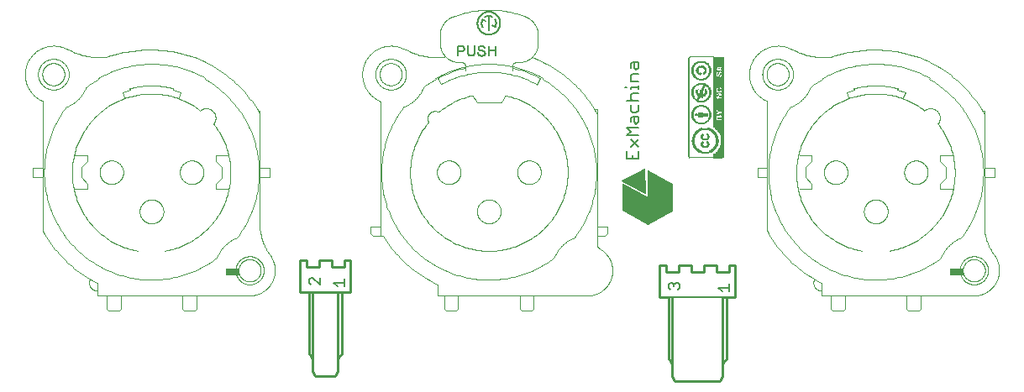
<source format=gto>
G75*
%MOIN*%
%OFA0B0*%
%FSLAX25Y25*%
%IPPOS*%
%LPD*%
%AMOC8*
5,1,8,0,0,1.08239X$1,22.5*
%
%ADD10C,0.01000*%
%ADD11C,0.00700*%
%ADD12C,0.00400*%
%ADD13R,0.05236X0.02756*%
%ADD14C,0.00787*%
%ADD15C,0.00512*%
%ADD16C,0.00551*%
%ADD17R,0.00551X0.04331*%
%ADD18R,0.00551X0.02933*%
%ADD19R,0.00551X0.02854*%
%ADD20R,0.00551X0.04311*%
%ADD21R,0.02382X0.00512*%
%ADD22R,0.00571X0.00236*%
%ADD23R,0.00551X0.00197*%
%ADD24C,0.00004*%
%ADD25C,0.00500*%
%ADD26R,0.00100X0.40100*%
%ADD27R,0.00100X0.40300*%
%ADD28R,0.00100X0.15200*%
%ADD29R,0.00100X0.01300*%
%ADD30R,0.00100X0.05300*%
%ADD31R,0.00100X0.00800*%
%ADD32R,0.00100X0.00900*%
%ADD33R,0.00100X0.05400*%
%ADD34R,0.00100X0.00400*%
%ADD35R,0.00100X0.01100*%
%ADD36R,0.00100X0.03600*%
%ADD37R,0.00100X0.00700*%
%ADD38R,0.00100X0.05000*%
%ADD39R,0.00100X0.00200*%
%ADD40R,0.00100X0.00600*%
%ADD41R,0.00100X0.04800*%
%ADD42R,0.00100X0.06200*%
%ADD43R,0.00100X0.07300*%
%ADD44R,0.00100X0.00500*%
%ADD45R,0.00100X0.04600*%
%ADD46R,0.00100X0.00100*%
%ADD47R,0.00100X0.03700*%
%ADD48R,0.00100X0.05600*%
%ADD49R,0.00100X0.06800*%
%ADD50R,0.00100X0.04500*%
%ADD51R,0.00100X0.06400*%
%ADD52R,0.00100X0.04400*%
%ADD53R,0.00100X0.03800*%
%ADD54R,0.00100X0.06100*%
%ADD55R,0.00100X0.00300*%
%ADD56R,0.00100X0.04300*%
%ADD57R,0.00100X0.04700*%
%ADD58R,0.00100X0.05900*%
%ADD59R,0.00100X0.03900*%
%ADD60R,0.00100X0.05200*%
%ADD61R,0.00100X0.04100*%
%ADD62R,0.00100X0.06500*%
%ADD63R,0.00100X0.05100*%
%ADD64R,0.00100X0.04000*%
%ADD65R,0.00100X0.04900*%
%ADD66R,0.00100X0.06000*%
%ADD67R,0.00100X0.03500*%
%ADD68R,0.00100X0.03300*%
%ADD69R,0.00100X0.01400*%
%ADD70R,0.00100X0.01600*%
%ADD71R,0.00100X0.03200*%
%ADD72R,0.00100X0.02400*%
%ADD73R,0.00100X0.04200*%
%ADD74R,0.00100X0.03100*%
%ADD75R,0.00100X0.03000*%
%ADD76R,0.00100X0.02900*%
%ADD77R,0.00100X0.02800*%
%ADD78R,0.00100X0.02700*%
%ADD79R,0.00100X0.01000*%
%ADD80R,0.00100X0.02600*%
%ADD81R,0.00100X0.02500*%
%ADD82R,0.00100X0.05700*%
%ADD83R,0.00100X0.02300*%
%ADD84R,0.00100X0.28700*%
%ADD85R,0.00100X0.02000*%
%ADD86R,0.00100X0.01900*%
%ADD87R,0.00100X0.28600*%
%ADD88R,0.00100X0.02200*%
%ADD89R,0.00100X0.01800*%
%ADD90R,0.00100X0.28500*%
%ADD91R,0.00100X0.01700*%
%ADD92R,0.00100X0.28400*%
%ADD93R,0.00100X0.02100*%
%ADD94R,0.00100X0.01500*%
%ADD95R,0.00100X0.28300*%
%ADD96R,0.00100X0.28200*%
%ADD97R,0.00100X0.28100*%
%ADD98R,0.00100X0.01200*%
%ADD99R,0.00100X0.03400*%
%ADD100R,0.00100X0.39900*%
%ADD101R,0.00100X0.39500*%
%ADD102R,0.00100X0.39100*%
D10*
X0119753Y0036969D02*
X0119753Y0049469D01*
X0122253Y0049469D01*
X0122253Y0046969D01*
X0127253Y0046969D01*
X0127253Y0049469D01*
X0132253Y0049469D01*
X0132253Y0046969D01*
X0137253Y0046969D01*
X0137253Y0049469D01*
X0139753Y0049469D01*
X0139753Y0036969D01*
X0134753Y0036969D01*
X0134753Y0005469D01*
X0133753Y0003469D01*
X0129553Y0003469D01*
X0129953Y0003469D01*
X0129553Y0003469D02*
X0125753Y0003469D01*
X0124753Y0005469D01*
X0124753Y0036969D01*
X0123253Y0036969D02*
X0123253Y0012469D01*
X0124553Y0011069D01*
X0134953Y0011069D02*
X0136253Y0012469D01*
X0136253Y0036969D01*
X0134753Y0036969D02*
X0123253Y0036969D01*
X0119753Y0036969D01*
X0262391Y0035000D02*
X0265891Y0035000D01*
X0265891Y0010500D01*
X0267191Y0009100D01*
X0267391Y0003500D02*
X0268391Y0001500D01*
X0286391Y0001500D01*
X0287391Y0003500D01*
X0287391Y0035000D01*
X0288891Y0035000D01*
X0288891Y0010500D01*
X0287591Y0009100D01*
X0267391Y0003500D02*
X0267391Y0035000D01*
X0262391Y0035000D02*
X0262391Y0047500D01*
X0264891Y0047500D01*
X0264891Y0045000D01*
X0269891Y0045000D01*
X0269891Y0047500D01*
X0274891Y0047500D01*
X0274891Y0045000D01*
X0279891Y0045000D01*
X0279891Y0047500D01*
X0284891Y0047500D01*
X0284891Y0045000D01*
X0289891Y0045000D01*
X0289891Y0047500D01*
X0292391Y0047500D01*
X0292391Y0035000D01*
X0288891Y0035000D01*
D11*
X0290135Y0037352D02*
X0290135Y0040221D01*
X0290135Y0038787D02*
X0285831Y0038787D01*
X0287266Y0037352D01*
X0270335Y0038569D02*
X0269617Y0037852D01*
X0270335Y0038569D02*
X0270335Y0040004D01*
X0269617Y0040721D01*
X0268900Y0040721D01*
X0268183Y0040004D01*
X0268183Y0039287D01*
X0268183Y0040004D02*
X0267466Y0040721D01*
X0266748Y0040721D01*
X0266031Y0040004D01*
X0266031Y0038569D01*
X0266748Y0037852D01*
X0137497Y0039320D02*
X0137497Y0042190D01*
X0137497Y0040755D02*
X0133193Y0040755D01*
X0134628Y0039320D01*
X0127697Y0039820D02*
X0124828Y0042690D01*
X0124110Y0042690D01*
X0123393Y0041972D01*
X0123393Y0040538D01*
X0124110Y0039820D01*
X0127697Y0039820D02*
X0127697Y0042690D01*
D12*
X0028729Y0132835D02*
X0025934Y0134095D01*
X0015816Y0123465D02*
X0015818Y0123621D01*
X0015824Y0123777D01*
X0015834Y0123932D01*
X0015848Y0124087D01*
X0015866Y0124242D01*
X0015888Y0124396D01*
X0015913Y0124550D01*
X0015943Y0124703D01*
X0015977Y0124855D01*
X0016014Y0125007D01*
X0016055Y0125157D01*
X0016100Y0125306D01*
X0016149Y0125454D01*
X0016202Y0125601D01*
X0016258Y0125746D01*
X0016318Y0125890D01*
X0016382Y0126032D01*
X0016450Y0126173D01*
X0016521Y0126311D01*
X0016595Y0126448D01*
X0016673Y0126583D01*
X0016754Y0126716D01*
X0016839Y0126847D01*
X0016927Y0126976D01*
X0017018Y0127102D01*
X0017113Y0127226D01*
X0017210Y0127347D01*
X0017311Y0127466D01*
X0017415Y0127583D01*
X0017521Y0127696D01*
X0017631Y0127807D01*
X0017743Y0127915D01*
X0017858Y0128020D01*
X0017976Y0128123D01*
X0018096Y0128222D01*
X0018219Y0128318D01*
X0018344Y0128411D01*
X0018471Y0128500D01*
X0018601Y0128587D01*
X0018733Y0128670D01*
X0018867Y0128749D01*
X0019003Y0128826D01*
X0019141Y0128898D01*
X0019280Y0128968D01*
X0019422Y0129033D01*
X0019565Y0129095D01*
X0019709Y0129153D01*
X0019855Y0129208D01*
X0020003Y0129259D01*
X0020151Y0129306D01*
X0020301Y0129349D01*
X0020452Y0129388D01*
X0020604Y0129424D01*
X0020756Y0129455D01*
X0020910Y0129483D01*
X0021064Y0129507D01*
X0021218Y0129527D01*
X0021373Y0129543D01*
X0021529Y0129555D01*
X0021684Y0129563D01*
X0021840Y0129567D01*
X0021996Y0129567D01*
X0022152Y0129563D01*
X0022307Y0129555D01*
X0022463Y0129543D01*
X0022618Y0129527D01*
X0022772Y0129507D01*
X0022926Y0129483D01*
X0023080Y0129455D01*
X0023232Y0129424D01*
X0023384Y0129388D01*
X0023535Y0129349D01*
X0023685Y0129306D01*
X0023833Y0129259D01*
X0023981Y0129208D01*
X0024127Y0129153D01*
X0024271Y0129095D01*
X0024414Y0129033D01*
X0024556Y0128968D01*
X0024695Y0128898D01*
X0024833Y0128826D01*
X0024969Y0128749D01*
X0025103Y0128670D01*
X0025235Y0128587D01*
X0025365Y0128500D01*
X0025492Y0128411D01*
X0025617Y0128318D01*
X0025740Y0128222D01*
X0025860Y0128123D01*
X0025978Y0128020D01*
X0026093Y0127915D01*
X0026205Y0127807D01*
X0026315Y0127696D01*
X0026421Y0127583D01*
X0026525Y0127466D01*
X0026626Y0127347D01*
X0026723Y0127226D01*
X0026818Y0127102D01*
X0026909Y0126976D01*
X0026997Y0126847D01*
X0027082Y0126716D01*
X0027163Y0126583D01*
X0027241Y0126448D01*
X0027315Y0126311D01*
X0027386Y0126173D01*
X0027454Y0126032D01*
X0027518Y0125890D01*
X0027578Y0125746D01*
X0027634Y0125601D01*
X0027687Y0125454D01*
X0027736Y0125306D01*
X0027781Y0125157D01*
X0027822Y0125007D01*
X0027859Y0124855D01*
X0027893Y0124703D01*
X0027923Y0124550D01*
X0027948Y0124396D01*
X0027970Y0124242D01*
X0027988Y0124087D01*
X0028002Y0123932D01*
X0028012Y0123777D01*
X0028018Y0123621D01*
X0028020Y0123465D01*
X0028018Y0123309D01*
X0028012Y0123153D01*
X0028002Y0122998D01*
X0027988Y0122843D01*
X0027970Y0122688D01*
X0027948Y0122534D01*
X0027923Y0122380D01*
X0027893Y0122227D01*
X0027859Y0122075D01*
X0027822Y0121923D01*
X0027781Y0121773D01*
X0027736Y0121624D01*
X0027687Y0121476D01*
X0027634Y0121329D01*
X0027578Y0121184D01*
X0027518Y0121040D01*
X0027454Y0120898D01*
X0027386Y0120757D01*
X0027315Y0120619D01*
X0027241Y0120482D01*
X0027163Y0120347D01*
X0027082Y0120214D01*
X0026997Y0120083D01*
X0026909Y0119954D01*
X0026818Y0119828D01*
X0026723Y0119704D01*
X0026626Y0119583D01*
X0026525Y0119464D01*
X0026421Y0119347D01*
X0026315Y0119234D01*
X0026205Y0119123D01*
X0026093Y0119015D01*
X0025978Y0118910D01*
X0025860Y0118807D01*
X0025740Y0118708D01*
X0025617Y0118612D01*
X0025492Y0118519D01*
X0025365Y0118430D01*
X0025235Y0118343D01*
X0025103Y0118260D01*
X0024969Y0118181D01*
X0024833Y0118104D01*
X0024695Y0118032D01*
X0024556Y0117962D01*
X0024414Y0117897D01*
X0024271Y0117835D01*
X0024127Y0117777D01*
X0023981Y0117722D01*
X0023833Y0117671D01*
X0023685Y0117624D01*
X0023535Y0117581D01*
X0023384Y0117542D01*
X0023232Y0117506D01*
X0023080Y0117475D01*
X0022926Y0117447D01*
X0022772Y0117423D01*
X0022618Y0117403D01*
X0022463Y0117387D01*
X0022307Y0117375D01*
X0022152Y0117367D01*
X0021996Y0117363D01*
X0021840Y0117363D01*
X0021684Y0117367D01*
X0021529Y0117375D01*
X0021373Y0117387D01*
X0021218Y0117403D01*
X0021064Y0117423D01*
X0020910Y0117447D01*
X0020756Y0117475D01*
X0020604Y0117506D01*
X0020452Y0117542D01*
X0020301Y0117581D01*
X0020151Y0117624D01*
X0020003Y0117671D01*
X0019855Y0117722D01*
X0019709Y0117777D01*
X0019565Y0117835D01*
X0019422Y0117897D01*
X0019280Y0117962D01*
X0019141Y0118032D01*
X0019003Y0118104D01*
X0018867Y0118181D01*
X0018733Y0118260D01*
X0018601Y0118343D01*
X0018471Y0118430D01*
X0018344Y0118519D01*
X0018219Y0118612D01*
X0018096Y0118708D01*
X0017976Y0118807D01*
X0017858Y0118910D01*
X0017743Y0119015D01*
X0017631Y0119123D01*
X0017521Y0119234D01*
X0017415Y0119347D01*
X0017311Y0119464D01*
X0017210Y0119583D01*
X0017113Y0119704D01*
X0017018Y0119828D01*
X0016927Y0119954D01*
X0016839Y0120083D01*
X0016754Y0120214D01*
X0016673Y0120347D01*
X0016595Y0120482D01*
X0016521Y0120619D01*
X0016450Y0120757D01*
X0016382Y0120898D01*
X0016318Y0121040D01*
X0016258Y0121184D01*
X0016202Y0121329D01*
X0016149Y0121476D01*
X0016100Y0121624D01*
X0016055Y0121773D01*
X0016014Y0121923D01*
X0015977Y0122075D01*
X0015943Y0122227D01*
X0015913Y0122380D01*
X0015888Y0122534D01*
X0015866Y0122688D01*
X0015848Y0122843D01*
X0015834Y0122998D01*
X0015824Y0123153D01*
X0015818Y0123309D01*
X0015816Y0123465D01*
X0017509Y0123465D02*
X0017511Y0123598D01*
X0017517Y0123730D01*
X0017527Y0123862D01*
X0017541Y0123994D01*
X0017559Y0124125D01*
X0017581Y0124256D01*
X0017606Y0124386D01*
X0017636Y0124515D01*
X0017669Y0124643D01*
X0017707Y0124771D01*
X0017748Y0124897D01*
X0017793Y0125021D01*
X0017841Y0125145D01*
X0017894Y0125266D01*
X0017950Y0125387D01*
X0018009Y0125505D01*
X0018072Y0125621D01*
X0018139Y0125736D01*
X0018209Y0125849D01*
X0018282Y0125959D01*
X0018359Y0126067D01*
X0018439Y0126173D01*
X0018522Y0126276D01*
X0018608Y0126377D01*
X0018697Y0126475D01*
X0018789Y0126571D01*
X0018883Y0126664D01*
X0018981Y0126753D01*
X0019081Y0126840D01*
X0019184Y0126924D01*
X0019289Y0127004D01*
X0019397Y0127082D01*
X0019507Y0127156D01*
X0019619Y0127227D01*
X0019733Y0127294D01*
X0019849Y0127358D01*
X0019967Y0127419D01*
X0020086Y0127476D01*
X0020208Y0127529D01*
X0020331Y0127578D01*
X0020455Y0127624D01*
X0020581Y0127666D01*
X0020708Y0127705D01*
X0020836Y0127739D01*
X0020965Y0127770D01*
X0021094Y0127796D01*
X0021225Y0127819D01*
X0021356Y0127838D01*
X0021488Y0127853D01*
X0021620Y0127864D01*
X0021752Y0127871D01*
X0021885Y0127874D01*
X0022017Y0127873D01*
X0022150Y0127868D01*
X0022282Y0127859D01*
X0022414Y0127846D01*
X0022545Y0127829D01*
X0022676Y0127808D01*
X0022807Y0127784D01*
X0022936Y0127755D01*
X0023064Y0127722D01*
X0023192Y0127686D01*
X0023318Y0127646D01*
X0023443Y0127602D01*
X0023567Y0127554D01*
X0023689Y0127503D01*
X0023810Y0127448D01*
X0023928Y0127389D01*
X0024046Y0127327D01*
X0024161Y0127261D01*
X0024274Y0127192D01*
X0024385Y0127119D01*
X0024493Y0127044D01*
X0024600Y0126965D01*
X0024704Y0126882D01*
X0024805Y0126797D01*
X0024904Y0126709D01*
X0025000Y0126618D01*
X0025094Y0126524D01*
X0025184Y0126427D01*
X0025272Y0126327D01*
X0025356Y0126225D01*
X0025438Y0126120D01*
X0025516Y0126013D01*
X0025591Y0125904D01*
X0025662Y0125793D01*
X0025731Y0125679D01*
X0025796Y0125563D01*
X0025857Y0125446D01*
X0025915Y0125327D01*
X0025969Y0125206D01*
X0026019Y0125083D01*
X0026066Y0124959D01*
X0026109Y0124834D01*
X0026148Y0124707D01*
X0026184Y0124579D01*
X0026215Y0124451D01*
X0026243Y0124321D01*
X0026267Y0124191D01*
X0026287Y0124060D01*
X0026303Y0123928D01*
X0026315Y0123796D01*
X0026323Y0123664D01*
X0026327Y0123531D01*
X0026327Y0123399D01*
X0026323Y0123266D01*
X0026315Y0123134D01*
X0026303Y0123002D01*
X0026287Y0122870D01*
X0026267Y0122739D01*
X0026243Y0122609D01*
X0026215Y0122479D01*
X0026184Y0122351D01*
X0026148Y0122223D01*
X0026109Y0122096D01*
X0026066Y0121971D01*
X0026019Y0121847D01*
X0025969Y0121724D01*
X0025915Y0121603D01*
X0025857Y0121484D01*
X0025796Y0121367D01*
X0025731Y0121251D01*
X0025662Y0121137D01*
X0025591Y0121026D01*
X0025516Y0120917D01*
X0025438Y0120810D01*
X0025356Y0120705D01*
X0025272Y0120603D01*
X0025184Y0120503D01*
X0025094Y0120406D01*
X0025000Y0120312D01*
X0024904Y0120221D01*
X0024805Y0120133D01*
X0024704Y0120048D01*
X0024600Y0119965D01*
X0024493Y0119886D01*
X0024385Y0119811D01*
X0024274Y0119738D01*
X0024161Y0119669D01*
X0024046Y0119603D01*
X0023928Y0119541D01*
X0023810Y0119482D01*
X0023689Y0119427D01*
X0023567Y0119376D01*
X0023443Y0119328D01*
X0023318Y0119284D01*
X0023192Y0119244D01*
X0023064Y0119208D01*
X0022936Y0119175D01*
X0022807Y0119146D01*
X0022676Y0119122D01*
X0022545Y0119101D01*
X0022414Y0119084D01*
X0022282Y0119071D01*
X0022150Y0119062D01*
X0022017Y0119057D01*
X0021885Y0119056D01*
X0021752Y0119059D01*
X0021620Y0119066D01*
X0021488Y0119077D01*
X0021356Y0119092D01*
X0021225Y0119111D01*
X0021094Y0119134D01*
X0020965Y0119160D01*
X0020836Y0119191D01*
X0020708Y0119225D01*
X0020581Y0119264D01*
X0020455Y0119306D01*
X0020331Y0119352D01*
X0020208Y0119401D01*
X0020086Y0119454D01*
X0019967Y0119511D01*
X0019849Y0119572D01*
X0019733Y0119636D01*
X0019619Y0119703D01*
X0019507Y0119774D01*
X0019397Y0119848D01*
X0019289Y0119926D01*
X0019184Y0120006D01*
X0019081Y0120090D01*
X0018981Y0120177D01*
X0018883Y0120266D01*
X0018789Y0120359D01*
X0018697Y0120455D01*
X0018608Y0120553D01*
X0018522Y0120654D01*
X0018439Y0120757D01*
X0018359Y0120863D01*
X0018282Y0120971D01*
X0018209Y0121081D01*
X0018139Y0121194D01*
X0018072Y0121309D01*
X0018009Y0121425D01*
X0017950Y0121543D01*
X0017894Y0121664D01*
X0017841Y0121785D01*
X0017793Y0121909D01*
X0017748Y0122033D01*
X0017707Y0122159D01*
X0017669Y0122287D01*
X0017636Y0122415D01*
X0017606Y0122544D01*
X0017581Y0122674D01*
X0017559Y0122805D01*
X0017541Y0122936D01*
X0017527Y0123068D01*
X0017517Y0123200D01*
X0017511Y0123332D01*
X0017509Y0123465D01*
X0017194Y0113072D02*
X0016943Y0113192D01*
X0016694Y0113319D01*
X0016449Y0113451D01*
X0016207Y0113590D01*
X0015968Y0113735D01*
X0015733Y0113885D01*
X0015502Y0114041D01*
X0015275Y0114203D01*
X0015052Y0114370D01*
X0014833Y0114543D01*
X0014618Y0114720D01*
X0014407Y0114904D01*
X0014202Y0115092D01*
X0014000Y0115285D01*
X0013804Y0115483D01*
X0013613Y0115686D01*
X0013426Y0115893D01*
X0013245Y0116105D01*
X0013069Y0116322D01*
X0012898Y0116542D01*
X0012733Y0116767D01*
X0012573Y0116995D01*
X0012419Y0117228D01*
X0012271Y0117464D01*
X0012128Y0117704D01*
X0011991Y0117947D01*
X0011861Y0118193D01*
X0011736Y0118443D01*
X0011618Y0118696D01*
X0011506Y0118951D01*
X0011400Y0119209D01*
X0011300Y0119469D01*
X0011207Y0119732D01*
X0011121Y0119998D01*
X0011040Y0120265D01*
X0010967Y0120534D01*
X0010900Y0120804D01*
X0010839Y0121077D01*
X0010786Y0121350D01*
X0010739Y0121625D01*
X0010699Y0121901D01*
X0010665Y0122178D01*
X0010639Y0122456D01*
X0010619Y0122734D01*
X0010606Y0123013D01*
X0010600Y0123292D01*
X0010600Y0123570D01*
X0010608Y0123849D01*
X0010622Y0124128D01*
X0010643Y0124406D01*
X0010671Y0124683D01*
X0010706Y0124960D01*
X0010747Y0125236D01*
X0010795Y0125511D01*
X0010850Y0125784D01*
X0010912Y0126056D01*
X0010980Y0126327D01*
X0011055Y0126595D01*
X0011136Y0126862D01*
X0011224Y0127127D01*
X0011318Y0127389D01*
X0011419Y0127649D01*
X0011526Y0127907D01*
X0011640Y0128162D01*
X0011759Y0128414D01*
X0011885Y0128663D01*
X0012017Y0128909D01*
X0012154Y0129151D01*
X0012298Y0129390D01*
X0012447Y0129626D01*
X0012602Y0129858D01*
X0012763Y0130086D01*
X0012929Y0130309D01*
X0013101Y0130529D01*
X0013278Y0130745D01*
X0013461Y0130956D01*
X0013648Y0131162D01*
X0013840Y0131364D01*
X0014038Y0131561D01*
X0014240Y0131754D01*
X0014446Y0131941D01*
X0014658Y0132123D01*
X0014873Y0132300D01*
X0015093Y0132472D01*
X0015317Y0132638D01*
X0015545Y0132798D01*
X0015777Y0132953D01*
X0016013Y0133103D01*
X0016252Y0133246D01*
X0016494Y0133384D01*
X0016740Y0133515D01*
X0016989Y0133641D01*
X0017241Y0133760D01*
X0017496Y0133874D01*
X0017754Y0133980D01*
X0018014Y0134081D01*
X0018277Y0134175D01*
X0018541Y0134263D01*
X0018808Y0134344D01*
X0019077Y0134419D01*
X0019347Y0134487D01*
X0019620Y0134548D01*
X0019893Y0134603D01*
X0020168Y0134651D01*
X0020444Y0134692D01*
X0020720Y0134727D01*
X0020998Y0134755D01*
X0021276Y0134775D01*
X0021555Y0134790D01*
X0021833Y0134797D01*
X0022112Y0134797D01*
X0022391Y0134791D01*
X0022670Y0134778D01*
X0022948Y0134758D01*
X0023226Y0134731D01*
X0023502Y0134697D01*
X0023778Y0134657D01*
X0024053Y0134610D01*
X0024327Y0134556D01*
X0024599Y0134496D01*
X0024870Y0134429D01*
X0025139Y0134355D01*
X0025406Y0134274D01*
X0025671Y0134188D01*
X0025934Y0134094D01*
X0034871Y0118347D02*
X0034750Y0118043D01*
X0034623Y0117741D01*
X0034488Y0117443D01*
X0034346Y0117149D01*
X0034197Y0116858D01*
X0034041Y0116570D01*
X0033879Y0116287D01*
X0033709Y0116007D01*
X0033532Y0115732D01*
X0033349Y0115461D01*
X0033160Y0115194D01*
X0032964Y0114932D01*
X0032761Y0114675D01*
X0032553Y0114423D01*
X0032338Y0114176D01*
X0032118Y0113935D01*
X0031892Y0113698D01*
X0031660Y0113468D01*
X0031423Y0113243D01*
X0031180Y0113024D01*
X0030932Y0112810D01*
X0030679Y0112603D01*
X0030421Y0112402D01*
X0030158Y0112208D01*
X0029891Y0112019D01*
X0029619Y0111838D01*
X0029342Y0111663D01*
X0029062Y0111494D01*
X0028778Y0111333D01*
X0028489Y0111178D01*
X0028198Y0111031D01*
X0027902Y0110890D01*
X0027603Y0110757D01*
X0027302Y0110631D01*
X0026997Y0110512D01*
X0017784Y0112205D02*
X0017784Y0062874D01*
X0017784Y0062795D02*
X0017784Y0061260D01*
X0030540Y0077874D02*
X0035304Y0077874D01*
X0035304Y0080118D01*
X0032942Y0082480D01*
X0032942Y0086614D01*
X0035304Y0088976D01*
X0035304Y0091220D01*
X0030540Y0091220D01*
X0017587Y0086299D02*
X0013847Y0086299D01*
X0013847Y0082756D01*
X0017587Y0082756D01*
X0040265Y0084528D02*
X0040267Y0084664D01*
X0040273Y0084800D01*
X0040283Y0084936D01*
X0040297Y0085072D01*
X0040314Y0085207D01*
X0040336Y0085342D01*
X0040362Y0085475D01*
X0040391Y0085608D01*
X0040425Y0085741D01*
X0040462Y0085872D01*
X0040503Y0086002D01*
X0040548Y0086130D01*
X0040596Y0086258D01*
X0040648Y0086384D01*
X0040704Y0086508D01*
X0040763Y0086631D01*
X0040826Y0086752D01*
X0040893Y0086870D01*
X0040963Y0086988D01*
X0041036Y0087102D01*
X0041112Y0087215D01*
X0041192Y0087326D01*
X0041275Y0087434D01*
X0041361Y0087539D01*
X0041450Y0087643D01*
X0041542Y0087743D01*
X0041637Y0087841D01*
X0041735Y0087936D01*
X0041835Y0088028D01*
X0041939Y0088117D01*
X0042044Y0088203D01*
X0042152Y0088286D01*
X0042263Y0088366D01*
X0042376Y0088442D01*
X0042490Y0088515D01*
X0042607Y0088585D01*
X0042726Y0088652D01*
X0042847Y0088715D01*
X0042970Y0088774D01*
X0043094Y0088830D01*
X0043220Y0088882D01*
X0043348Y0088930D01*
X0043476Y0088975D01*
X0043606Y0089016D01*
X0043737Y0089053D01*
X0043870Y0089087D01*
X0044003Y0089116D01*
X0044136Y0089142D01*
X0044271Y0089164D01*
X0044406Y0089181D01*
X0044542Y0089195D01*
X0044678Y0089205D01*
X0044814Y0089211D01*
X0044950Y0089213D01*
X0045086Y0089211D01*
X0045222Y0089205D01*
X0045358Y0089195D01*
X0045494Y0089181D01*
X0045629Y0089164D01*
X0045764Y0089142D01*
X0045897Y0089116D01*
X0046030Y0089087D01*
X0046163Y0089053D01*
X0046294Y0089016D01*
X0046424Y0088975D01*
X0046552Y0088930D01*
X0046680Y0088882D01*
X0046806Y0088830D01*
X0046930Y0088774D01*
X0047053Y0088715D01*
X0047174Y0088652D01*
X0047292Y0088585D01*
X0047410Y0088515D01*
X0047524Y0088442D01*
X0047637Y0088366D01*
X0047748Y0088286D01*
X0047856Y0088203D01*
X0047961Y0088117D01*
X0048065Y0088028D01*
X0048165Y0087936D01*
X0048263Y0087841D01*
X0048358Y0087743D01*
X0048450Y0087643D01*
X0048539Y0087539D01*
X0048625Y0087434D01*
X0048708Y0087326D01*
X0048788Y0087215D01*
X0048864Y0087102D01*
X0048937Y0086988D01*
X0049007Y0086870D01*
X0049074Y0086752D01*
X0049137Y0086631D01*
X0049196Y0086508D01*
X0049252Y0086384D01*
X0049304Y0086258D01*
X0049352Y0086130D01*
X0049397Y0086002D01*
X0049438Y0085872D01*
X0049475Y0085741D01*
X0049509Y0085608D01*
X0049538Y0085475D01*
X0049564Y0085342D01*
X0049586Y0085207D01*
X0049603Y0085072D01*
X0049617Y0084936D01*
X0049627Y0084800D01*
X0049633Y0084664D01*
X0049635Y0084528D01*
X0049633Y0084392D01*
X0049627Y0084256D01*
X0049617Y0084120D01*
X0049603Y0083984D01*
X0049586Y0083849D01*
X0049564Y0083714D01*
X0049538Y0083581D01*
X0049509Y0083448D01*
X0049475Y0083315D01*
X0049438Y0083184D01*
X0049397Y0083054D01*
X0049352Y0082926D01*
X0049304Y0082798D01*
X0049252Y0082672D01*
X0049196Y0082548D01*
X0049137Y0082425D01*
X0049074Y0082304D01*
X0049007Y0082185D01*
X0048937Y0082068D01*
X0048864Y0081954D01*
X0048788Y0081841D01*
X0048708Y0081730D01*
X0048625Y0081622D01*
X0048539Y0081517D01*
X0048450Y0081413D01*
X0048358Y0081313D01*
X0048263Y0081215D01*
X0048165Y0081120D01*
X0048065Y0081028D01*
X0047961Y0080939D01*
X0047856Y0080853D01*
X0047748Y0080770D01*
X0047637Y0080690D01*
X0047524Y0080614D01*
X0047410Y0080541D01*
X0047293Y0080471D01*
X0047174Y0080404D01*
X0047053Y0080341D01*
X0046930Y0080282D01*
X0046806Y0080226D01*
X0046680Y0080174D01*
X0046552Y0080126D01*
X0046424Y0080081D01*
X0046294Y0080040D01*
X0046163Y0080003D01*
X0046030Y0079969D01*
X0045897Y0079940D01*
X0045764Y0079914D01*
X0045629Y0079892D01*
X0045494Y0079875D01*
X0045358Y0079861D01*
X0045222Y0079851D01*
X0045086Y0079845D01*
X0044950Y0079843D01*
X0044814Y0079845D01*
X0044678Y0079851D01*
X0044542Y0079861D01*
X0044406Y0079875D01*
X0044271Y0079892D01*
X0044136Y0079914D01*
X0044003Y0079940D01*
X0043870Y0079969D01*
X0043737Y0080003D01*
X0043606Y0080040D01*
X0043476Y0080081D01*
X0043348Y0080126D01*
X0043220Y0080174D01*
X0043094Y0080226D01*
X0042970Y0080282D01*
X0042847Y0080341D01*
X0042726Y0080404D01*
X0042607Y0080471D01*
X0042490Y0080541D01*
X0042376Y0080614D01*
X0042263Y0080690D01*
X0042152Y0080770D01*
X0042044Y0080853D01*
X0041939Y0080939D01*
X0041835Y0081028D01*
X0041735Y0081120D01*
X0041637Y0081215D01*
X0041542Y0081313D01*
X0041450Y0081413D01*
X0041361Y0081517D01*
X0041275Y0081622D01*
X0041192Y0081730D01*
X0041112Y0081841D01*
X0041036Y0081954D01*
X0040963Y0082068D01*
X0040893Y0082185D01*
X0040826Y0082304D01*
X0040763Y0082425D01*
X0040704Y0082548D01*
X0040648Y0082672D01*
X0040596Y0082798D01*
X0040548Y0082926D01*
X0040503Y0083054D01*
X0040462Y0083184D01*
X0040425Y0083315D01*
X0040391Y0083448D01*
X0040362Y0083581D01*
X0040336Y0083714D01*
X0040314Y0083849D01*
X0040297Y0083984D01*
X0040283Y0084120D01*
X0040273Y0084256D01*
X0040267Y0084392D01*
X0040265Y0084528D01*
X0077870Y0130273D02*
X0078994Y0129822D01*
X0080107Y0129344D01*
X0081208Y0128840D01*
X0082297Y0128310D01*
X0083374Y0127755D01*
X0084436Y0127174D01*
X0085485Y0126567D01*
X0086519Y0125936D01*
X0087537Y0125281D01*
X0088540Y0124602D01*
X0089526Y0123899D01*
X0090496Y0123173D01*
X0091448Y0122424D01*
X0092381Y0121652D01*
X0093296Y0120859D01*
X0094193Y0120044D01*
X0095069Y0119208D01*
X0095925Y0118352D01*
X0096761Y0117475D01*
X0097576Y0116579D01*
X0098369Y0115663D01*
X0099140Y0114729D01*
X0099888Y0113777D01*
X0100614Y0112808D01*
X0101317Y0111821D01*
X0101996Y0110818D01*
X0102651Y0109799D01*
X0103282Y0108765D01*
X0103887Y0107717D01*
X0103887Y0109094D02*
X0103257Y0109094D01*
X0103887Y0109094D02*
X0103887Y0061693D01*
X0103959Y0061170D01*
X0104043Y0060648D01*
X0104139Y0060128D01*
X0104248Y0059611D01*
X0104370Y0059096D01*
X0104504Y0058585D01*
X0104651Y0058077D01*
X0104810Y0057573D01*
X0104981Y0057072D01*
X0105164Y0056577D01*
X0105359Y0056085D01*
X0105566Y0055599D01*
X0105785Y0055117D01*
X0106015Y0054642D01*
X0106257Y0054171D01*
X0106510Y0053707D01*
X0106774Y0053249D01*
X0107049Y0052798D01*
X0107335Y0052354D01*
X0107632Y0051916D01*
X0107940Y0051486D01*
X0108257Y0051064D01*
X0095383Y0045591D02*
X0095385Y0045724D01*
X0095391Y0045856D01*
X0095401Y0045988D01*
X0095415Y0046120D01*
X0095433Y0046251D01*
X0095455Y0046382D01*
X0095480Y0046512D01*
X0095510Y0046641D01*
X0095543Y0046769D01*
X0095581Y0046897D01*
X0095622Y0047023D01*
X0095667Y0047147D01*
X0095715Y0047271D01*
X0095768Y0047392D01*
X0095824Y0047513D01*
X0095883Y0047631D01*
X0095946Y0047747D01*
X0096013Y0047862D01*
X0096083Y0047975D01*
X0096156Y0048085D01*
X0096233Y0048193D01*
X0096313Y0048299D01*
X0096396Y0048402D01*
X0096482Y0048503D01*
X0096571Y0048601D01*
X0096663Y0048697D01*
X0096757Y0048790D01*
X0096855Y0048879D01*
X0096955Y0048966D01*
X0097058Y0049050D01*
X0097163Y0049130D01*
X0097271Y0049208D01*
X0097381Y0049282D01*
X0097493Y0049353D01*
X0097607Y0049420D01*
X0097723Y0049484D01*
X0097841Y0049545D01*
X0097960Y0049602D01*
X0098082Y0049655D01*
X0098205Y0049704D01*
X0098329Y0049750D01*
X0098455Y0049792D01*
X0098582Y0049831D01*
X0098710Y0049865D01*
X0098839Y0049896D01*
X0098968Y0049922D01*
X0099099Y0049945D01*
X0099230Y0049964D01*
X0099362Y0049979D01*
X0099494Y0049990D01*
X0099626Y0049997D01*
X0099759Y0050000D01*
X0099891Y0049999D01*
X0100024Y0049994D01*
X0100156Y0049985D01*
X0100288Y0049972D01*
X0100419Y0049955D01*
X0100550Y0049934D01*
X0100681Y0049910D01*
X0100810Y0049881D01*
X0100938Y0049848D01*
X0101066Y0049812D01*
X0101192Y0049772D01*
X0101317Y0049728D01*
X0101441Y0049680D01*
X0101563Y0049629D01*
X0101684Y0049574D01*
X0101802Y0049515D01*
X0101920Y0049453D01*
X0102035Y0049387D01*
X0102148Y0049318D01*
X0102259Y0049245D01*
X0102367Y0049170D01*
X0102474Y0049091D01*
X0102578Y0049008D01*
X0102679Y0048923D01*
X0102778Y0048835D01*
X0102874Y0048744D01*
X0102968Y0048650D01*
X0103058Y0048553D01*
X0103146Y0048453D01*
X0103230Y0048351D01*
X0103312Y0048246D01*
X0103390Y0048139D01*
X0103465Y0048030D01*
X0103536Y0047919D01*
X0103605Y0047805D01*
X0103670Y0047689D01*
X0103731Y0047572D01*
X0103789Y0047453D01*
X0103843Y0047332D01*
X0103893Y0047209D01*
X0103940Y0047085D01*
X0103983Y0046960D01*
X0104022Y0046833D01*
X0104058Y0046705D01*
X0104089Y0046577D01*
X0104117Y0046447D01*
X0104141Y0046317D01*
X0104161Y0046186D01*
X0104177Y0046054D01*
X0104189Y0045922D01*
X0104197Y0045790D01*
X0104201Y0045657D01*
X0104201Y0045525D01*
X0104197Y0045392D01*
X0104189Y0045260D01*
X0104177Y0045128D01*
X0104161Y0044996D01*
X0104141Y0044865D01*
X0104117Y0044735D01*
X0104089Y0044605D01*
X0104058Y0044477D01*
X0104022Y0044349D01*
X0103983Y0044222D01*
X0103940Y0044097D01*
X0103893Y0043973D01*
X0103843Y0043850D01*
X0103789Y0043729D01*
X0103731Y0043610D01*
X0103670Y0043493D01*
X0103605Y0043377D01*
X0103536Y0043263D01*
X0103465Y0043152D01*
X0103390Y0043043D01*
X0103312Y0042936D01*
X0103230Y0042831D01*
X0103146Y0042729D01*
X0103058Y0042629D01*
X0102968Y0042532D01*
X0102874Y0042438D01*
X0102778Y0042347D01*
X0102679Y0042259D01*
X0102578Y0042174D01*
X0102474Y0042091D01*
X0102367Y0042012D01*
X0102259Y0041937D01*
X0102148Y0041864D01*
X0102035Y0041795D01*
X0101920Y0041729D01*
X0101802Y0041667D01*
X0101684Y0041608D01*
X0101563Y0041553D01*
X0101441Y0041502D01*
X0101317Y0041454D01*
X0101192Y0041410D01*
X0101066Y0041370D01*
X0100938Y0041334D01*
X0100810Y0041301D01*
X0100681Y0041272D01*
X0100550Y0041248D01*
X0100419Y0041227D01*
X0100288Y0041210D01*
X0100156Y0041197D01*
X0100024Y0041188D01*
X0099891Y0041183D01*
X0099759Y0041182D01*
X0099626Y0041185D01*
X0099494Y0041192D01*
X0099362Y0041203D01*
X0099230Y0041218D01*
X0099099Y0041237D01*
X0098968Y0041260D01*
X0098839Y0041286D01*
X0098710Y0041317D01*
X0098582Y0041351D01*
X0098455Y0041390D01*
X0098329Y0041432D01*
X0098205Y0041478D01*
X0098082Y0041527D01*
X0097960Y0041580D01*
X0097841Y0041637D01*
X0097723Y0041698D01*
X0097607Y0041762D01*
X0097493Y0041829D01*
X0097381Y0041900D01*
X0097271Y0041974D01*
X0097163Y0042052D01*
X0097058Y0042132D01*
X0096955Y0042216D01*
X0096855Y0042303D01*
X0096757Y0042392D01*
X0096663Y0042485D01*
X0096571Y0042581D01*
X0096482Y0042679D01*
X0096396Y0042780D01*
X0096313Y0042883D01*
X0096233Y0042989D01*
X0096156Y0043097D01*
X0096083Y0043207D01*
X0096013Y0043320D01*
X0095946Y0043435D01*
X0095883Y0043551D01*
X0095824Y0043669D01*
X0095768Y0043790D01*
X0095715Y0043911D01*
X0095667Y0044035D01*
X0095622Y0044159D01*
X0095581Y0044285D01*
X0095543Y0044413D01*
X0095510Y0044541D01*
X0095480Y0044670D01*
X0095455Y0044800D01*
X0095433Y0044931D01*
X0095415Y0045062D01*
X0095401Y0045194D01*
X0095391Y0045326D01*
X0095385Y0045458D01*
X0095383Y0045591D01*
X0099911Y0035591D02*
X0100158Y0035600D01*
X0100405Y0035615D01*
X0100652Y0035636D01*
X0100898Y0035663D01*
X0101144Y0035696D01*
X0101388Y0035735D01*
X0101632Y0035780D01*
X0101874Y0035831D01*
X0102115Y0035887D01*
X0102355Y0035950D01*
X0102593Y0036019D01*
X0102829Y0036093D01*
X0103064Y0036173D01*
X0103296Y0036259D01*
X0103526Y0036351D01*
X0103754Y0036448D01*
X0103979Y0036550D01*
X0104202Y0036659D01*
X0104422Y0036772D01*
X0104639Y0036891D01*
X0104854Y0037015D01*
X0105065Y0037145D01*
X0105273Y0037279D01*
X0105477Y0037419D01*
X0105679Y0037564D01*
X0105876Y0037713D01*
X0106070Y0037867D01*
X0106260Y0038026D01*
X0106446Y0038190D01*
X0106628Y0038358D01*
X0106806Y0038530D01*
X0106979Y0038707D01*
X0107148Y0038888D01*
X0107313Y0039073D01*
X0107473Y0039262D01*
X0107628Y0039455D01*
X0107779Y0039651D01*
X0107925Y0039852D01*
X0108066Y0040055D01*
X0108201Y0040262D01*
X0108332Y0040473D01*
X0108458Y0040686D01*
X0108578Y0040903D01*
X0108693Y0041122D01*
X0108802Y0041344D01*
X0108906Y0041569D01*
X0109005Y0041796D01*
X0109098Y0042026D01*
X0109185Y0042258D01*
X0109267Y0042492D01*
X0109342Y0042727D01*
X0109412Y0042965D01*
X0109477Y0043204D01*
X0109535Y0043445D01*
X0109587Y0043687D01*
X0109634Y0043930D01*
X0109674Y0044175D01*
X0109709Y0044420D01*
X0109737Y0044666D01*
X0109760Y0044913D01*
X0109776Y0045160D01*
X0109787Y0045407D01*
X0109791Y0045655D01*
X0109789Y0045902D01*
X0109781Y0046150D01*
X0109767Y0046397D01*
X0109748Y0046644D01*
X0109722Y0046891D01*
X0109690Y0047136D01*
X0109652Y0047381D01*
X0109608Y0047625D01*
X0109558Y0047867D01*
X0109502Y0048109D01*
X0109440Y0048348D01*
X0109373Y0048587D01*
X0109299Y0048823D01*
X0109220Y0049058D01*
X0109135Y0049291D01*
X0109045Y0049521D01*
X0108948Y0049749D01*
X0108847Y0049975D01*
X0108740Y0050198D01*
X0108627Y0050419D01*
X0108509Y0050637D01*
X0108386Y0050852D01*
X0108257Y0051063D01*
X0094201Y0045591D02*
X0094203Y0045740D01*
X0094209Y0045890D01*
X0094219Y0046039D01*
X0094233Y0046188D01*
X0094251Y0046336D01*
X0094273Y0046484D01*
X0094299Y0046631D01*
X0094328Y0046778D01*
X0094362Y0046923D01*
X0094400Y0047068D01*
X0094441Y0047212D01*
X0094486Y0047354D01*
X0094535Y0047495D01*
X0094588Y0047635D01*
X0094645Y0047774D01*
X0094705Y0047910D01*
X0094769Y0048046D01*
X0094836Y0048179D01*
X0094907Y0048311D01*
X0094981Y0048440D01*
X0095059Y0048568D01*
X0095141Y0048693D01*
X0095225Y0048817D01*
X0095313Y0048937D01*
X0095404Y0049056D01*
X0095498Y0049172D01*
X0095596Y0049286D01*
X0095696Y0049396D01*
X0095799Y0049505D01*
X0095905Y0049610D01*
X0096014Y0049712D01*
X0096126Y0049812D01*
X0096240Y0049908D01*
X0096356Y0050002D01*
X0096476Y0050092D01*
X0096597Y0050179D01*
X0096721Y0050263D01*
X0096847Y0050343D01*
X0096975Y0050420D01*
X0097105Y0050494D01*
X0097237Y0050564D01*
X0097371Y0050631D01*
X0097507Y0050694D01*
X0097644Y0050753D01*
X0097783Y0050808D01*
X0097923Y0050860D01*
X0098064Y0050908D01*
X0098207Y0050953D01*
X0098351Y0050993D01*
X0098496Y0051030D01*
X0098642Y0051062D01*
X0098788Y0051091D01*
X0098936Y0051116D01*
X0099084Y0051137D01*
X0099232Y0051154D01*
X0099381Y0051167D01*
X0099530Y0051176D01*
X0099680Y0051181D01*
X0099829Y0051182D01*
X0099979Y0051179D01*
X0100128Y0051172D01*
X0100277Y0051161D01*
X0100426Y0051146D01*
X0100574Y0051127D01*
X0100722Y0051104D01*
X0100869Y0051077D01*
X0101015Y0051047D01*
X0101161Y0051012D01*
X0101305Y0050973D01*
X0101448Y0050931D01*
X0101591Y0050885D01*
X0101732Y0050835D01*
X0101871Y0050781D01*
X0102009Y0050724D01*
X0102145Y0050663D01*
X0102280Y0050598D01*
X0102413Y0050530D01*
X0102544Y0050458D01*
X0102673Y0050382D01*
X0102800Y0050304D01*
X0102925Y0050221D01*
X0103048Y0050136D01*
X0103168Y0050047D01*
X0103286Y0049956D01*
X0103402Y0049861D01*
X0103515Y0049763D01*
X0103625Y0049662D01*
X0103732Y0049558D01*
X0103837Y0049451D01*
X0103939Y0049341D01*
X0104037Y0049229D01*
X0104133Y0049114D01*
X0104226Y0048997D01*
X0104315Y0048877D01*
X0104401Y0048755D01*
X0104484Y0048631D01*
X0104564Y0048504D01*
X0104640Y0048376D01*
X0104713Y0048245D01*
X0104782Y0048113D01*
X0104848Y0047978D01*
X0104910Y0047842D01*
X0104968Y0047705D01*
X0105023Y0047566D01*
X0105074Y0047425D01*
X0105121Y0047283D01*
X0105164Y0047140D01*
X0105204Y0046996D01*
X0105239Y0046851D01*
X0105271Y0046705D01*
X0105299Y0046558D01*
X0105323Y0046410D01*
X0105343Y0046262D01*
X0105359Y0046113D01*
X0105371Y0045964D01*
X0105379Y0045815D01*
X0105383Y0045666D01*
X0105383Y0045516D01*
X0105379Y0045367D01*
X0105371Y0045218D01*
X0105359Y0045069D01*
X0105343Y0044920D01*
X0105323Y0044772D01*
X0105299Y0044624D01*
X0105271Y0044477D01*
X0105239Y0044331D01*
X0105204Y0044186D01*
X0105164Y0044042D01*
X0105121Y0043899D01*
X0105074Y0043757D01*
X0105023Y0043616D01*
X0104968Y0043477D01*
X0104910Y0043340D01*
X0104848Y0043204D01*
X0104782Y0043069D01*
X0104713Y0042937D01*
X0104640Y0042806D01*
X0104564Y0042678D01*
X0104484Y0042551D01*
X0104401Y0042427D01*
X0104315Y0042305D01*
X0104226Y0042185D01*
X0104133Y0042068D01*
X0104037Y0041953D01*
X0103939Y0041841D01*
X0103837Y0041731D01*
X0103732Y0041624D01*
X0103625Y0041520D01*
X0103515Y0041419D01*
X0103402Y0041321D01*
X0103286Y0041226D01*
X0103168Y0041135D01*
X0103048Y0041046D01*
X0102925Y0040961D01*
X0102800Y0040878D01*
X0102673Y0040800D01*
X0102544Y0040724D01*
X0102413Y0040652D01*
X0102280Y0040584D01*
X0102145Y0040519D01*
X0102009Y0040458D01*
X0101871Y0040401D01*
X0101732Y0040347D01*
X0101591Y0040297D01*
X0101448Y0040251D01*
X0101305Y0040209D01*
X0101161Y0040170D01*
X0101015Y0040135D01*
X0100869Y0040105D01*
X0100722Y0040078D01*
X0100574Y0040055D01*
X0100426Y0040036D01*
X0100277Y0040021D01*
X0100128Y0040010D01*
X0099979Y0040003D01*
X0099829Y0040000D01*
X0099680Y0040001D01*
X0099530Y0040006D01*
X0099381Y0040015D01*
X0099232Y0040028D01*
X0099084Y0040045D01*
X0098936Y0040066D01*
X0098788Y0040091D01*
X0098642Y0040120D01*
X0098496Y0040152D01*
X0098351Y0040189D01*
X0098207Y0040229D01*
X0098064Y0040274D01*
X0097923Y0040322D01*
X0097783Y0040374D01*
X0097644Y0040429D01*
X0097507Y0040488D01*
X0097371Y0040551D01*
X0097237Y0040618D01*
X0097105Y0040688D01*
X0096975Y0040762D01*
X0096847Y0040839D01*
X0096721Y0040919D01*
X0096597Y0041003D01*
X0096476Y0041090D01*
X0096356Y0041180D01*
X0096240Y0041274D01*
X0096126Y0041370D01*
X0096014Y0041470D01*
X0095905Y0041572D01*
X0095799Y0041677D01*
X0095696Y0041786D01*
X0095596Y0041896D01*
X0095498Y0042010D01*
X0095404Y0042126D01*
X0095313Y0042245D01*
X0095225Y0042365D01*
X0095141Y0042489D01*
X0095059Y0042614D01*
X0094981Y0042742D01*
X0094907Y0042871D01*
X0094836Y0043003D01*
X0094769Y0043136D01*
X0094705Y0043272D01*
X0094645Y0043408D01*
X0094588Y0043547D01*
X0094535Y0043687D01*
X0094486Y0043828D01*
X0094441Y0043970D01*
X0094400Y0044114D01*
X0094362Y0044259D01*
X0094328Y0044404D01*
X0094299Y0044551D01*
X0094273Y0044698D01*
X0094251Y0044846D01*
X0094233Y0044994D01*
X0094219Y0045143D01*
X0094209Y0045292D01*
X0094203Y0045442D01*
X0094201Y0045591D01*
X0086682Y0050551D02*
X0086809Y0050870D01*
X0086945Y0051186D01*
X0087089Y0051499D01*
X0087240Y0051808D01*
X0087398Y0052113D01*
X0087564Y0052414D01*
X0087737Y0052711D01*
X0087918Y0053004D01*
X0088105Y0053292D01*
X0088300Y0053576D01*
X0088502Y0053855D01*
X0088710Y0054128D01*
X0088925Y0054397D01*
X0089146Y0054660D01*
X0089374Y0054917D01*
X0089608Y0055169D01*
X0089848Y0055416D01*
X0090095Y0055656D01*
X0090347Y0055890D01*
X0090604Y0056118D01*
X0090867Y0056339D01*
X0091136Y0056554D01*
X0091409Y0056762D01*
X0091688Y0056964D01*
X0091972Y0057159D01*
X0092260Y0057346D01*
X0092553Y0057527D01*
X0092850Y0057700D01*
X0093151Y0057866D01*
X0093456Y0058024D01*
X0093765Y0058175D01*
X0094078Y0058319D01*
X0094394Y0058455D01*
X0094713Y0058582D01*
X0056131Y0068976D02*
X0056133Y0069113D01*
X0056139Y0069251D01*
X0056149Y0069388D01*
X0056163Y0069524D01*
X0056181Y0069661D01*
X0056203Y0069796D01*
X0056229Y0069931D01*
X0056258Y0070065D01*
X0056292Y0070199D01*
X0056329Y0070331D01*
X0056371Y0070462D01*
X0056416Y0070592D01*
X0056465Y0070720D01*
X0056517Y0070847D01*
X0056574Y0070972D01*
X0056633Y0071096D01*
X0056697Y0071218D01*
X0056764Y0071338D01*
X0056834Y0071456D01*
X0056908Y0071572D01*
X0056985Y0071686D01*
X0057066Y0071797D01*
X0057149Y0071906D01*
X0057236Y0072013D01*
X0057326Y0072116D01*
X0057419Y0072218D01*
X0057515Y0072316D01*
X0057613Y0072412D01*
X0057715Y0072505D01*
X0057818Y0072595D01*
X0057925Y0072682D01*
X0058034Y0072765D01*
X0058145Y0072846D01*
X0058259Y0072923D01*
X0058375Y0072997D01*
X0058493Y0073067D01*
X0058613Y0073134D01*
X0058735Y0073198D01*
X0058859Y0073257D01*
X0058984Y0073314D01*
X0059111Y0073366D01*
X0059239Y0073415D01*
X0059369Y0073460D01*
X0059500Y0073502D01*
X0059632Y0073539D01*
X0059766Y0073573D01*
X0059900Y0073602D01*
X0060035Y0073628D01*
X0060170Y0073650D01*
X0060307Y0073668D01*
X0060443Y0073682D01*
X0060580Y0073692D01*
X0060718Y0073698D01*
X0060855Y0073700D01*
X0060992Y0073698D01*
X0061130Y0073692D01*
X0061267Y0073682D01*
X0061403Y0073668D01*
X0061540Y0073650D01*
X0061675Y0073628D01*
X0061810Y0073602D01*
X0061944Y0073573D01*
X0062078Y0073539D01*
X0062210Y0073502D01*
X0062341Y0073460D01*
X0062471Y0073415D01*
X0062599Y0073366D01*
X0062726Y0073314D01*
X0062851Y0073257D01*
X0062975Y0073198D01*
X0063097Y0073134D01*
X0063217Y0073067D01*
X0063335Y0072997D01*
X0063451Y0072923D01*
X0063565Y0072846D01*
X0063676Y0072765D01*
X0063785Y0072682D01*
X0063892Y0072595D01*
X0063995Y0072505D01*
X0064097Y0072412D01*
X0064195Y0072316D01*
X0064291Y0072218D01*
X0064384Y0072116D01*
X0064474Y0072013D01*
X0064561Y0071906D01*
X0064644Y0071797D01*
X0064725Y0071686D01*
X0064802Y0071572D01*
X0064876Y0071456D01*
X0064946Y0071338D01*
X0065013Y0071218D01*
X0065077Y0071096D01*
X0065136Y0070972D01*
X0065193Y0070847D01*
X0065245Y0070720D01*
X0065294Y0070592D01*
X0065339Y0070462D01*
X0065381Y0070331D01*
X0065418Y0070199D01*
X0065452Y0070065D01*
X0065481Y0069931D01*
X0065507Y0069796D01*
X0065529Y0069661D01*
X0065547Y0069524D01*
X0065561Y0069388D01*
X0065571Y0069251D01*
X0065577Y0069113D01*
X0065579Y0068976D01*
X0065577Y0068839D01*
X0065571Y0068701D01*
X0065561Y0068564D01*
X0065547Y0068428D01*
X0065529Y0068291D01*
X0065507Y0068156D01*
X0065481Y0068021D01*
X0065452Y0067887D01*
X0065418Y0067753D01*
X0065381Y0067621D01*
X0065339Y0067490D01*
X0065294Y0067360D01*
X0065245Y0067232D01*
X0065193Y0067105D01*
X0065136Y0066980D01*
X0065077Y0066856D01*
X0065013Y0066734D01*
X0064946Y0066614D01*
X0064876Y0066496D01*
X0064802Y0066380D01*
X0064725Y0066266D01*
X0064644Y0066155D01*
X0064561Y0066046D01*
X0064474Y0065939D01*
X0064384Y0065836D01*
X0064291Y0065734D01*
X0064195Y0065636D01*
X0064097Y0065540D01*
X0063995Y0065447D01*
X0063892Y0065357D01*
X0063785Y0065270D01*
X0063676Y0065187D01*
X0063565Y0065106D01*
X0063451Y0065029D01*
X0063335Y0064955D01*
X0063217Y0064885D01*
X0063097Y0064818D01*
X0062975Y0064754D01*
X0062851Y0064695D01*
X0062726Y0064638D01*
X0062599Y0064586D01*
X0062471Y0064537D01*
X0062341Y0064492D01*
X0062210Y0064450D01*
X0062078Y0064413D01*
X0061944Y0064379D01*
X0061810Y0064350D01*
X0061675Y0064324D01*
X0061540Y0064302D01*
X0061403Y0064284D01*
X0061267Y0064270D01*
X0061130Y0064260D01*
X0060992Y0064254D01*
X0060855Y0064252D01*
X0060718Y0064254D01*
X0060580Y0064260D01*
X0060443Y0064270D01*
X0060307Y0064284D01*
X0060170Y0064302D01*
X0060035Y0064324D01*
X0059900Y0064350D01*
X0059766Y0064379D01*
X0059632Y0064413D01*
X0059500Y0064450D01*
X0059369Y0064492D01*
X0059239Y0064537D01*
X0059111Y0064586D01*
X0058984Y0064638D01*
X0058859Y0064695D01*
X0058735Y0064754D01*
X0058613Y0064818D01*
X0058493Y0064885D01*
X0058375Y0064955D01*
X0058259Y0065029D01*
X0058145Y0065106D01*
X0058034Y0065187D01*
X0057925Y0065270D01*
X0057818Y0065357D01*
X0057715Y0065447D01*
X0057613Y0065540D01*
X0057515Y0065636D01*
X0057419Y0065734D01*
X0057326Y0065836D01*
X0057236Y0065939D01*
X0057149Y0066046D01*
X0057066Y0066155D01*
X0056985Y0066266D01*
X0056908Y0066380D01*
X0056834Y0066496D01*
X0056764Y0066614D01*
X0056697Y0066734D01*
X0056633Y0066856D01*
X0056574Y0066980D01*
X0056517Y0067105D01*
X0056465Y0067232D01*
X0056416Y0067360D01*
X0056371Y0067490D01*
X0056329Y0067621D01*
X0056292Y0067753D01*
X0056258Y0067887D01*
X0056229Y0068021D01*
X0056203Y0068156D01*
X0056181Y0068291D01*
X0056163Y0068428D01*
X0056149Y0068564D01*
X0056139Y0068701D01*
X0056133Y0068839D01*
X0056131Y0068976D01*
X0043542Y0130530D02*
X0044776Y0130916D01*
X0046019Y0131273D01*
X0047271Y0131600D01*
X0048530Y0131897D01*
X0049795Y0132164D01*
X0051067Y0132401D01*
X0052344Y0132607D01*
X0053625Y0132782D01*
X0054910Y0132927D01*
X0056199Y0133041D01*
X0057489Y0133124D01*
X0058782Y0133176D01*
X0060075Y0133197D01*
X0061368Y0133188D01*
X0062661Y0133147D01*
X0063952Y0133076D01*
X0065242Y0132974D01*
X0066528Y0132841D01*
X0067811Y0132677D01*
X0069090Y0132482D01*
X0070363Y0132257D01*
X0071631Y0132002D01*
X0072893Y0131716D01*
X0074147Y0131401D01*
X0075393Y0131055D01*
X0076631Y0130680D01*
X0077859Y0130275D01*
X0082194Y0121969D02*
X0082076Y0121575D01*
X0072509Y0116260D02*
X0071682Y0114134D01*
X0072509Y0116260D02*
X0069359Y0117283D01*
X0069517Y0117795D01*
X0052351Y0117205D02*
X0052154Y0117835D01*
X0052351Y0117205D02*
X0049280Y0116339D01*
X0049950Y0114291D01*
X0039753Y0121575D02*
X0039595Y0121890D01*
X0017784Y0112205D02*
X0017782Y0112263D01*
X0017777Y0112322D01*
X0017767Y0112380D01*
X0017755Y0112437D01*
X0017738Y0112493D01*
X0017718Y0112548D01*
X0017695Y0112602D01*
X0017668Y0112654D01*
X0017639Y0112704D01*
X0017606Y0112753D01*
X0017570Y0112799D01*
X0017531Y0112843D01*
X0017489Y0112884D01*
X0017445Y0112923D01*
X0017399Y0112959D01*
X0017350Y0112992D01*
X0017300Y0113021D01*
X0017247Y0113048D01*
X0017194Y0113071D01*
X0034911Y0118386D02*
X0035685Y0118965D01*
X0036474Y0119525D01*
X0037275Y0120067D01*
X0038089Y0120589D01*
X0038915Y0121092D01*
X0039753Y0121575D01*
X0080146Y0109095D02*
X0080241Y0109169D01*
X0080339Y0109241D01*
X0080439Y0109310D01*
X0080541Y0109375D01*
X0080644Y0109437D01*
X0080750Y0109495D01*
X0080858Y0109551D01*
X0080967Y0109602D01*
X0081078Y0109650D01*
X0081191Y0109695D01*
X0081305Y0109735D01*
X0081420Y0109773D01*
X0081536Y0109806D01*
X0081654Y0109835D01*
X0081772Y0109861D01*
X0081891Y0109883D01*
X0082011Y0109901D01*
X0082131Y0109916D01*
X0082251Y0109926D01*
X0082372Y0109932D01*
X0082493Y0109935D01*
X0082614Y0109934D01*
X0082735Y0109928D01*
X0082855Y0109919D01*
X0082976Y0109906D01*
X0083096Y0109889D01*
X0083215Y0109869D01*
X0083333Y0109844D01*
X0083451Y0109816D01*
X0083567Y0109783D01*
X0083683Y0109747D01*
X0083797Y0109708D01*
X0083910Y0109665D01*
X0084022Y0109618D01*
X0084132Y0109567D01*
X0084240Y0109513D01*
X0084346Y0109456D01*
X0084451Y0109395D01*
X0084554Y0109331D01*
X0084654Y0109263D01*
X0084752Y0109192D01*
X0084848Y0109119D01*
X0084941Y0109042D01*
X0085032Y0108962D01*
X0085121Y0108879D01*
X0085206Y0108794D01*
X0085289Y0108705D01*
X0085369Y0108614D01*
X0085446Y0108521D01*
X0085519Y0108425D01*
X0085590Y0108327D01*
X0085658Y0108227D01*
X0085722Y0108124D01*
X0085783Y0108019D01*
X0085840Y0107913D01*
X0085894Y0107805D01*
X0085945Y0107695D01*
X0085992Y0107583D01*
X0086035Y0107470D01*
X0086074Y0107356D01*
X0086110Y0107240D01*
X0086143Y0107124D01*
X0086171Y0107006D01*
X0086196Y0106888D01*
X0086216Y0106769D01*
X0086233Y0106649D01*
X0086246Y0106528D01*
X0086255Y0106408D01*
X0086261Y0106287D01*
X0086262Y0106166D01*
X0086259Y0106045D01*
X0086253Y0105924D01*
X0086243Y0105804D01*
X0086228Y0105684D01*
X0086210Y0105564D01*
X0086188Y0105445D01*
X0086162Y0105327D01*
X0086133Y0105209D01*
X0086100Y0105093D01*
X0086062Y0104978D01*
X0086022Y0104864D01*
X0085977Y0104751D01*
X0085929Y0104640D01*
X0085878Y0104531D01*
X0085822Y0104423D01*
X0085764Y0104317D01*
X0085702Y0104214D01*
X0085637Y0104112D01*
X0085568Y0104012D01*
X0085496Y0103914D01*
X0085422Y0103819D01*
X0086406Y0091181D02*
X0091170Y0091181D01*
X0086406Y0091181D02*
X0086406Y0088937D01*
X0088769Y0086575D01*
X0088769Y0082441D01*
X0086406Y0080079D01*
X0086406Y0077835D01*
X0091170Y0077835D01*
X0104044Y0082756D02*
X0107863Y0082756D01*
X0107863Y0086299D01*
X0104044Y0086299D01*
X0072115Y0084528D02*
X0072117Y0084664D01*
X0072123Y0084800D01*
X0072133Y0084936D01*
X0072147Y0085072D01*
X0072164Y0085207D01*
X0072186Y0085342D01*
X0072212Y0085475D01*
X0072241Y0085608D01*
X0072275Y0085741D01*
X0072312Y0085872D01*
X0072353Y0086002D01*
X0072398Y0086130D01*
X0072446Y0086258D01*
X0072498Y0086384D01*
X0072554Y0086508D01*
X0072613Y0086631D01*
X0072676Y0086752D01*
X0072743Y0086870D01*
X0072813Y0086988D01*
X0072886Y0087102D01*
X0072962Y0087215D01*
X0073042Y0087326D01*
X0073125Y0087434D01*
X0073211Y0087539D01*
X0073300Y0087643D01*
X0073392Y0087743D01*
X0073487Y0087841D01*
X0073585Y0087936D01*
X0073685Y0088028D01*
X0073789Y0088117D01*
X0073894Y0088203D01*
X0074002Y0088286D01*
X0074113Y0088366D01*
X0074226Y0088442D01*
X0074340Y0088515D01*
X0074457Y0088585D01*
X0074576Y0088652D01*
X0074697Y0088715D01*
X0074820Y0088774D01*
X0074944Y0088830D01*
X0075070Y0088882D01*
X0075198Y0088930D01*
X0075326Y0088975D01*
X0075456Y0089016D01*
X0075587Y0089053D01*
X0075720Y0089087D01*
X0075853Y0089116D01*
X0075986Y0089142D01*
X0076121Y0089164D01*
X0076256Y0089181D01*
X0076392Y0089195D01*
X0076528Y0089205D01*
X0076664Y0089211D01*
X0076800Y0089213D01*
X0076936Y0089211D01*
X0077072Y0089205D01*
X0077208Y0089195D01*
X0077344Y0089181D01*
X0077479Y0089164D01*
X0077614Y0089142D01*
X0077747Y0089116D01*
X0077880Y0089087D01*
X0078013Y0089053D01*
X0078144Y0089016D01*
X0078274Y0088975D01*
X0078402Y0088930D01*
X0078530Y0088882D01*
X0078656Y0088830D01*
X0078780Y0088774D01*
X0078903Y0088715D01*
X0079024Y0088652D01*
X0079142Y0088585D01*
X0079260Y0088515D01*
X0079374Y0088442D01*
X0079487Y0088366D01*
X0079598Y0088286D01*
X0079706Y0088203D01*
X0079811Y0088117D01*
X0079915Y0088028D01*
X0080015Y0087936D01*
X0080113Y0087841D01*
X0080208Y0087743D01*
X0080300Y0087643D01*
X0080389Y0087539D01*
X0080475Y0087434D01*
X0080558Y0087326D01*
X0080638Y0087215D01*
X0080714Y0087102D01*
X0080787Y0086988D01*
X0080857Y0086870D01*
X0080924Y0086752D01*
X0080987Y0086631D01*
X0081046Y0086508D01*
X0081102Y0086384D01*
X0081154Y0086258D01*
X0081202Y0086130D01*
X0081247Y0086002D01*
X0081288Y0085872D01*
X0081325Y0085741D01*
X0081359Y0085608D01*
X0081388Y0085475D01*
X0081414Y0085342D01*
X0081436Y0085207D01*
X0081453Y0085072D01*
X0081467Y0084936D01*
X0081477Y0084800D01*
X0081483Y0084664D01*
X0081485Y0084528D01*
X0081483Y0084392D01*
X0081477Y0084256D01*
X0081467Y0084120D01*
X0081453Y0083984D01*
X0081436Y0083849D01*
X0081414Y0083714D01*
X0081388Y0083581D01*
X0081359Y0083448D01*
X0081325Y0083315D01*
X0081288Y0083184D01*
X0081247Y0083054D01*
X0081202Y0082926D01*
X0081154Y0082798D01*
X0081102Y0082672D01*
X0081046Y0082548D01*
X0080987Y0082425D01*
X0080924Y0082304D01*
X0080857Y0082185D01*
X0080787Y0082068D01*
X0080714Y0081954D01*
X0080638Y0081841D01*
X0080558Y0081730D01*
X0080475Y0081622D01*
X0080389Y0081517D01*
X0080300Y0081413D01*
X0080208Y0081313D01*
X0080113Y0081215D01*
X0080015Y0081120D01*
X0079915Y0081028D01*
X0079811Y0080939D01*
X0079706Y0080853D01*
X0079598Y0080770D01*
X0079487Y0080690D01*
X0079374Y0080614D01*
X0079260Y0080541D01*
X0079143Y0080471D01*
X0079024Y0080404D01*
X0078903Y0080341D01*
X0078780Y0080282D01*
X0078656Y0080226D01*
X0078530Y0080174D01*
X0078402Y0080126D01*
X0078274Y0080081D01*
X0078144Y0080040D01*
X0078013Y0080003D01*
X0077880Y0079969D01*
X0077747Y0079940D01*
X0077614Y0079914D01*
X0077479Y0079892D01*
X0077344Y0079875D01*
X0077208Y0079861D01*
X0077072Y0079851D01*
X0076936Y0079845D01*
X0076800Y0079843D01*
X0076664Y0079845D01*
X0076528Y0079851D01*
X0076392Y0079861D01*
X0076256Y0079875D01*
X0076121Y0079892D01*
X0075986Y0079914D01*
X0075853Y0079940D01*
X0075720Y0079969D01*
X0075587Y0080003D01*
X0075456Y0080040D01*
X0075326Y0080081D01*
X0075198Y0080126D01*
X0075070Y0080174D01*
X0074944Y0080226D01*
X0074820Y0080282D01*
X0074697Y0080341D01*
X0074576Y0080404D01*
X0074457Y0080471D01*
X0074340Y0080541D01*
X0074226Y0080614D01*
X0074113Y0080690D01*
X0074002Y0080770D01*
X0073894Y0080853D01*
X0073789Y0080939D01*
X0073685Y0081028D01*
X0073585Y0081120D01*
X0073487Y0081215D01*
X0073392Y0081313D01*
X0073300Y0081413D01*
X0073211Y0081517D01*
X0073125Y0081622D01*
X0073042Y0081730D01*
X0072962Y0081841D01*
X0072886Y0081954D01*
X0072813Y0082068D01*
X0072743Y0082185D01*
X0072676Y0082304D01*
X0072613Y0082425D01*
X0072554Y0082548D01*
X0072498Y0082672D01*
X0072446Y0082798D01*
X0072398Y0082926D01*
X0072353Y0083054D01*
X0072312Y0083184D01*
X0072275Y0083315D01*
X0072241Y0083448D01*
X0072212Y0083581D01*
X0072186Y0083714D01*
X0072164Y0083849D01*
X0072147Y0083984D01*
X0072133Y0084120D01*
X0072123Y0084256D01*
X0072117Y0084392D01*
X0072115Y0084528D01*
X0039398Y0040551D02*
X0038318Y0041099D01*
X0037251Y0041674D01*
X0036199Y0042274D01*
X0035161Y0042900D01*
X0034139Y0043550D01*
X0033133Y0044226D01*
X0032144Y0044926D01*
X0031173Y0045649D01*
X0030219Y0046397D01*
X0029284Y0047167D01*
X0028368Y0047960D01*
X0027471Y0048774D01*
X0026594Y0049611D01*
X0025739Y0050468D01*
X0024904Y0051347D01*
X0024091Y0052245D01*
X0023300Y0053163D01*
X0022532Y0054100D01*
X0021787Y0055055D01*
X0021065Y0056028D01*
X0020367Y0057019D01*
X0019694Y0058026D01*
X0019045Y0059049D01*
X0018422Y0060088D01*
X0017824Y0061142D01*
X0036367Y0041969D02*
X0036324Y0041867D01*
X0036284Y0041764D01*
X0036248Y0041660D01*
X0036216Y0041555D01*
X0036188Y0041448D01*
X0036163Y0041341D01*
X0036142Y0041233D01*
X0036125Y0041124D01*
X0036112Y0041015D01*
X0036102Y0040905D01*
X0036097Y0040795D01*
X0036095Y0040685D01*
X0036097Y0040574D01*
X0036103Y0040464D01*
X0036113Y0040355D01*
X0036127Y0040245D01*
X0036145Y0040136D01*
X0036166Y0040028D01*
X0036191Y0039921D01*
X0036220Y0039815D01*
X0036253Y0039710D01*
X0036289Y0039606D01*
X0036329Y0039503D01*
X0036373Y0039402D01*
X0036420Y0039302D01*
X0036471Y0039204D01*
X0036525Y0039108D01*
X0036582Y0039014D01*
X0036643Y0038922D01*
X0036707Y0038832D01*
X0036773Y0038745D01*
X0036843Y0038660D01*
X0036916Y0038577D01*
X0036992Y0038497D01*
X0037071Y0038420D01*
X0037152Y0038345D01*
X0037236Y0038274D01*
X0037322Y0038205D01*
X0037411Y0038139D01*
X0037501Y0038077D01*
X0037594Y0038018D01*
X0037689Y0037962D01*
X0037786Y0037910D01*
X0037885Y0037861D01*
X0037985Y0037815D01*
X0038087Y0037773D01*
X0038191Y0037735D01*
X0038295Y0037700D01*
X0038401Y0037669D01*
X0038508Y0037642D01*
X0038615Y0037619D01*
X0038724Y0037599D01*
X0038833Y0037583D01*
X0038942Y0037571D01*
X0039052Y0037563D01*
X0039162Y0037559D01*
X0039398Y0035591D02*
X0039398Y0040551D01*
X0039398Y0035591D02*
X0099910Y0035591D01*
X0078572Y0035394D02*
X0078572Y0030354D01*
X0077902Y0029685D01*
X0073769Y0029685D01*
X0073060Y0030394D01*
X0073060Y0035354D01*
X0048611Y0035433D02*
X0048611Y0030354D01*
X0047942Y0029685D01*
X0043808Y0029685D01*
X0043139Y0030354D01*
X0043139Y0035354D01*
X0159793Y0134095D02*
X0162588Y0132835D01*
X0175304Y0135433D02*
X0175317Y0135249D01*
X0175335Y0135065D01*
X0175357Y0134881D01*
X0175384Y0134698D01*
X0175415Y0134516D01*
X0175450Y0134335D01*
X0175490Y0134154D01*
X0175534Y0133975D01*
X0175582Y0133796D01*
X0175635Y0133619D01*
X0175692Y0133443D01*
X0175753Y0133269D01*
X0175819Y0133096D01*
X0175889Y0132925D01*
X0175962Y0132756D01*
X0176040Y0132588D01*
X0176122Y0132422D01*
X0176208Y0132259D01*
X0176298Y0132097D01*
X0176392Y0131938D01*
X0176489Y0131781D01*
X0176591Y0131627D01*
X0176696Y0131475D01*
X0176805Y0131325D01*
X0176917Y0131178D01*
X0177033Y0131034D01*
X0177152Y0130893D01*
X0177275Y0130755D01*
X0177401Y0130620D01*
X0177530Y0130488D01*
X0177663Y0130359D01*
X0177798Y0130233D01*
X0177937Y0130111D01*
X0178078Y0129992D01*
X0178222Y0129877D01*
X0178370Y0129765D01*
X0178519Y0129656D01*
X0178672Y0129552D01*
X0178826Y0129451D01*
X0178984Y0129354D01*
X0179143Y0129260D01*
X0179305Y0129171D01*
X0179469Y0129085D01*
X0179635Y0129004D01*
X0179802Y0128927D01*
X0179972Y0128853D01*
X0180143Y0128784D01*
X0180316Y0128719D01*
X0180491Y0128658D01*
X0180667Y0128602D01*
X0180844Y0128549D01*
X0181023Y0128501D01*
X0181202Y0128458D01*
X0181383Y0128419D01*
X0181564Y0128384D01*
X0181747Y0128353D01*
X0181930Y0128327D01*
X0182113Y0128306D01*
X0182297Y0128289D01*
X0182482Y0128276D01*
X0182666Y0128268D01*
X0183887Y0128228D01*
X0183886Y0128229D02*
X0183966Y0128221D01*
X0184044Y0128210D01*
X0184122Y0128195D01*
X0184200Y0128176D01*
X0184276Y0128154D01*
X0184351Y0128128D01*
X0184425Y0128099D01*
X0184497Y0128066D01*
X0184568Y0128030D01*
X0184637Y0127991D01*
X0184704Y0127949D01*
X0184770Y0127903D01*
X0184832Y0127854D01*
X0184893Y0127803D01*
X0184951Y0127749D01*
X0185007Y0127692D01*
X0185059Y0127632D01*
X0185109Y0127571D01*
X0185156Y0127506D01*
X0185200Y0127440D01*
X0185241Y0127372D01*
X0185278Y0127302D01*
X0185313Y0127230D01*
X0185343Y0127157D01*
X0185371Y0127082D01*
X0185394Y0127007D01*
X0185415Y0126930D01*
X0185431Y0126852D01*
X0185444Y0126774D01*
X0185454Y0126695D01*
X0185459Y0126615D01*
X0185461Y0126536D01*
X0185461Y0126535D02*
X0185461Y0124882D01*
X0175619Y0119488D02*
X0174280Y0121850D01*
X0173611Y0121575D02*
X0173454Y0121890D01*
X0187863Y0115039D02*
X0187914Y0115038D01*
X0187964Y0115033D01*
X0188014Y0115025D01*
X0188063Y0115012D01*
X0188111Y0114997D01*
X0188157Y0114977D01*
X0188202Y0114955D01*
X0188246Y0114929D01*
X0188287Y0114900D01*
X0188326Y0114867D01*
X0188362Y0114833D01*
X0188396Y0114795D01*
X0188427Y0114755D01*
X0188455Y0114713D01*
X0188479Y0114669D01*
X0188500Y0114623D01*
X0188518Y0114576D01*
X0188532Y0114527D01*
X0188532Y0114528D02*
X0189595Y0112795D01*
X0189625Y0112741D01*
X0189658Y0112689D01*
X0189695Y0112639D01*
X0189734Y0112591D01*
X0189775Y0112545D01*
X0189820Y0112502D01*
X0189867Y0112462D01*
X0189916Y0112424D01*
X0189967Y0112390D01*
X0190020Y0112358D01*
X0190075Y0112330D01*
X0190131Y0112304D01*
X0190189Y0112282D01*
X0190248Y0112264D01*
X0190308Y0112249D01*
X0190368Y0112237D01*
X0190430Y0112229D01*
X0190491Y0112225D01*
X0190553Y0112224D01*
X0190615Y0112227D01*
X0190676Y0112233D01*
X0190737Y0112243D01*
X0190737Y0112244D02*
X0198769Y0112244D01*
X0198834Y0112237D01*
X0198899Y0112234D01*
X0198964Y0112235D01*
X0199029Y0112239D01*
X0199093Y0112248D01*
X0199157Y0112260D01*
X0199221Y0112276D01*
X0199283Y0112295D01*
X0199344Y0112318D01*
X0199403Y0112345D01*
X0199461Y0112375D01*
X0199517Y0112408D01*
X0199571Y0112444D01*
X0199623Y0112484D01*
X0199673Y0112526D01*
X0199719Y0112572D01*
X0199764Y0112620D01*
X0199805Y0112670D01*
X0199843Y0112723D01*
X0199878Y0112778D01*
X0199910Y0112834D01*
X0199910Y0112835D02*
X0200973Y0114724D01*
X0201006Y0114766D01*
X0201042Y0114806D01*
X0201080Y0114843D01*
X0201122Y0114876D01*
X0201165Y0114907D01*
X0201211Y0114935D01*
X0201258Y0114959D01*
X0201307Y0114980D01*
X0201358Y0114997D01*
X0201409Y0115010D01*
X0201462Y0115020D01*
X0201515Y0115026D01*
X0201568Y0115028D01*
X0201621Y0115026D01*
X0201674Y0115021D01*
X0201727Y0115011D01*
X0201779Y0114998D01*
X0201829Y0114981D01*
X0201878Y0114961D01*
X0209438Y0146260D02*
X0208558Y0146598D01*
X0207670Y0146915D01*
X0206775Y0147210D01*
X0205873Y0147485D01*
X0204965Y0147739D01*
X0204052Y0147971D01*
X0203133Y0148182D01*
X0202209Y0148371D01*
X0201282Y0148538D01*
X0200350Y0148684D01*
X0199416Y0148807D01*
X0198478Y0148909D01*
X0197539Y0148988D01*
X0196598Y0149046D01*
X0195656Y0149082D01*
X0194714Y0149095D01*
X0214162Y0139488D02*
X0214162Y0135709D01*
X0175304Y0135433D02*
X0175259Y0136397D01*
X0175237Y0137362D01*
X0175239Y0138327D01*
X0175265Y0139291D01*
X0175273Y0139481D01*
X0175286Y0139670D01*
X0175303Y0139859D01*
X0175325Y0140048D01*
X0175351Y0140236D01*
X0175383Y0140423D01*
X0175418Y0140610D01*
X0175458Y0140795D01*
X0175503Y0140980D01*
X0175552Y0141163D01*
X0175606Y0141345D01*
X0175664Y0141526D01*
X0175726Y0141706D01*
X0175793Y0141883D01*
X0175864Y0142059D01*
X0175939Y0142234D01*
X0176018Y0142406D01*
X0176102Y0142577D01*
X0176190Y0142745D01*
X0176281Y0142911D01*
X0176377Y0143075D01*
X0176477Y0143237D01*
X0176581Y0143396D01*
X0176688Y0143553D01*
X0176799Y0143706D01*
X0176914Y0143858D01*
X0177033Y0144006D01*
X0177155Y0144151D01*
X0177281Y0144294D01*
X0177410Y0144433D01*
X0177542Y0144569D01*
X0177678Y0144702D01*
X0177817Y0144831D01*
X0177959Y0144957D01*
X0178104Y0145080D01*
X0178252Y0145199D01*
X0178403Y0145314D01*
X0178556Y0145426D01*
X0178713Y0145534D01*
X0178871Y0145638D01*
X0179033Y0145738D01*
X0179196Y0145835D01*
X0179362Y0145927D01*
X0179530Y0146015D01*
X0179701Y0146099D01*
X0179873Y0146179D01*
X0180047Y0146255D01*
X0180223Y0146326D01*
X0180401Y0146393D01*
X0180580Y0146456D01*
X0177392Y0130527D02*
X0176789Y0130444D01*
X0176184Y0130376D01*
X0175578Y0130322D01*
X0174971Y0130284D01*
X0174363Y0130259D01*
X0173754Y0130250D01*
X0173145Y0130256D01*
X0172537Y0130276D01*
X0171930Y0130311D01*
X0171323Y0130360D01*
X0170718Y0130425D01*
X0170114Y0130504D01*
X0169513Y0130598D01*
X0168914Y0130706D01*
X0168318Y0130829D01*
X0167725Y0130966D01*
X0167135Y0131117D01*
X0166550Y0131283D01*
X0165968Y0131463D01*
X0165391Y0131657D01*
X0164819Y0131865D01*
X0164253Y0132087D01*
X0163691Y0132323D01*
X0163136Y0132572D01*
X0162587Y0132834D01*
X0149674Y0123465D02*
X0149676Y0123621D01*
X0149682Y0123777D01*
X0149692Y0123932D01*
X0149706Y0124087D01*
X0149724Y0124242D01*
X0149746Y0124396D01*
X0149771Y0124550D01*
X0149801Y0124703D01*
X0149835Y0124855D01*
X0149872Y0125007D01*
X0149913Y0125157D01*
X0149958Y0125306D01*
X0150007Y0125454D01*
X0150060Y0125601D01*
X0150116Y0125746D01*
X0150176Y0125890D01*
X0150240Y0126032D01*
X0150308Y0126173D01*
X0150379Y0126311D01*
X0150453Y0126448D01*
X0150531Y0126583D01*
X0150612Y0126716D01*
X0150697Y0126847D01*
X0150785Y0126976D01*
X0150876Y0127102D01*
X0150971Y0127226D01*
X0151068Y0127347D01*
X0151169Y0127466D01*
X0151273Y0127583D01*
X0151379Y0127696D01*
X0151489Y0127807D01*
X0151601Y0127915D01*
X0151716Y0128020D01*
X0151834Y0128123D01*
X0151954Y0128222D01*
X0152077Y0128318D01*
X0152202Y0128411D01*
X0152329Y0128500D01*
X0152459Y0128587D01*
X0152591Y0128670D01*
X0152725Y0128749D01*
X0152861Y0128826D01*
X0152999Y0128898D01*
X0153138Y0128968D01*
X0153280Y0129033D01*
X0153423Y0129095D01*
X0153567Y0129153D01*
X0153713Y0129208D01*
X0153861Y0129259D01*
X0154009Y0129306D01*
X0154159Y0129349D01*
X0154310Y0129388D01*
X0154462Y0129424D01*
X0154614Y0129455D01*
X0154768Y0129483D01*
X0154922Y0129507D01*
X0155076Y0129527D01*
X0155231Y0129543D01*
X0155387Y0129555D01*
X0155542Y0129563D01*
X0155698Y0129567D01*
X0155854Y0129567D01*
X0156010Y0129563D01*
X0156165Y0129555D01*
X0156321Y0129543D01*
X0156476Y0129527D01*
X0156630Y0129507D01*
X0156784Y0129483D01*
X0156938Y0129455D01*
X0157090Y0129424D01*
X0157242Y0129388D01*
X0157393Y0129349D01*
X0157543Y0129306D01*
X0157691Y0129259D01*
X0157839Y0129208D01*
X0157985Y0129153D01*
X0158129Y0129095D01*
X0158272Y0129033D01*
X0158414Y0128968D01*
X0158553Y0128898D01*
X0158691Y0128826D01*
X0158827Y0128749D01*
X0158961Y0128670D01*
X0159093Y0128587D01*
X0159223Y0128500D01*
X0159350Y0128411D01*
X0159475Y0128318D01*
X0159598Y0128222D01*
X0159718Y0128123D01*
X0159836Y0128020D01*
X0159951Y0127915D01*
X0160063Y0127807D01*
X0160173Y0127696D01*
X0160279Y0127583D01*
X0160383Y0127466D01*
X0160484Y0127347D01*
X0160581Y0127226D01*
X0160676Y0127102D01*
X0160767Y0126976D01*
X0160855Y0126847D01*
X0160940Y0126716D01*
X0161021Y0126583D01*
X0161099Y0126448D01*
X0161173Y0126311D01*
X0161244Y0126173D01*
X0161312Y0126032D01*
X0161376Y0125890D01*
X0161436Y0125746D01*
X0161492Y0125601D01*
X0161545Y0125454D01*
X0161594Y0125306D01*
X0161639Y0125157D01*
X0161680Y0125007D01*
X0161717Y0124855D01*
X0161751Y0124703D01*
X0161781Y0124550D01*
X0161806Y0124396D01*
X0161828Y0124242D01*
X0161846Y0124087D01*
X0161860Y0123932D01*
X0161870Y0123777D01*
X0161876Y0123621D01*
X0161878Y0123465D01*
X0161876Y0123309D01*
X0161870Y0123153D01*
X0161860Y0122998D01*
X0161846Y0122843D01*
X0161828Y0122688D01*
X0161806Y0122534D01*
X0161781Y0122380D01*
X0161751Y0122227D01*
X0161717Y0122075D01*
X0161680Y0121923D01*
X0161639Y0121773D01*
X0161594Y0121624D01*
X0161545Y0121476D01*
X0161492Y0121329D01*
X0161436Y0121184D01*
X0161376Y0121040D01*
X0161312Y0120898D01*
X0161244Y0120757D01*
X0161173Y0120619D01*
X0161099Y0120482D01*
X0161021Y0120347D01*
X0160940Y0120214D01*
X0160855Y0120083D01*
X0160767Y0119954D01*
X0160676Y0119828D01*
X0160581Y0119704D01*
X0160484Y0119583D01*
X0160383Y0119464D01*
X0160279Y0119347D01*
X0160173Y0119234D01*
X0160063Y0119123D01*
X0159951Y0119015D01*
X0159836Y0118910D01*
X0159718Y0118807D01*
X0159598Y0118708D01*
X0159475Y0118612D01*
X0159350Y0118519D01*
X0159223Y0118430D01*
X0159093Y0118343D01*
X0158961Y0118260D01*
X0158827Y0118181D01*
X0158691Y0118104D01*
X0158553Y0118032D01*
X0158414Y0117962D01*
X0158272Y0117897D01*
X0158129Y0117835D01*
X0157985Y0117777D01*
X0157839Y0117722D01*
X0157691Y0117671D01*
X0157543Y0117624D01*
X0157393Y0117581D01*
X0157242Y0117542D01*
X0157090Y0117506D01*
X0156938Y0117475D01*
X0156784Y0117447D01*
X0156630Y0117423D01*
X0156476Y0117403D01*
X0156321Y0117387D01*
X0156165Y0117375D01*
X0156010Y0117367D01*
X0155854Y0117363D01*
X0155698Y0117363D01*
X0155542Y0117367D01*
X0155387Y0117375D01*
X0155231Y0117387D01*
X0155076Y0117403D01*
X0154922Y0117423D01*
X0154768Y0117447D01*
X0154614Y0117475D01*
X0154462Y0117506D01*
X0154310Y0117542D01*
X0154159Y0117581D01*
X0154009Y0117624D01*
X0153861Y0117671D01*
X0153713Y0117722D01*
X0153567Y0117777D01*
X0153423Y0117835D01*
X0153280Y0117897D01*
X0153138Y0117962D01*
X0152999Y0118032D01*
X0152861Y0118104D01*
X0152725Y0118181D01*
X0152591Y0118260D01*
X0152459Y0118343D01*
X0152329Y0118430D01*
X0152202Y0118519D01*
X0152077Y0118612D01*
X0151954Y0118708D01*
X0151834Y0118807D01*
X0151716Y0118910D01*
X0151601Y0119015D01*
X0151489Y0119123D01*
X0151379Y0119234D01*
X0151273Y0119347D01*
X0151169Y0119464D01*
X0151068Y0119583D01*
X0150971Y0119704D01*
X0150876Y0119828D01*
X0150785Y0119954D01*
X0150697Y0120083D01*
X0150612Y0120214D01*
X0150531Y0120347D01*
X0150453Y0120482D01*
X0150379Y0120619D01*
X0150308Y0120757D01*
X0150240Y0120898D01*
X0150176Y0121040D01*
X0150116Y0121184D01*
X0150060Y0121329D01*
X0150007Y0121476D01*
X0149958Y0121624D01*
X0149913Y0121773D01*
X0149872Y0121923D01*
X0149835Y0122075D01*
X0149801Y0122227D01*
X0149771Y0122380D01*
X0149746Y0122534D01*
X0149724Y0122688D01*
X0149706Y0122843D01*
X0149692Y0122998D01*
X0149682Y0123153D01*
X0149676Y0123309D01*
X0149674Y0123465D01*
X0151367Y0123465D02*
X0151369Y0123598D01*
X0151375Y0123730D01*
X0151385Y0123862D01*
X0151399Y0123994D01*
X0151417Y0124125D01*
X0151439Y0124256D01*
X0151464Y0124386D01*
X0151494Y0124515D01*
X0151527Y0124643D01*
X0151565Y0124771D01*
X0151606Y0124897D01*
X0151651Y0125021D01*
X0151699Y0125145D01*
X0151752Y0125266D01*
X0151808Y0125387D01*
X0151867Y0125505D01*
X0151930Y0125621D01*
X0151997Y0125736D01*
X0152067Y0125849D01*
X0152140Y0125959D01*
X0152217Y0126067D01*
X0152297Y0126173D01*
X0152380Y0126276D01*
X0152466Y0126377D01*
X0152555Y0126475D01*
X0152647Y0126571D01*
X0152741Y0126664D01*
X0152839Y0126753D01*
X0152939Y0126840D01*
X0153042Y0126924D01*
X0153147Y0127004D01*
X0153255Y0127082D01*
X0153365Y0127156D01*
X0153477Y0127227D01*
X0153591Y0127294D01*
X0153707Y0127358D01*
X0153825Y0127419D01*
X0153944Y0127476D01*
X0154066Y0127529D01*
X0154189Y0127578D01*
X0154313Y0127624D01*
X0154439Y0127666D01*
X0154566Y0127705D01*
X0154694Y0127739D01*
X0154823Y0127770D01*
X0154952Y0127796D01*
X0155083Y0127819D01*
X0155214Y0127838D01*
X0155346Y0127853D01*
X0155478Y0127864D01*
X0155610Y0127871D01*
X0155743Y0127874D01*
X0155875Y0127873D01*
X0156008Y0127868D01*
X0156140Y0127859D01*
X0156272Y0127846D01*
X0156403Y0127829D01*
X0156534Y0127808D01*
X0156665Y0127784D01*
X0156794Y0127755D01*
X0156922Y0127722D01*
X0157050Y0127686D01*
X0157176Y0127646D01*
X0157301Y0127602D01*
X0157425Y0127554D01*
X0157547Y0127503D01*
X0157668Y0127448D01*
X0157786Y0127389D01*
X0157904Y0127327D01*
X0158019Y0127261D01*
X0158132Y0127192D01*
X0158243Y0127119D01*
X0158351Y0127044D01*
X0158458Y0126965D01*
X0158562Y0126882D01*
X0158663Y0126797D01*
X0158762Y0126709D01*
X0158858Y0126618D01*
X0158952Y0126524D01*
X0159042Y0126427D01*
X0159130Y0126327D01*
X0159214Y0126225D01*
X0159296Y0126120D01*
X0159374Y0126013D01*
X0159449Y0125904D01*
X0159520Y0125793D01*
X0159589Y0125679D01*
X0159654Y0125563D01*
X0159715Y0125446D01*
X0159773Y0125327D01*
X0159827Y0125206D01*
X0159877Y0125083D01*
X0159924Y0124959D01*
X0159967Y0124834D01*
X0160006Y0124707D01*
X0160042Y0124579D01*
X0160073Y0124451D01*
X0160101Y0124321D01*
X0160125Y0124191D01*
X0160145Y0124060D01*
X0160161Y0123928D01*
X0160173Y0123796D01*
X0160181Y0123664D01*
X0160185Y0123531D01*
X0160185Y0123399D01*
X0160181Y0123266D01*
X0160173Y0123134D01*
X0160161Y0123002D01*
X0160145Y0122870D01*
X0160125Y0122739D01*
X0160101Y0122609D01*
X0160073Y0122479D01*
X0160042Y0122351D01*
X0160006Y0122223D01*
X0159967Y0122096D01*
X0159924Y0121971D01*
X0159877Y0121847D01*
X0159827Y0121724D01*
X0159773Y0121603D01*
X0159715Y0121484D01*
X0159654Y0121367D01*
X0159589Y0121251D01*
X0159520Y0121137D01*
X0159449Y0121026D01*
X0159374Y0120917D01*
X0159296Y0120810D01*
X0159214Y0120705D01*
X0159130Y0120603D01*
X0159042Y0120503D01*
X0158952Y0120406D01*
X0158858Y0120312D01*
X0158762Y0120221D01*
X0158663Y0120133D01*
X0158562Y0120048D01*
X0158458Y0119965D01*
X0158351Y0119886D01*
X0158243Y0119811D01*
X0158132Y0119738D01*
X0158019Y0119669D01*
X0157904Y0119603D01*
X0157786Y0119541D01*
X0157668Y0119482D01*
X0157547Y0119427D01*
X0157425Y0119376D01*
X0157301Y0119328D01*
X0157176Y0119284D01*
X0157050Y0119244D01*
X0156922Y0119208D01*
X0156794Y0119175D01*
X0156665Y0119146D01*
X0156534Y0119122D01*
X0156403Y0119101D01*
X0156272Y0119084D01*
X0156140Y0119071D01*
X0156008Y0119062D01*
X0155875Y0119057D01*
X0155743Y0119056D01*
X0155610Y0119059D01*
X0155478Y0119066D01*
X0155346Y0119077D01*
X0155214Y0119092D01*
X0155083Y0119111D01*
X0154952Y0119134D01*
X0154823Y0119160D01*
X0154694Y0119191D01*
X0154566Y0119225D01*
X0154439Y0119264D01*
X0154313Y0119306D01*
X0154189Y0119352D01*
X0154066Y0119401D01*
X0153944Y0119454D01*
X0153825Y0119511D01*
X0153707Y0119572D01*
X0153591Y0119636D01*
X0153477Y0119703D01*
X0153365Y0119774D01*
X0153255Y0119848D01*
X0153147Y0119926D01*
X0153042Y0120006D01*
X0152939Y0120090D01*
X0152839Y0120177D01*
X0152741Y0120266D01*
X0152647Y0120359D01*
X0152555Y0120455D01*
X0152466Y0120553D01*
X0152380Y0120654D01*
X0152297Y0120757D01*
X0152217Y0120863D01*
X0152140Y0120971D01*
X0152067Y0121081D01*
X0151997Y0121194D01*
X0151930Y0121309D01*
X0151867Y0121425D01*
X0151808Y0121543D01*
X0151752Y0121664D01*
X0151699Y0121785D01*
X0151651Y0121909D01*
X0151606Y0122033D01*
X0151565Y0122159D01*
X0151527Y0122287D01*
X0151494Y0122415D01*
X0151464Y0122544D01*
X0151439Y0122674D01*
X0151417Y0122805D01*
X0151399Y0122936D01*
X0151385Y0123068D01*
X0151375Y0123200D01*
X0151369Y0123332D01*
X0151367Y0123465D01*
X0151052Y0113072D02*
X0150801Y0113192D01*
X0150552Y0113319D01*
X0150307Y0113451D01*
X0150065Y0113590D01*
X0149826Y0113735D01*
X0149591Y0113885D01*
X0149360Y0114041D01*
X0149133Y0114203D01*
X0148910Y0114370D01*
X0148691Y0114543D01*
X0148476Y0114720D01*
X0148265Y0114904D01*
X0148060Y0115092D01*
X0147858Y0115285D01*
X0147662Y0115483D01*
X0147471Y0115686D01*
X0147284Y0115893D01*
X0147103Y0116105D01*
X0146927Y0116322D01*
X0146756Y0116542D01*
X0146591Y0116767D01*
X0146431Y0116995D01*
X0146277Y0117228D01*
X0146129Y0117464D01*
X0145986Y0117704D01*
X0145849Y0117947D01*
X0145719Y0118193D01*
X0145594Y0118443D01*
X0145476Y0118696D01*
X0145364Y0118951D01*
X0145258Y0119209D01*
X0145158Y0119469D01*
X0145065Y0119732D01*
X0144979Y0119998D01*
X0144898Y0120265D01*
X0144825Y0120534D01*
X0144758Y0120804D01*
X0144697Y0121077D01*
X0144644Y0121350D01*
X0144597Y0121625D01*
X0144557Y0121901D01*
X0144523Y0122178D01*
X0144497Y0122456D01*
X0144477Y0122734D01*
X0144464Y0123013D01*
X0144458Y0123292D01*
X0144458Y0123570D01*
X0144466Y0123849D01*
X0144480Y0124128D01*
X0144501Y0124406D01*
X0144529Y0124683D01*
X0144564Y0124960D01*
X0144605Y0125236D01*
X0144653Y0125511D01*
X0144708Y0125784D01*
X0144770Y0126056D01*
X0144838Y0126327D01*
X0144913Y0126595D01*
X0144994Y0126862D01*
X0145082Y0127127D01*
X0145176Y0127389D01*
X0145277Y0127649D01*
X0145384Y0127907D01*
X0145498Y0128162D01*
X0145617Y0128414D01*
X0145743Y0128663D01*
X0145875Y0128909D01*
X0146012Y0129151D01*
X0146156Y0129390D01*
X0146305Y0129626D01*
X0146460Y0129858D01*
X0146621Y0130086D01*
X0146787Y0130309D01*
X0146959Y0130529D01*
X0147136Y0130745D01*
X0147319Y0130956D01*
X0147506Y0131162D01*
X0147698Y0131364D01*
X0147896Y0131561D01*
X0148098Y0131754D01*
X0148304Y0131941D01*
X0148516Y0132123D01*
X0148731Y0132300D01*
X0148951Y0132472D01*
X0149175Y0132638D01*
X0149403Y0132798D01*
X0149635Y0132953D01*
X0149871Y0133103D01*
X0150110Y0133246D01*
X0150352Y0133384D01*
X0150598Y0133515D01*
X0150847Y0133641D01*
X0151099Y0133760D01*
X0151354Y0133874D01*
X0151612Y0133980D01*
X0151872Y0134081D01*
X0152135Y0134175D01*
X0152399Y0134263D01*
X0152666Y0134344D01*
X0152935Y0134419D01*
X0153205Y0134487D01*
X0153478Y0134548D01*
X0153751Y0134603D01*
X0154026Y0134651D01*
X0154302Y0134692D01*
X0154578Y0134727D01*
X0154856Y0134755D01*
X0155134Y0134775D01*
X0155413Y0134790D01*
X0155691Y0134797D01*
X0155970Y0134797D01*
X0156249Y0134791D01*
X0156528Y0134778D01*
X0156806Y0134758D01*
X0157084Y0134731D01*
X0157360Y0134697D01*
X0157636Y0134657D01*
X0157911Y0134610D01*
X0158185Y0134556D01*
X0158457Y0134496D01*
X0158728Y0134429D01*
X0158997Y0134355D01*
X0159264Y0134274D01*
X0159529Y0134188D01*
X0159792Y0134094D01*
X0168729Y0118346D02*
X0168609Y0118042D01*
X0168482Y0117741D01*
X0168347Y0117443D01*
X0168205Y0117148D01*
X0168056Y0116857D01*
X0167900Y0116570D01*
X0167737Y0116286D01*
X0167568Y0116006D01*
X0167391Y0115731D01*
X0167208Y0115460D01*
X0167018Y0115193D01*
X0166822Y0114932D01*
X0166620Y0114675D01*
X0166412Y0114423D01*
X0166197Y0114176D01*
X0165977Y0113934D01*
X0165751Y0113698D01*
X0165519Y0113467D01*
X0165281Y0113242D01*
X0165039Y0113023D01*
X0164791Y0112810D01*
X0164538Y0112602D01*
X0164280Y0112401D01*
X0164017Y0112207D01*
X0163749Y0112019D01*
X0163477Y0111837D01*
X0163201Y0111662D01*
X0162921Y0111493D01*
X0162636Y0111332D01*
X0162348Y0111177D01*
X0162056Y0111030D01*
X0161761Y0110889D01*
X0161462Y0110756D01*
X0161160Y0110630D01*
X0160855Y0110512D01*
X0151643Y0112205D02*
X0151643Y0062874D01*
X0147706Y0062874D01*
X0147706Y0060236D01*
X0148572Y0059370D01*
X0152587Y0059370D01*
X0151643Y0059528D02*
X0151643Y0062795D01*
X0189989Y0068976D02*
X0189991Y0069113D01*
X0189997Y0069251D01*
X0190007Y0069388D01*
X0190021Y0069524D01*
X0190039Y0069661D01*
X0190061Y0069796D01*
X0190087Y0069931D01*
X0190116Y0070065D01*
X0190150Y0070199D01*
X0190187Y0070331D01*
X0190229Y0070462D01*
X0190274Y0070592D01*
X0190323Y0070720D01*
X0190375Y0070847D01*
X0190432Y0070972D01*
X0190491Y0071096D01*
X0190555Y0071218D01*
X0190622Y0071338D01*
X0190692Y0071456D01*
X0190766Y0071572D01*
X0190843Y0071686D01*
X0190924Y0071797D01*
X0191007Y0071906D01*
X0191094Y0072013D01*
X0191184Y0072116D01*
X0191277Y0072218D01*
X0191373Y0072316D01*
X0191471Y0072412D01*
X0191573Y0072505D01*
X0191676Y0072595D01*
X0191783Y0072682D01*
X0191892Y0072765D01*
X0192003Y0072846D01*
X0192117Y0072923D01*
X0192233Y0072997D01*
X0192351Y0073067D01*
X0192471Y0073134D01*
X0192593Y0073198D01*
X0192717Y0073257D01*
X0192842Y0073314D01*
X0192969Y0073366D01*
X0193097Y0073415D01*
X0193227Y0073460D01*
X0193358Y0073502D01*
X0193490Y0073539D01*
X0193624Y0073573D01*
X0193758Y0073602D01*
X0193893Y0073628D01*
X0194028Y0073650D01*
X0194165Y0073668D01*
X0194301Y0073682D01*
X0194438Y0073692D01*
X0194576Y0073698D01*
X0194713Y0073700D01*
X0194850Y0073698D01*
X0194988Y0073692D01*
X0195125Y0073682D01*
X0195261Y0073668D01*
X0195398Y0073650D01*
X0195533Y0073628D01*
X0195668Y0073602D01*
X0195802Y0073573D01*
X0195936Y0073539D01*
X0196068Y0073502D01*
X0196199Y0073460D01*
X0196329Y0073415D01*
X0196457Y0073366D01*
X0196584Y0073314D01*
X0196709Y0073257D01*
X0196833Y0073198D01*
X0196955Y0073134D01*
X0197075Y0073067D01*
X0197193Y0072997D01*
X0197309Y0072923D01*
X0197423Y0072846D01*
X0197534Y0072765D01*
X0197643Y0072682D01*
X0197750Y0072595D01*
X0197853Y0072505D01*
X0197955Y0072412D01*
X0198053Y0072316D01*
X0198149Y0072218D01*
X0198242Y0072116D01*
X0198332Y0072013D01*
X0198419Y0071906D01*
X0198502Y0071797D01*
X0198583Y0071686D01*
X0198660Y0071572D01*
X0198734Y0071456D01*
X0198804Y0071338D01*
X0198871Y0071218D01*
X0198935Y0071096D01*
X0198994Y0070972D01*
X0199051Y0070847D01*
X0199103Y0070720D01*
X0199152Y0070592D01*
X0199197Y0070462D01*
X0199239Y0070331D01*
X0199276Y0070199D01*
X0199310Y0070065D01*
X0199339Y0069931D01*
X0199365Y0069796D01*
X0199387Y0069661D01*
X0199405Y0069524D01*
X0199419Y0069388D01*
X0199429Y0069251D01*
X0199435Y0069113D01*
X0199437Y0068976D01*
X0199435Y0068839D01*
X0199429Y0068701D01*
X0199419Y0068564D01*
X0199405Y0068428D01*
X0199387Y0068291D01*
X0199365Y0068156D01*
X0199339Y0068021D01*
X0199310Y0067887D01*
X0199276Y0067753D01*
X0199239Y0067621D01*
X0199197Y0067490D01*
X0199152Y0067360D01*
X0199103Y0067232D01*
X0199051Y0067105D01*
X0198994Y0066980D01*
X0198935Y0066856D01*
X0198871Y0066734D01*
X0198804Y0066614D01*
X0198734Y0066496D01*
X0198660Y0066380D01*
X0198583Y0066266D01*
X0198502Y0066155D01*
X0198419Y0066046D01*
X0198332Y0065939D01*
X0198242Y0065836D01*
X0198149Y0065734D01*
X0198053Y0065636D01*
X0197955Y0065540D01*
X0197853Y0065447D01*
X0197750Y0065357D01*
X0197643Y0065270D01*
X0197534Y0065187D01*
X0197423Y0065106D01*
X0197309Y0065029D01*
X0197193Y0064955D01*
X0197075Y0064885D01*
X0196955Y0064818D01*
X0196833Y0064754D01*
X0196709Y0064695D01*
X0196584Y0064638D01*
X0196457Y0064586D01*
X0196329Y0064537D01*
X0196199Y0064492D01*
X0196068Y0064450D01*
X0195936Y0064413D01*
X0195802Y0064379D01*
X0195668Y0064350D01*
X0195533Y0064324D01*
X0195398Y0064302D01*
X0195261Y0064284D01*
X0195125Y0064270D01*
X0194988Y0064260D01*
X0194850Y0064254D01*
X0194713Y0064252D01*
X0194576Y0064254D01*
X0194438Y0064260D01*
X0194301Y0064270D01*
X0194165Y0064284D01*
X0194028Y0064302D01*
X0193893Y0064324D01*
X0193758Y0064350D01*
X0193624Y0064379D01*
X0193490Y0064413D01*
X0193358Y0064450D01*
X0193227Y0064492D01*
X0193097Y0064537D01*
X0192969Y0064586D01*
X0192842Y0064638D01*
X0192717Y0064695D01*
X0192593Y0064754D01*
X0192471Y0064818D01*
X0192351Y0064885D01*
X0192233Y0064955D01*
X0192117Y0065029D01*
X0192003Y0065106D01*
X0191892Y0065187D01*
X0191783Y0065270D01*
X0191676Y0065357D01*
X0191573Y0065447D01*
X0191471Y0065540D01*
X0191373Y0065636D01*
X0191277Y0065734D01*
X0191184Y0065836D01*
X0191094Y0065939D01*
X0191007Y0066046D01*
X0190924Y0066155D01*
X0190843Y0066266D01*
X0190766Y0066380D01*
X0190692Y0066496D01*
X0190622Y0066614D01*
X0190555Y0066734D01*
X0190491Y0066856D01*
X0190432Y0066980D01*
X0190375Y0067105D01*
X0190323Y0067232D01*
X0190274Y0067360D01*
X0190229Y0067490D01*
X0190187Y0067621D01*
X0190150Y0067753D01*
X0190116Y0067887D01*
X0190087Y0068021D01*
X0190061Y0068156D01*
X0190039Y0068291D01*
X0190021Y0068428D01*
X0190007Y0068564D01*
X0189997Y0068701D01*
X0189991Y0068839D01*
X0189989Y0068976D01*
X0205540Y0128268D02*
X0206722Y0128268D01*
X0205540Y0128268D02*
X0205457Y0128256D01*
X0205374Y0128239D01*
X0205292Y0128220D01*
X0205211Y0128196D01*
X0205131Y0128169D01*
X0205053Y0128138D01*
X0204975Y0128103D01*
X0204900Y0128065D01*
X0204826Y0128024D01*
X0204755Y0127979D01*
X0204685Y0127931D01*
X0204618Y0127880D01*
X0204553Y0127826D01*
X0204491Y0127769D01*
X0204431Y0127710D01*
X0204374Y0127647D01*
X0204320Y0127582D01*
X0204270Y0127515D01*
X0204222Y0127445D01*
X0204177Y0127374D01*
X0204136Y0127300D01*
X0204098Y0127224D01*
X0204064Y0127147D01*
X0204033Y0127069D01*
X0204006Y0126989D01*
X0203982Y0126908D01*
X0203963Y0126826D01*
X0203947Y0126743D01*
X0203935Y0126659D01*
X0203926Y0126575D01*
X0215146Y0121890D02*
X0213808Y0119449D01*
X0215934Y0121575D02*
X0216052Y0121969D01*
X0236879Y0109685D02*
X0237784Y0109685D01*
X0237784Y0055669D01*
X0237784Y0055670D02*
X0237782Y0055592D01*
X0237784Y0055514D01*
X0237790Y0055437D01*
X0237799Y0055360D01*
X0237813Y0055283D01*
X0237830Y0055207D01*
X0237852Y0055133D01*
X0237877Y0055059D01*
X0237906Y0054987D01*
X0237938Y0054916D01*
X0237974Y0054847D01*
X0238014Y0054780D01*
X0238056Y0054716D01*
X0238102Y0054653D01*
X0238152Y0054593D01*
X0238204Y0054535D01*
X0238259Y0054480D01*
X0238317Y0054428D01*
X0238377Y0054379D01*
X0238440Y0054334D01*
X0238505Y0054291D01*
X0238572Y0054252D01*
X0237981Y0059370D02*
X0240855Y0059370D01*
X0241721Y0060236D01*
X0241721Y0062913D01*
X0237981Y0062913D01*
X0238572Y0054252D02*
X0238784Y0054132D01*
X0238992Y0054007D01*
X0239197Y0053877D01*
X0239399Y0053742D01*
X0239598Y0053602D01*
X0239793Y0053457D01*
X0239985Y0053308D01*
X0240172Y0053153D01*
X0240356Y0052995D01*
X0240537Y0052832D01*
X0240713Y0052664D01*
X0240885Y0052493D01*
X0241052Y0052317D01*
X0241216Y0052137D01*
X0241375Y0051953D01*
X0241529Y0051765D01*
X0241679Y0051574D01*
X0241824Y0051379D01*
X0241964Y0051181D01*
X0242099Y0050979D01*
X0242230Y0050774D01*
X0242355Y0050565D01*
X0242475Y0050354D01*
X0242590Y0050140D01*
X0242700Y0049923D01*
X0242804Y0049704D01*
X0242903Y0049482D01*
X0242997Y0049258D01*
X0243085Y0049031D01*
X0243167Y0048803D01*
X0243244Y0048572D01*
X0243316Y0048340D01*
X0243381Y0048106D01*
X0243441Y0047871D01*
X0243495Y0047634D01*
X0243543Y0047396D01*
X0243586Y0047156D01*
X0243622Y0046916D01*
X0243653Y0046675D01*
X0243678Y0046433D01*
X0243697Y0046191D01*
X0243710Y0045948D01*
X0243717Y0045706D01*
X0243718Y0045463D01*
X0243713Y0045220D01*
X0243702Y0044977D01*
X0243685Y0044735D01*
X0243663Y0044493D01*
X0243634Y0044251D01*
X0243600Y0044011D01*
X0243560Y0043771D01*
X0243514Y0043533D01*
X0243462Y0043295D01*
X0243404Y0043059D01*
X0243341Y0042825D01*
X0243271Y0042592D01*
X0243197Y0042360D01*
X0243116Y0042131D01*
X0243030Y0041904D01*
X0242939Y0041679D01*
X0242842Y0041456D01*
X0242739Y0041236D01*
X0242631Y0041018D01*
X0242518Y0040803D01*
X0242400Y0040591D01*
X0242277Y0040381D01*
X0242148Y0040175D01*
X0242015Y0039972D01*
X0241876Y0039772D01*
X0241733Y0039576D01*
X0241585Y0039383D01*
X0241432Y0039194D01*
X0241275Y0039009D01*
X0241113Y0038828D01*
X0240947Y0038650D01*
X0240777Y0038477D01*
X0240602Y0038308D01*
X0240424Y0038143D01*
X0240241Y0037983D01*
X0240055Y0037827D01*
X0239864Y0037676D01*
X0239671Y0037529D01*
X0239473Y0037388D01*
X0239273Y0037251D01*
X0239068Y0037119D01*
X0238861Y0036992D01*
X0238651Y0036870D01*
X0238438Y0036754D01*
X0238222Y0036642D01*
X0238003Y0036536D01*
X0237782Y0036435D01*
X0237559Y0036340D01*
X0237333Y0036250D01*
X0237105Y0036166D01*
X0236875Y0036087D01*
X0236643Y0036014D01*
X0236410Y0035947D01*
X0236175Y0035885D01*
X0235938Y0035829D01*
X0235701Y0035779D01*
X0235462Y0035735D01*
X0235222Y0035697D01*
X0234981Y0035664D01*
X0234739Y0035637D01*
X0234497Y0035617D01*
X0234255Y0035602D01*
X0234012Y0035593D01*
X0233769Y0035590D01*
X0233769Y0035591D02*
X0174556Y0035591D01*
X0174556Y0039882D01*
X0176997Y0035354D02*
X0176997Y0030354D01*
X0177666Y0029685D01*
X0181800Y0029685D01*
X0182469Y0030354D01*
X0182469Y0035433D01*
X0206918Y0035354D02*
X0206918Y0030394D01*
X0207627Y0029685D01*
X0211761Y0029685D01*
X0212430Y0030354D01*
X0212430Y0035394D01*
X0220541Y0050551D02*
X0220668Y0050870D01*
X0220804Y0051186D01*
X0220948Y0051499D01*
X0221099Y0051808D01*
X0221257Y0052113D01*
X0221423Y0052414D01*
X0221596Y0052711D01*
X0221777Y0053004D01*
X0221964Y0053292D01*
X0222159Y0053576D01*
X0222361Y0053855D01*
X0222569Y0054128D01*
X0222784Y0054397D01*
X0223005Y0054660D01*
X0223233Y0054917D01*
X0223467Y0055169D01*
X0223707Y0055416D01*
X0223954Y0055656D01*
X0224206Y0055890D01*
X0224463Y0056118D01*
X0224726Y0056339D01*
X0224995Y0056554D01*
X0225268Y0056762D01*
X0225547Y0056964D01*
X0225831Y0057159D01*
X0226119Y0057346D01*
X0226412Y0057527D01*
X0226709Y0057700D01*
X0227010Y0057866D01*
X0227315Y0058024D01*
X0227624Y0058175D01*
X0227937Y0058319D01*
X0228253Y0058455D01*
X0228572Y0058582D01*
X0215146Y0121890D02*
X0214212Y0122373D01*
X0213267Y0122835D01*
X0212312Y0123275D01*
X0211347Y0123693D01*
X0210372Y0124088D01*
X0209389Y0124462D01*
X0208397Y0124812D01*
X0207398Y0125140D01*
X0206392Y0125445D01*
X0205378Y0125726D01*
X0204359Y0125984D01*
X0206722Y0128267D02*
X0206904Y0128272D01*
X0207085Y0128280D01*
X0207267Y0128293D01*
X0207448Y0128310D01*
X0207629Y0128332D01*
X0207809Y0128358D01*
X0207989Y0128389D01*
X0208168Y0128423D01*
X0208346Y0128462D01*
X0208522Y0128506D01*
X0208698Y0128554D01*
X0208873Y0128605D01*
X0209046Y0128662D01*
X0209218Y0128722D01*
X0209388Y0128786D01*
X0209557Y0128855D01*
X0209724Y0128927D01*
X0209889Y0129004D01*
X0210052Y0129085D01*
X0210214Y0129169D01*
X0210373Y0129258D01*
X0210530Y0129350D01*
X0210685Y0129446D01*
X0210837Y0129546D01*
X0210987Y0129649D01*
X0211134Y0129756D01*
X0211279Y0129866D01*
X0211421Y0129981D01*
X0211560Y0130098D01*
X0211696Y0130219D01*
X0211830Y0130343D01*
X0211960Y0130470D01*
X0212087Y0130600D01*
X0212211Y0130734D01*
X0212332Y0130870D01*
X0212449Y0131009D01*
X0212564Y0131151D01*
X0212674Y0131296D01*
X0212781Y0131443D01*
X0212884Y0131593D01*
X0212984Y0131745D01*
X0213080Y0131900D01*
X0213172Y0132057D01*
X0213261Y0132216D01*
X0213345Y0132378D01*
X0213426Y0132541D01*
X0213503Y0132706D01*
X0213575Y0132873D01*
X0213644Y0133042D01*
X0213708Y0133212D01*
X0213768Y0133384D01*
X0213825Y0133557D01*
X0213876Y0133732D01*
X0213924Y0133908D01*
X0213968Y0134084D01*
X0214007Y0134262D01*
X0214041Y0134441D01*
X0214072Y0134621D01*
X0214098Y0134801D01*
X0214120Y0134982D01*
X0214137Y0135163D01*
X0214150Y0135345D01*
X0214158Y0135526D01*
X0214163Y0135708D01*
X0214162Y0139489D02*
X0214151Y0139677D01*
X0214134Y0139866D01*
X0214114Y0140054D01*
X0214088Y0140241D01*
X0214058Y0140428D01*
X0214024Y0140614D01*
X0213985Y0140799D01*
X0213941Y0140984D01*
X0213893Y0141167D01*
X0213841Y0141348D01*
X0213784Y0141529D01*
X0213723Y0141708D01*
X0213657Y0141885D01*
X0213587Y0142061D01*
X0213513Y0142235D01*
X0213435Y0142408D01*
X0213352Y0142578D01*
X0213266Y0142746D01*
X0213175Y0142912D01*
X0213080Y0143076D01*
X0212982Y0143237D01*
X0212879Y0143397D01*
X0212773Y0143553D01*
X0212663Y0143707D01*
X0212549Y0143858D01*
X0212431Y0144006D01*
X0212310Y0144152D01*
X0212186Y0144294D01*
X0212058Y0144433D01*
X0211926Y0144570D01*
X0211792Y0144703D01*
X0211654Y0144832D01*
X0211513Y0144959D01*
X0211369Y0145081D01*
X0211222Y0145201D01*
X0211072Y0145316D01*
X0210920Y0145428D01*
X0210765Y0145536D01*
X0210607Y0145641D01*
X0210447Y0145741D01*
X0210284Y0145838D01*
X0210119Y0145931D01*
X0209952Y0146019D01*
X0209782Y0146104D01*
X0209611Y0146184D01*
X0209438Y0146260D01*
X0203926Y0126574D02*
X0203931Y0125728D01*
X0203926Y0124882D01*
X0194713Y0149094D02*
X0193750Y0149078D01*
X0192787Y0149038D01*
X0191825Y0148975D01*
X0190865Y0148889D01*
X0189908Y0148781D01*
X0188953Y0148650D01*
X0188002Y0148495D01*
X0187055Y0148319D01*
X0186112Y0148119D01*
X0185174Y0147897D01*
X0184242Y0147653D01*
X0183316Y0147387D01*
X0182396Y0147099D01*
X0181484Y0146788D01*
X0180579Y0146457D01*
X0151052Y0113071D02*
X0151105Y0113048D01*
X0151158Y0113021D01*
X0151208Y0112992D01*
X0151257Y0112959D01*
X0151303Y0112923D01*
X0151347Y0112884D01*
X0151389Y0112843D01*
X0151428Y0112799D01*
X0151464Y0112753D01*
X0151497Y0112704D01*
X0151526Y0112654D01*
X0151553Y0112602D01*
X0151576Y0112548D01*
X0151596Y0112493D01*
X0151613Y0112437D01*
X0151625Y0112380D01*
X0151635Y0112322D01*
X0151640Y0112263D01*
X0151642Y0112205D01*
X0170736Y0104567D02*
X0170686Y0104661D01*
X0170640Y0104756D01*
X0170597Y0104853D01*
X0170557Y0104952D01*
X0170522Y0105052D01*
X0170490Y0105153D01*
X0170461Y0105256D01*
X0170437Y0105359D01*
X0170416Y0105463D01*
X0170399Y0105568D01*
X0170386Y0105673D01*
X0170377Y0105779D01*
X0170372Y0105885D01*
X0170371Y0105992D01*
X0170374Y0106098D01*
X0170380Y0106204D01*
X0170391Y0106310D01*
X0170405Y0106415D01*
X0170423Y0106519D01*
X0170446Y0106623D01*
X0170471Y0106726D01*
X0170501Y0106828D01*
X0170534Y0106929D01*
X0170572Y0107029D01*
X0170612Y0107127D01*
X0170657Y0107223D01*
X0170705Y0107318D01*
X0170756Y0107411D01*
X0170811Y0107502D01*
X0170869Y0107591D01*
X0170930Y0107678D01*
X0170994Y0107763D01*
X0171062Y0107845D01*
X0171132Y0107924D01*
X0171205Y0108001D01*
X0171282Y0108075D01*
X0171360Y0108146D01*
X0171442Y0108215D01*
X0171526Y0108280D01*
X0171612Y0108342D01*
X0171700Y0108401D01*
X0171791Y0108457D01*
X0171883Y0108509D01*
X0171978Y0108558D01*
X0172074Y0108603D01*
X0172171Y0108645D01*
X0172270Y0108683D01*
X0172371Y0108717D01*
X0172473Y0108748D01*
X0172575Y0108775D01*
X0172679Y0108798D01*
X0172784Y0108817D01*
X0172889Y0108833D01*
X0172994Y0108844D01*
X0173100Y0108852D01*
X0173206Y0108856D01*
X0173313Y0108855D01*
X0173419Y0108851D01*
X0173525Y0108843D01*
X0173630Y0108831D01*
X0173735Y0108816D01*
X0173840Y0108796D01*
X0173943Y0108773D01*
X0174046Y0108745D01*
X0174148Y0108714D01*
X0174248Y0108680D01*
X0174347Y0108641D01*
X0174445Y0108599D01*
X0174541Y0108554D01*
X0174635Y0108505D01*
X0168769Y0118386D02*
X0169543Y0118965D01*
X0170332Y0119525D01*
X0171133Y0120067D01*
X0171947Y0120589D01*
X0172773Y0121092D01*
X0173611Y0121575D01*
X0152588Y0059370D02*
X0153252Y0058322D01*
X0153942Y0057290D01*
X0154656Y0056275D01*
X0155396Y0055277D01*
X0156159Y0054299D01*
X0156946Y0053339D01*
X0157756Y0052398D01*
X0158588Y0051478D01*
X0159443Y0050578D01*
X0160320Y0049699D01*
X0161218Y0048842D01*
X0162136Y0048007D01*
X0163074Y0047195D01*
X0164033Y0046405D01*
X0165010Y0045640D01*
X0166005Y0044898D01*
X0167018Y0044181D01*
X0168048Y0043489D01*
X0169095Y0042823D01*
X0170158Y0042181D01*
X0171236Y0041567D01*
X0172329Y0040978D01*
X0173436Y0040417D01*
X0174556Y0039882D01*
X0313336Y0134095D02*
X0316131Y0132835D01*
X0303218Y0123465D02*
X0303220Y0123621D01*
X0303226Y0123777D01*
X0303236Y0123932D01*
X0303250Y0124087D01*
X0303268Y0124242D01*
X0303290Y0124396D01*
X0303315Y0124550D01*
X0303345Y0124703D01*
X0303379Y0124855D01*
X0303416Y0125007D01*
X0303457Y0125157D01*
X0303502Y0125306D01*
X0303551Y0125454D01*
X0303604Y0125601D01*
X0303660Y0125746D01*
X0303720Y0125890D01*
X0303784Y0126032D01*
X0303852Y0126173D01*
X0303923Y0126311D01*
X0303997Y0126448D01*
X0304075Y0126583D01*
X0304156Y0126716D01*
X0304241Y0126847D01*
X0304329Y0126976D01*
X0304420Y0127102D01*
X0304515Y0127226D01*
X0304612Y0127347D01*
X0304713Y0127466D01*
X0304817Y0127583D01*
X0304923Y0127696D01*
X0305033Y0127807D01*
X0305145Y0127915D01*
X0305260Y0128020D01*
X0305378Y0128123D01*
X0305498Y0128222D01*
X0305621Y0128318D01*
X0305746Y0128411D01*
X0305873Y0128500D01*
X0306003Y0128587D01*
X0306135Y0128670D01*
X0306269Y0128749D01*
X0306405Y0128826D01*
X0306543Y0128898D01*
X0306682Y0128968D01*
X0306824Y0129033D01*
X0306967Y0129095D01*
X0307111Y0129153D01*
X0307257Y0129208D01*
X0307405Y0129259D01*
X0307553Y0129306D01*
X0307703Y0129349D01*
X0307854Y0129388D01*
X0308006Y0129424D01*
X0308158Y0129455D01*
X0308312Y0129483D01*
X0308466Y0129507D01*
X0308620Y0129527D01*
X0308775Y0129543D01*
X0308931Y0129555D01*
X0309086Y0129563D01*
X0309242Y0129567D01*
X0309398Y0129567D01*
X0309554Y0129563D01*
X0309709Y0129555D01*
X0309865Y0129543D01*
X0310020Y0129527D01*
X0310174Y0129507D01*
X0310328Y0129483D01*
X0310482Y0129455D01*
X0310634Y0129424D01*
X0310786Y0129388D01*
X0310937Y0129349D01*
X0311087Y0129306D01*
X0311235Y0129259D01*
X0311383Y0129208D01*
X0311529Y0129153D01*
X0311673Y0129095D01*
X0311816Y0129033D01*
X0311958Y0128968D01*
X0312097Y0128898D01*
X0312235Y0128826D01*
X0312371Y0128749D01*
X0312505Y0128670D01*
X0312637Y0128587D01*
X0312767Y0128500D01*
X0312894Y0128411D01*
X0313019Y0128318D01*
X0313142Y0128222D01*
X0313262Y0128123D01*
X0313380Y0128020D01*
X0313495Y0127915D01*
X0313607Y0127807D01*
X0313717Y0127696D01*
X0313823Y0127583D01*
X0313927Y0127466D01*
X0314028Y0127347D01*
X0314125Y0127226D01*
X0314220Y0127102D01*
X0314311Y0126976D01*
X0314399Y0126847D01*
X0314484Y0126716D01*
X0314565Y0126583D01*
X0314643Y0126448D01*
X0314717Y0126311D01*
X0314788Y0126173D01*
X0314856Y0126032D01*
X0314920Y0125890D01*
X0314980Y0125746D01*
X0315036Y0125601D01*
X0315089Y0125454D01*
X0315138Y0125306D01*
X0315183Y0125157D01*
X0315224Y0125007D01*
X0315261Y0124855D01*
X0315295Y0124703D01*
X0315325Y0124550D01*
X0315350Y0124396D01*
X0315372Y0124242D01*
X0315390Y0124087D01*
X0315404Y0123932D01*
X0315414Y0123777D01*
X0315420Y0123621D01*
X0315422Y0123465D01*
X0315420Y0123309D01*
X0315414Y0123153D01*
X0315404Y0122998D01*
X0315390Y0122843D01*
X0315372Y0122688D01*
X0315350Y0122534D01*
X0315325Y0122380D01*
X0315295Y0122227D01*
X0315261Y0122075D01*
X0315224Y0121923D01*
X0315183Y0121773D01*
X0315138Y0121624D01*
X0315089Y0121476D01*
X0315036Y0121329D01*
X0314980Y0121184D01*
X0314920Y0121040D01*
X0314856Y0120898D01*
X0314788Y0120757D01*
X0314717Y0120619D01*
X0314643Y0120482D01*
X0314565Y0120347D01*
X0314484Y0120214D01*
X0314399Y0120083D01*
X0314311Y0119954D01*
X0314220Y0119828D01*
X0314125Y0119704D01*
X0314028Y0119583D01*
X0313927Y0119464D01*
X0313823Y0119347D01*
X0313717Y0119234D01*
X0313607Y0119123D01*
X0313495Y0119015D01*
X0313380Y0118910D01*
X0313262Y0118807D01*
X0313142Y0118708D01*
X0313019Y0118612D01*
X0312894Y0118519D01*
X0312767Y0118430D01*
X0312637Y0118343D01*
X0312505Y0118260D01*
X0312371Y0118181D01*
X0312235Y0118104D01*
X0312097Y0118032D01*
X0311958Y0117962D01*
X0311816Y0117897D01*
X0311673Y0117835D01*
X0311529Y0117777D01*
X0311383Y0117722D01*
X0311235Y0117671D01*
X0311087Y0117624D01*
X0310937Y0117581D01*
X0310786Y0117542D01*
X0310634Y0117506D01*
X0310482Y0117475D01*
X0310328Y0117447D01*
X0310174Y0117423D01*
X0310020Y0117403D01*
X0309865Y0117387D01*
X0309709Y0117375D01*
X0309554Y0117367D01*
X0309398Y0117363D01*
X0309242Y0117363D01*
X0309086Y0117367D01*
X0308931Y0117375D01*
X0308775Y0117387D01*
X0308620Y0117403D01*
X0308466Y0117423D01*
X0308312Y0117447D01*
X0308158Y0117475D01*
X0308006Y0117506D01*
X0307854Y0117542D01*
X0307703Y0117581D01*
X0307553Y0117624D01*
X0307405Y0117671D01*
X0307257Y0117722D01*
X0307111Y0117777D01*
X0306967Y0117835D01*
X0306824Y0117897D01*
X0306682Y0117962D01*
X0306543Y0118032D01*
X0306405Y0118104D01*
X0306269Y0118181D01*
X0306135Y0118260D01*
X0306003Y0118343D01*
X0305873Y0118430D01*
X0305746Y0118519D01*
X0305621Y0118612D01*
X0305498Y0118708D01*
X0305378Y0118807D01*
X0305260Y0118910D01*
X0305145Y0119015D01*
X0305033Y0119123D01*
X0304923Y0119234D01*
X0304817Y0119347D01*
X0304713Y0119464D01*
X0304612Y0119583D01*
X0304515Y0119704D01*
X0304420Y0119828D01*
X0304329Y0119954D01*
X0304241Y0120083D01*
X0304156Y0120214D01*
X0304075Y0120347D01*
X0303997Y0120482D01*
X0303923Y0120619D01*
X0303852Y0120757D01*
X0303784Y0120898D01*
X0303720Y0121040D01*
X0303660Y0121184D01*
X0303604Y0121329D01*
X0303551Y0121476D01*
X0303502Y0121624D01*
X0303457Y0121773D01*
X0303416Y0121923D01*
X0303379Y0122075D01*
X0303345Y0122227D01*
X0303315Y0122380D01*
X0303290Y0122534D01*
X0303268Y0122688D01*
X0303250Y0122843D01*
X0303236Y0122998D01*
X0303226Y0123153D01*
X0303220Y0123309D01*
X0303218Y0123465D01*
X0304911Y0123465D02*
X0304913Y0123598D01*
X0304919Y0123730D01*
X0304929Y0123862D01*
X0304943Y0123994D01*
X0304961Y0124125D01*
X0304983Y0124256D01*
X0305008Y0124386D01*
X0305038Y0124515D01*
X0305071Y0124643D01*
X0305109Y0124771D01*
X0305150Y0124897D01*
X0305195Y0125021D01*
X0305243Y0125145D01*
X0305296Y0125266D01*
X0305352Y0125387D01*
X0305411Y0125505D01*
X0305474Y0125621D01*
X0305541Y0125736D01*
X0305611Y0125849D01*
X0305684Y0125959D01*
X0305761Y0126067D01*
X0305841Y0126173D01*
X0305924Y0126276D01*
X0306010Y0126377D01*
X0306099Y0126475D01*
X0306191Y0126571D01*
X0306285Y0126664D01*
X0306383Y0126753D01*
X0306483Y0126840D01*
X0306586Y0126924D01*
X0306691Y0127004D01*
X0306799Y0127082D01*
X0306909Y0127156D01*
X0307021Y0127227D01*
X0307135Y0127294D01*
X0307251Y0127358D01*
X0307369Y0127419D01*
X0307488Y0127476D01*
X0307610Y0127529D01*
X0307733Y0127578D01*
X0307857Y0127624D01*
X0307983Y0127666D01*
X0308110Y0127705D01*
X0308238Y0127739D01*
X0308367Y0127770D01*
X0308496Y0127796D01*
X0308627Y0127819D01*
X0308758Y0127838D01*
X0308890Y0127853D01*
X0309022Y0127864D01*
X0309154Y0127871D01*
X0309287Y0127874D01*
X0309419Y0127873D01*
X0309552Y0127868D01*
X0309684Y0127859D01*
X0309816Y0127846D01*
X0309947Y0127829D01*
X0310078Y0127808D01*
X0310209Y0127784D01*
X0310338Y0127755D01*
X0310466Y0127722D01*
X0310594Y0127686D01*
X0310720Y0127646D01*
X0310845Y0127602D01*
X0310969Y0127554D01*
X0311091Y0127503D01*
X0311212Y0127448D01*
X0311330Y0127389D01*
X0311448Y0127327D01*
X0311563Y0127261D01*
X0311676Y0127192D01*
X0311787Y0127119D01*
X0311895Y0127044D01*
X0312002Y0126965D01*
X0312106Y0126882D01*
X0312207Y0126797D01*
X0312306Y0126709D01*
X0312402Y0126618D01*
X0312496Y0126524D01*
X0312586Y0126427D01*
X0312674Y0126327D01*
X0312758Y0126225D01*
X0312840Y0126120D01*
X0312918Y0126013D01*
X0312993Y0125904D01*
X0313064Y0125793D01*
X0313133Y0125679D01*
X0313198Y0125563D01*
X0313259Y0125446D01*
X0313317Y0125327D01*
X0313371Y0125206D01*
X0313421Y0125083D01*
X0313468Y0124959D01*
X0313511Y0124834D01*
X0313550Y0124707D01*
X0313586Y0124579D01*
X0313617Y0124451D01*
X0313645Y0124321D01*
X0313669Y0124191D01*
X0313689Y0124060D01*
X0313705Y0123928D01*
X0313717Y0123796D01*
X0313725Y0123664D01*
X0313729Y0123531D01*
X0313729Y0123399D01*
X0313725Y0123266D01*
X0313717Y0123134D01*
X0313705Y0123002D01*
X0313689Y0122870D01*
X0313669Y0122739D01*
X0313645Y0122609D01*
X0313617Y0122479D01*
X0313586Y0122351D01*
X0313550Y0122223D01*
X0313511Y0122096D01*
X0313468Y0121971D01*
X0313421Y0121847D01*
X0313371Y0121724D01*
X0313317Y0121603D01*
X0313259Y0121484D01*
X0313198Y0121367D01*
X0313133Y0121251D01*
X0313064Y0121137D01*
X0312993Y0121026D01*
X0312918Y0120917D01*
X0312840Y0120810D01*
X0312758Y0120705D01*
X0312674Y0120603D01*
X0312586Y0120503D01*
X0312496Y0120406D01*
X0312402Y0120312D01*
X0312306Y0120221D01*
X0312207Y0120133D01*
X0312106Y0120048D01*
X0312002Y0119965D01*
X0311895Y0119886D01*
X0311787Y0119811D01*
X0311676Y0119738D01*
X0311563Y0119669D01*
X0311448Y0119603D01*
X0311330Y0119541D01*
X0311212Y0119482D01*
X0311091Y0119427D01*
X0310969Y0119376D01*
X0310845Y0119328D01*
X0310720Y0119284D01*
X0310594Y0119244D01*
X0310466Y0119208D01*
X0310338Y0119175D01*
X0310209Y0119146D01*
X0310078Y0119122D01*
X0309947Y0119101D01*
X0309816Y0119084D01*
X0309684Y0119071D01*
X0309552Y0119062D01*
X0309419Y0119057D01*
X0309287Y0119056D01*
X0309154Y0119059D01*
X0309022Y0119066D01*
X0308890Y0119077D01*
X0308758Y0119092D01*
X0308627Y0119111D01*
X0308496Y0119134D01*
X0308367Y0119160D01*
X0308238Y0119191D01*
X0308110Y0119225D01*
X0307983Y0119264D01*
X0307857Y0119306D01*
X0307733Y0119352D01*
X0307610Y0119401D01*
X0307488Y0119454D01*
X0307369Y0119511D01*
X0307251Y0119572D01*
X0307135Y0119636D01*
X0307021Y0119703D01*
X0306909Y0119774D01*
X0306799Y0119848D01*
X0306691Y0119926D01*
X0306586Y0120006D01*
X0306483Y0120090D01*
X0306383Y0120177D01*
X0306285Y0120266D01*
X0306191Y0120359D01*
X0306099Y0120455D01*
X0306010Y0120553D01*
X0305924Y0120654D01*
X0305841Y0120757D01*
X0305761Y0120863D01*
X0305684Y0120971D01*
X0305611Y0121081D01*
X0305541Y0121194D01*
X0305474Y0121309D01*
X0305411Y0121425D01*
X0305352Y0121543D01*
X0305296Y0121664D01*
X0305243Y0121785D01*
X0305195Y0121909D01*
X0305150Y0122033D01*
X0305109Y0122159D01*
X0305071Y0122287D01*
X0305038Y0122415D01*
X0305008Y0122544D01*
X0304983Y0122674D01*
X0304961Y0122805D01*
X0304943Y0122936D01*
X0304929Y0123068D01*
X0304919Y0123200D01*
X0304913Y0123332D01*
X0304911Y0123465D01*
X0304595Y0113072D02*
X0304344Y0113192D01*
X0304095Y0113319D01*
X0303850Y0113451D01*
X0303608Y0113590D01*
X0303369Y0113735D01*
X0303134Y0113885D01*
X0302903Y0114041D01*
X0302676Y0114203D01*
X0302453Y0114370D01*
X0302234Y0114543D01*
X0302019Y0114720D01*
X0301808Y0114904D01*
X0301603Y0115092D01*
X0301401Y0115285D01*
X0301205Y0115483D01*
X0301014Y0115686D01*
X0300827Y0115893D01*
X0300646Y0116105D01*
X0300470Y0116322D01*
X0300299Y0116542D01*
X0300134Y0116767D01*
X0299974Y0116995D01*
X0299820Y0117228D01*
X0299672Y0117464D01*
X0299529Y0117704D01*
X0299392Y0117947D01*
X0299262Y0118193D01*
X0299137Y0118443D01*
X0299019Y0118696D01*
X0298907Y0118951D01*
X0298801Y0119209D01*
X0298701Y0119469D01*
X0298608Y0119732D01*
X0298522Y0119998D01*
X0298441Y0120265D01*
X0298368Y0120534D01*
X0298301Y0120804D01*
X0298240Y0121077D01*
X0298187Y0121350D01*
X0298140Y0121625D01*
X0298100Y0121901D01*
X0298066Y0122178D01*
X0298040Y0122456D01*
X0298020Y0122734D01*
X0298007Y0123013D01*
X0298001Y0123292D01*
X0298001Y0123570D01*
X0298009Y0123849D01*
X0298023Y0124128D01*
X0298044Y0124406D01*
X0298072Y0124683D01*
X0298107Y0124960D01*
X0298148Y0125236D01*
X0298196Y0125511D01*
X0298251Y0125784D01*
X0298313Y0126056D01*
X0298381Y0126327D01*
X0298456Y0126595D01*
X0298537Y0126862D01*
X0298625Y0127127D01*
X0298719Y0127389D01*
X0298820Y0127649D01*
X0298927Y0127907D01*
X0299041Y0128162D01*
X0299160Y0128414D01*
X0299286Y0128663D01*
X0299418Y0128909D01*
X0299555Y0129151D01*
X0299699Y0129390D01*
X0299848Y0129626D01*
X0300003Y0129858D01*
X0300164Y0130086D01*
X0300330Y0130309D01*
X0300502Y0130529D01*
X0300679Y0130745D01*
X0300862Y0130956D01*
X0301049Y0131162D01*
X0301241Y0131364D01*
X0301439Y0131561D01*
X0301641Y0131754D01*
X0301847Y0131941D01*
X0302059Y0132123D01*
X0302274Y0132300D01*
X0302494Y0132472D01*
X0302718Y0132638D01*
X0302946Y0132798D01*
X0303178Y0132953D01*
X0303414Y0133103D01*
X0303653Y0133246D01*
X0303895Y0133384D01*
X0304141Y0133515D01*
X0304390Y0133641D01*
X0304642Y0133760D01*
X0304897Y0133874D01*
X0305155Y0133980D01*
X0305415Y0134081D01*
X0305678Y0134175D01*
X0305942Y0134263D01*
X0306209Y0134344D01*
X0306478Y0134419D01*
X0306748Y0134487D01*
X0307021Y0134548D01*
X0307294Y0134603D01*
X0307569Y0134651D01*
X0307845Y0134692D01*
X0308121Y0134727D01*
X0308399Y0134755D01*
X0308677Y0134775D01*
X0308956Y0134790D01*
X0309234Y0134797D01*
X0309513Y0134797D01*
X0309792Y0134791D01*
X0310071Y0134778D01*
X0310349Y0134758D01*
X0310627Y0134731D01*
X0310903Y0134697D01*
X0311179Y0134657D01*
X0311454Y0134610D01*
X0311728Y0134556D01*
X0312000Y0134496D01*
X0312271Y0134429D01*
X0312540Y0134355D01*
X0312807Y0134274D01*
X0313072Y0134188D01*
X0313335Y0134094D01*
X0322272Y0118347D02*
X0322151Y0118043D01*
X0322024Y0117741D01*
X0321889Y0117443D01*
X0321747Y0117149D01*
X0321598Y0116858D01*
X0321442Y0116570D01*
X0321280Y0116287D01*
X0321110Y0116007D01*
X0320933Y0115732D01*
X0320750Y0115461D01*
X0320561Y0115194D01*
X0320365Y0114932D01*
X0320162Y0114675D01*
X0319954Y0114423D01*
X0319739Y0114176D01*
X0319519Y0113935D01*
X0319293Y0113698D01*
X0319061Y0113468D01*
X0318824Y0113243D01*
X0318581Y0113024D01*
X0318333Y0112810D01*
X0318080Y0112603D01*
X0317822Y0112402D01*
X0317559Y0112208D01*
X0317292Y0112019D01*
X0317020Y0111838D01*
X0316743Y0111663D01*
X0316463Y0111494D01*
X0316179Y0111333D01*
X0315890Y0111178D01*
X0315599Y0111031D01*
X0315303Y0110890D01*
X0315004Y0110757D01*
X0314703Y0110631D01*
X0314398Y0110512D01*
X0305186Y0112205D02*
X0305186Y0062874D01*
X0305186Y0062795D02*
X0305186Y0061260D01*
X0317942Y0077874D02*
X0322706Y0077874D01*
X0322706Y0080118D01*
X0320343Y0082480D01*
X0320343Y0086614D01*
X0322706Y0088976D01*
X0322706Y0091220D01*
X0317942Y0091220D01*
X0304989Y0086299D02*
X0301249Y0086299D01*
X0301249Y0082756D01*
X0304989Y0082756D01*
X0327666Y0084528D02*
X0327668Y0084664D01*
X0327674Y0084800D01*
X0327684Y0084936D01*
X0327698Y0085072D01*
X0327715Y0085207D01*
X0327737Y0085342D01*
X0327763Y0085475D01*
X0327792Y0085608D01*
X0327826Y0085741D01*
X0327863Y0085872D01*
X0327904Y0086002D01*
X0327949Y0086130D01*
X0327997Y0086258D01*
X0328049Y0086384D01*
X0328105Y0086508D01*
X0328164Y0086631D01*
X0328227Y0086752D01*
X0328294Y0086870D01*
X0328364Y0086988D01*
X0328437Y0087102D01*
X0328513Y0087215D01*
X0328593Y0087326D01*
X0328676Y0087434D01*
X0328762Y0087539D01*
X0328851Y0087643D01*
X0328943Y0087743D01*
X0329038Y0087841D01*
X0329136Y0087936D01*
X0329236Y0088028D01*
X0329340Y0088117D01*
X0329445Y0088203D01*
X0329553Y0088286D01*
X0329664Y0088366D01*
X0329777Y0088442D01*
X0329891Y0088515D01*
X0330008Y0088585D01*
X0330127Y0088652D01*
X0330248Y0088715D01*
X0330371Y0088774D01*
X0330495Y0088830D01*
X0330621Y0088882D01*
X0330749Y0088930D01*
X0330877Y0088975D01*
X0331007Y0089016D01*
X0331138Y0089053D01*
X0331271Y0089087D01*
X0331404Y0089116D01*
X0331537Y0089142D01*
X0331672Y0089164D01*
X0331807Y0089181D01*
X0331943Y0089195D01*
X0332079Y0089205D01*
X0332215Y0089211D01*
X0332351Y0089213D01*
X0332487Y0089211D01*
X0332623Y0089205D01*
X0332759Y0089195D01*
X0332895Y0089181D01*
X0333030Y0089164D01*
X0333165Y0089142D01*
X0333298Y0089116D01*
X0333431Y0089087D01*
X0333564Y0089053D01*
X0333695Y0089016D01*
X0333825Y0088975D01*
X0333953Y0088930D01*
X0334081Y0088882D01*
X0334207Y0088830D01*
X0334331Y0088774D01*
X0334454Y0088715D01*
X0334575Y0088652D01*
X0334693Y0088585D01*
X0334811Y0088515D01*
X0334925Y0088442D01*
X0335038Y0088366D01*
X0335149Y0088286D01*
X0335257Y0088203D01*
X0335362Y0088117D01*
X0335466Y0088028D01*
X0335566Y0087936D01*
X0335664Y0087841D01*
X0335759Y0087743D01*
X0335851Y0087643D01*
X0335940Y0087539D01*
X0336026Y0087434D01*
X0336109Y0087326D01*
X0336189Y0087215D01*
X0336265Y0087102D01*
X0336338Y0086988D01*
X0336408Y0086870D01*
X0336475Y0086752D01*
X0336538Y0086631D01*
X0336597Y0086508D01*
X0336653Y0086384D01*
X0336705Y0086258D01*
X0336753Y0086130D01*
X0336798Y0086002D01*
X0336839Y0085872D01*
X0336876Y0085741D01*
X0336910Y0085608D01*
X0336939Y0085475D01*
X0336965Y0085342D01*
X0336987Y0085207D01*
X0337004Y0085072D01*
X0337018Y0084936D01*
X0337028Y0084800D01*
X0337034Y0084664D01*
X0337036Y0084528D01*
X0337034Y0084392D01*
X0337028Y0084256D01*
X0337018Y0084120D01*
X0337004Y0083984D01*
X0336987Y0083849D01*
X0336965Y0083714D01*
X0336939Y0083581D01*
X0336910Y0083448D01*
X0336876Y0083315D01*
X0336839Y0083184D01*
X0336798Y0083054D01*
X0336753Y0082926D01*
X0336705Y0082798D01*
X0336653Y0082672D01*
X0336597Y0082548D01*
X0336538Y0082425D01*
X0336475Y0082304D01*
X0336408Y0082185D01*
X0336338Y0082068D01*
X0336265Y0081954D01*
X0336189Y0081841D01*
X0336109Y0081730D01*
X0336026Y0081622D01*
X0335940Y0081517D01*
X0335851Y0081413D01*
X0335759Y0081313D01*
X0335664Y0081215D01*
X0335566Y0081120D01*
X0335466Y0081028D01*
X0335362Y0080939D01*
X0335257Y0080853D01*
X0335149Y0080770D01*
X0335038Y0080690D01*
X0334925Y0080614D01*
X0334811Y0080541D01*
X0334694Y0080471D01*
X0334575Y0080404D01*
X0334454Y0080341D01*
X0334331Y0080282D01*
X0334207Y0080226D01*
X0334081Y0080174D01*
X0333953Y0080126D01*
X0333825Y0080081D01*
X0333695Y0080040D01*
X0333564Y0080003D01*
X0333431Y0079969D01*
X0333298Y0079940D01*
X0333165Y0079914D01*
X0333030Y0079892D01*
X0332895Y0079875D01*
X0332759Y0079861D01*
X0332623Y0079851D01*
X0332487Y0079845D01*
X0332351Y0079843D01*
X0332215Y0079845D01*
X0332079Y0079851D01*
X0331943Y0079861D01*
X0331807Y0079875D01*
X0331672Y0079892D01*
X0331537Y0079914D01*
X0331404Y0079940D01*
X0331271Y0079969D01*
X0331138Y0080003D01*
X0331007Y0080040D01*
X0330877Y0080081D01*
X0330749Y0080126D01*
X0330621Y0080174D01*
X0330495Y0080226D01*
X0330371Y0080282D01*
X0330248Y0080341D01*
X0330127Y0080404D01*
X0330008Y0080471D01*
X0329891Y0080541D01*
X0329777Y0080614D01*
X0329664Y0080690D01*
X0329553Y0080770D01*
X0329445Y0080853D01*
X0329340Y0080939D01*
X0329236Y0081028D01*
X0329136Y0081120D01*
X0329038Y0081215D01*
X0328943Y0081313D01*
X0328851Y0081413D01*
X0328762Y0081517D01*
X0328676Y0081622D01*
X0328593Y0081730D01*
X0328513Y0081841D01*
X0328437Y0081954D01*
X0328364Y0082068D01*
X0328294Y0082185D01*
X0328227Y0082304D01*
X0328164Y0082425D01*
X0328105Y0082548D01*
X0328049Y0082672D01*
X0327997Y0082798D01*
X0327949Y0082926D01*
X0327904Y0083054D01*
X0327863Y0083184D01*
X0327826Y0083315D01*
X0327792Y0083448D01*
X0327763Y0083581D01*
X0327737Y0083714D01*
X0327715Y0083849D01*
X0327698Y0083984D01*
X0327684Y0084120D01*
X0327674Y0084256D01*
X0327668Y0084392D01*
X0327666Y0084528D01*
X0365271Y0130273D02*
X0366395Y0129822D01*
X0367508Y0129344D01*
X0368609Y0128840D01*
X0369698Y0128310D01*
X0370775Y0127755D01*
X0371837Y0127174D01*
X0372886Y0126567D01*
X0373920Y0125936D01*
X0374938Y0125281D01*
X0375941Y0124602D01*
X0376927Y0123899D01*
X0377897Y0123173D01*
X0378849Y0122424D01*
X0379782Y0121652D01*
X0380697Y0120859D01*
X0381594Y0120044D01*
X0382470Y0119208D01*
X0383326Y0118352D01*
X0384162Y0117475D01*
X0384977Y0116579D01*
X0385770Y0115663D01*
X0386541Y0114729D01*
X0387289Y0113777D01*
X0388015Y0112808D01*
X0388718Y0111821D01*
X0389397Y0110818D01*
X0390052Y0109799D01*
X0390683Y0108765D01*
X0391288Y0107717D01*
X0391288Y0109094D02*
X0390658Y0109094D01*
X0391288Y0109094D02*
X0391288Y0061693D01*
X0391360Y0061170D01*
X0391444Y0060648D01*
X0391540Y0060128D01*
X0391649Y0059611D01*
X0391771Y0059096D01*
X0391905Y0058585D01*
X0392052Y0058077D01*
X0392211Y0057573D01*
X0392382Y0057072D01*
X0392565Y0056577D01*
X0392760Y0056085D01*
X0392967Y0055599D01*
X0393186Y0055117D01*
X0393416Y0054642D01*
X0393658Y0054171D01*
X0393911Y0053707D01*
X0394175Y0053249D01*
X0394450Y0052798D01*
X0394736Y0052354D01*
X0395033Y0051916D01*
X0395341Y0051486D01*
X0395658Y0051064D01*
X0382785Y0045591D02*
X0382787Y0045724D01*
X0382793Y0045856D01*
X0382803Y0045988D01*
X0382817Y0046120D01*
X0382835Y0046251D01*
X0382857Y0046382D01*
X0382882Y0046512D01*
X0382912Y0046641D01*
X0382945Y0046769D01*
X0382983Y0046897D01*
X0383024Y0047023D01*
X0383069Y0047147D01*
X0383117Y0047271D01*
X0383170Y0047392D01*
X0383226Y0047513D01*
X0383285Y0047631D01*
X0383348Y0047747D01*
X0383415Y0047862D01*
X0383485Y0047975D01*
X0383558Y0048085D01*
X0383635Y0048193D01*
X0383715Y0048299D01*
X0383798Y0048402D01*
X0383884Y0048503D01*
X0383973Y0048601D01*
X0384065Y0048697D01*
X0384159Y0048790D01*
X0384257Y0048879D01*
X0384357Y0048966D01*
X0384460Y0049050D01*
X0384565Y0049130D01*
X0384673Y0049208D01*
X0384783Y0049282D01*
X0384895Y0049353D01*
X0385009Y0049420D01*
X0385125Y0049484D01*
X0385243Y0049545D01*
X0385362Y0049602D01*
X0385484Y0049655D01*
X0385607Y0049704D01*
X0385731Y0049750D01*
X0385857Y0049792D01*
X0385984Y0049831D01*
X0386112Y0049865D01*
X0386241Y0049896D01*
X0386370Y0049922D01*
X0386501Y0049945D01*
X0386632Y0049964D01*
X0386764Y0049979D01*
X0386896Y0049990D01*
X0387028Y0049997D01*
X0387161Y0050000D01*
X0387293Y0049999D01*
X0387426Y0049994D01*
X0387558Y0049985D01*
X0387690Y0049972D01*
X0387821Y0049955D01*
X0387952Y0049934D01*
X0388083Y0049910D01*
X0388212Y0049881D01*
X0388340Y0049848D01*
X0388468Y0049812D01*
X0388594Y0049772D01*
X0388719Y0049728D01*
X0388843Y0049680D01*
X0388965Y0049629D01*
X0389086Y0049574D01*
X0389204Y0049515D01*
X0389322Y0049453D01*
X0389437Y0049387D01*
X0389550Y0049318D01*
X0389661Y0049245D01*
X0389769Y0049170D01*
X0389876Y0049091D01*
X0389980Y0049008D01*
X0390081Y0048923D01*
X0390180Y0048835D01*
X0390276Y0048744D01*
X0390370Y0048650D01*
X0390460Y0048553D01*
X0390548Y0048453D01*
X0390632Y0048351D01*
X0390714Y0048246D01*
X0390792Y0048139D01*
X0390867Y0048030D01*
X0390938Y0047919D01*
X0391007Y0047805D01*
X0391072Y0047689D01*
X0391133Y0047572D01*
X0391191Y0047453D01*
X0391245Y0047332D01*
X0391295Y0047209D01*
X0391342Y0047085D01*
X0391385Y0046960D01*
X0391424Y0046833D01*
X0391460Y0046705D01*
X0391491Y0046577D01*
X0391519Y0046447D01*
X0391543Y0046317D01*
X0391563Y0046186D01*
X0391579Y0046054D01*
X0391591Y0045922D01*
X0391599Y0045790D01*
X0391603Y0045657D01*
X0391603Y0045525D01*
X0391599Y0045392D01*
X0391591Y0045260D01*
X0391579Y0045128D01*
X0391563Y0044996D01*
X0391543Y0044865D01*
X0391519Y0044735D01*
X0391491Y0044605D01*
X0391460Y0044477D01*
X0391424Y0044349D01*
X0391385Y0044222D01*
X0391342Y0044097D01*
X0391295Y0043973D01*
X0391245Y0043850D01*
X0391191Y0043729D01*
X0391133Y0043610D01*
X0391072Y0043493D01*
X0391007Y0043377D01*
X0390938Y0043263D01*
X0390867Y0043152D01*
X0390792Y0043043D01*
X0390714Y0042936D01*
X0390632Y0042831D01*
X0390548Y0042729D01*
X0390460Y0042629D01*
X0390370Y0042532D01*
X0390276Y0042438D01*
X0390180Y0042347D01*
X0390081Y0042259D01*
X0389980Y0042174D01*
X0389876Y0042091D01*
X0389769Y0042012D01*
X0389661Y0041937D01*
X0389550Y0041864D01*
X0389437Y0041795D01*
X0389322Y0041729D01*
X0389204Y0041667D01*
X0389086Y0041608D01*
X0388965Y0041553D01*
X0388843Y0041502D01*
X0388719Y0041454D01*
X0388594Y0041410D01*
X0388468Y0041370D01*
X0388340Y0041334D01*
X0388212Y0041301D01*
X0388083Y0041272D01*
X0387952Y0041248D01*
X0387821Y0041227D01*
X0387690Y0041210D01*
X0387558Y0041197D01*
X0387426Y0041188D01*
X0387293Y0041183D01*
X0387161Y0041182D01*
X0387028Y0041185D01*
X0386896Y0041192D01*
X0386764Y0041203D01*
X0386632Y0041218D01*
X0386501Y0041237D01*
X0386370Y0041260D01*
X0386241Y0041286D01*
X0386112Y0041317D01*
X0385984Y0041351D01*
X0385857Y0041390D01*
X0385731Y0041432D01*
X0385607Y0041478D01*
X0385484Y0041527D01*
X0385362Y0041580D01*
X0385243Y0041637D01*
X0385125Y0041698D01*
X0385009Y0041762D01*
X0384895Y0041829D01*
X0384783Y0041900D01*
X0384673Y0041974D01*
X0384565Y0042052D01*
X0384460Y0042132D01*
X0384357Y0042216D01*
X0384257Y0042303D01*
X0384159Y0042392D01*
X0384065Y0042485D01*
X0383973Y0042581D01*
X0383884Y0042679D01*
X0383798Y0042780D01*
X0383715Y0042883D01*
X0383635Y0042989D01*
X0383558Y0043097D01*
X0383485Y0043207D01*
X0383415Y0043320D01*
X0383348Y0043435D01*
X0383285Y0043551D01*
X0383226Y0043669D01*
X0383170Y0043790D01*
X0383117Y0043911D01*
X0383069Y0044035D01*
X0383024Y0044159D01*
X0382983Y0044285D01*
X0382945Y0044413D01*
X0382912Y0044541D01*
X0382882Y0044670D01*
X0382857Y0044800D01*
X0382835Y0044931D01*
X0382817Y0045062D01*
X0382803Y0045194D01*
X0382793Y0045326D01*
X0382787Y0045458D01*
X0382785Y0045591D01*
X0387312Y0035591D02*
X0387559Y0035600D01*
X0387806Y0035615D01*
X0388053Y0035636D01*
X0388299Y0035663D01*
X0388545Y0035696D01*
X0388789Y0035735D01*
X0389033Y0035780D01*
X0389275Y0035831D01*
X0389516Y0035887D01*
X0389756Y0035950D01*
X0389994Y0036019D01*
X0390230Y0036093D01*
X0390465Y0036173D01*
X0390697Y0036259D01*
X0390927Y0036351D01*
X0391155Y0036448D01*
X0391380Y0036550D01*
X0391603Y0036659D01*
X0391823Y0036772D01*
X0392040Y0036891D01*
X0392255Y0037015D01*
X0392466Y0037145D01*
X0392674Y0037279D01*
X0392878Y0037419D01*
X0393080Y0037564D01*
X0393277Y0037713D01*
X0393471Y0037867D01*
X0393661Y0038026D01*
X0393847Y0038190D01*
X0394029Y0038358D01*
X0394207Y0038530D01*
X0394380Y0038707D01*
X0394549Y0038888D01*
X0394714Y0039073D01*
X0394874Y0039262D01*
X0395029Y0039455D01*
X0395180Y0039651D01*
X0395326Y0039852D01*
X0395467Y0040055D01*
X0395602Y0040262D01*
X0395733Y0040473D01*
X0395859Y0040686D01*
X0395979Y0040903D01*
X0396094Y0041122D01*
X0396203Y0041344D01*
X0396307Y0041569D01*
X0396406Y0041796D01*
X0396499Y0042026D01*
X0396586Y0042258D01*
X0396668Y0042492D01*
X0396743Y0042727D01*
X0396813Y0042965D01*
X0396878Y0043204D01*
X0396936Y0043445D01*
X0396988Y0043687D01*
X0397035Y0043930D01*
X0397075Y0044175D01*
X0397110Y0044420D01*
X0397138Y0044666D01*
X0397161Y0044913D01*
X0397177Y0045160D01*
X0397188Y0045407D01*
X0397192Y0045655D01*
X0397190Y0045902D01*
X0397182Y0046150D01*
X0397168Y0046397D01*
X0397149Y0046644D01*
X0397123Y0046891D01*
X0397091Y0047136D01*
X0397053Y0047381D01*
X0397009Y0047625D01*
X0396959Y0047867D01*
X0396903Y0048109D01*
X0396841Y0048348D01*
X0396774Y0048587D01*
X0396700Y0048823D01*
X0396621Y0049058D01*
X0396536Y0049291D01*
X0396446Y0049521D01*
X0396349Y0049749D01*
X0396248Y0049975D01*
X0396141Y0050198D01*
X0396028Y0050419D01*
X0395910Y0050637D01*
X0395787Y0050852D01*
X0395658Y0051063D01*
X0381603Y0045591D02*
X0381605Y0045740D01*
X0381611Y0045890D01*
X0381621Y0046039D01*
X0381635Y0046188D01*
X0381653Y0046336D01*
X0381675Y0046484D01*
X0381701Y0046631D01*
X0381730Y0046778D01*
X0381764Y0046923D01*
X0381802Y0047068D01*
X0381843Y0047212D01*
X0381888Y0047354D01*
X0381937Y0047495D01*
X0381990Y0047635D01*
X0382047Y0047774D01*
X0382107Y0047910D01*
X0382171Y0048046D01*
X0382238Y0048179D01*
X0382309Y0048311D01*
X0382383Y0048440D01*
X0382461Y0048568D01*
X0382543Y0048693D01*
X0382627Y0048817D01*
X0382715Y0048937D01*
X0382806Y0049056D01*
X0382900Y0049172D01*
X0382998Y0049286D01*
X0383098Y0049396D01*
X0383201Y0049505D01*
X0383307Y0049610D01*
X0383416Y0049712D01*
X0383528Y0049812D01*
X0383642Y0049908D01*
X0383758Y0050002D01*
X0383878Y0050092D01*
X0383999Y0050179D01*
X0384123Y0050263D01*
X0384249Y0050343D01*
X0384377Y0050420D01*
X0384507Y0050494D01*
X0384639Y0050564D01*
X0384773Y0050631D01*
X0384909Y0050694D01*
X0385046Y0050753D01*
X0385185Y0050808D01*
X0385325Y0050860D01*
X0385466Y0050908D01*
X0385609Y0050953D01*
X0385753Y0050993D01*
X0385898Y0051030D01*
X0386044Y0051062D01*
X0386190Y0051091D01*
X0386338Y0051116D01*
X0386486Y0051137D01*
X0386634Y0051154D01*
X0386783Y0051167D01*
X0386932Y0051176D01*
X0387082Y0051181D01*
X0387231Y0051182D01*
X0387381Y0051179D01*
X0387530Y0051172D01*
X0387679Y0051161D01*
X0387828Y0051146D01*
X0387976Y0051127D01*
X0388124Y0051104D01*
X0388271Y0051077D01*
X0388417Y0051047D01*
X0388563Y0051012D01*
X0388707Y0050973D01*
X0388850Y0050931D01*
X0388993Y0050885D01*
X0389134Y0050835D01*
X0389273Y0050781D01*
X0389411Y0050724D01*
X0389547Y0050663D01*
X0389682Y0050598D01*
X0389815Y0050530D01*
X0389946Y0050458D01*
X0390075Y0050382D01*
X0390202Y0050304D01*
X0390327Y0050221D01*
X0390450Y0050136D01*
X0390570Y0050047D01*
X0390688Y0049956D01*
X0390804Y0049861D01*
X0390917Y0049763D01*
X0391027Y0049662D01*
X0391134Y0049558D01*
X0391239Y0049451D01*
X0391341Y0049341D01*
X0391439Y0049229D01*
X0391535Y0049114D01*
X0391628Y0048997D01*
X0391717Y0048877D01*
X0391803Y0048755D01*
X0391886Y0048631D01*
X0391966Y0048504D01*
X0392042Y0048376D01*
X0392115Y0048245D01*
X0392184Y0048113D01*
X0392250Y0047978D01*
X0392312Y0047842D01*
X0392370Y0047705D01*
X0392425Y0047566D01*
X0392476Y0047425D01*
X0392523Y0047283D01*
X0392566Y0047140D01*
X0392606Y0046996D01*
X0392641Y0046851D01*
X0392673Y0046705D01*
X0392701Y0046558D01*
X0392725Y0046410D01*
X0392745Y0046262D01*
X0392761Y0046113D01*
X0392773Y0045964D01*
X0392781Y0045815D01*
X0392785Y0045666D01*
X0392785Y0045516D01*
X0392781Y0045367D01*
X0392773Y0045218D01*
X0392761Y0045069D01*
X0392745Y0044920D01*
X0392725Y0044772D01*
X0392701Y0044624D01*
X0392673Y0044477D01*
X0392641Y0044331D01*
X0392606Y0044186D01*
X0392566Y0044042D01*
X0392523Y0043899D01*
X0392476Y0043757D01*
X0392425Y0043616D01*
X0392370Y0043477D01*
X0392312Y0043340D01*
X0392250Y0043204D01*
X0392184Y0043069D01*
X0392115Y0042937D01*
X0392042Y0042806D01*
X0391966Y0042678D01*
X0391886Y0042551D01*
X0391803Y0042427D01*
X0391717Y0042305D01*
X0391628Y0042185D01*
X0391535Y0042068D01*
X0391439Y0041953D01*
X0391341Y0041841D01*
X0391239Y0041731D01*
X0391134Y0041624D01*
X0391027Y0041520D01*
X0390917Y0041419D01*
X0390804Y0041321D01*
X0390688Y0041226D01*
X0390570Y0041135D01*
X0390450Y0041046D01*
X0390327Y0040961D01*
X0390202Y0040878D01*
X0390075Y0040800D01*
X0389946Y0040724D01*
X0389815Y0040652D01*
X0389682Y0040584D01*
X0389547Y0040519D01*
X0389411Y0040458D01*
X0389273Y0040401D01*
X0389134Y0040347D01*
X0388993Y0040297D01*
X0388850Y0040251D01*
X0388707Y0040209D01*
X0388563Y0040170D01*
X0388417Y0040135D01*
X0388271Y0040105D01*
X0388124Y0040078D01*
X0387976Y0040055D01*
X0387828Y0040036D01*
X0387679Y0040021D01*
X0387530Y0040010D01*
X0387381Y0040003D01*
X0387231Y0040000D01*
X0387082Y0040001D01*
X0386932Y0040006D01*
X0386783Y0040015D01*
X0386634Y0040028D01*
X0386486Y0040045D01*
X0386338Y0040066D01*
X0386190Y0040091D01*
X0386044Y0040120D01*
X0385898Y0040152D01*
X0385753Y0040189D01*
X0385609Y0040229D01*
X0385466Y0040274D01*
X0385325Y0040322D01*
X0385185Y0040374D01*
X0385046Y0040429D01*
X0384909Y0040488D01*
X0384773Y0040551D01*
X0384639Y0040618D01*
X0384507Y0040688D01*
X0384377Y0040762D01*
X0384249Y0040839D01*
X0384123Y0040919D01*
X0383999Y0041003D01*
X0383878Y0041090D01*
X0383758Y0041180D01*
X0383642Y0041274D01*
X0383528Y0041370D01*
X0383416Y0041470D01*
X0383307Y0041572D01*
X0383201Y0041677D01*
X0383098Y0041786D01*
X0382998Y0041896D01*
X0382900Y0042010D01*
X0382806Y0042126D01*
X0382715Y0042245D01*
X0382627Y0042365D01*
X0382543Y0042489D01*
X0382461Y0042614D01*
X0382383Y0042742D01*
X0382309Y0042871D01*
X0382238Y0043003D01*
X0382171Y0043136D01*
X0382107Y0043272D01*
X0382047Y0043408D01*
X0381990Y0043547D01*
X0381937Y0043687D01*
X0381888Y0043828D01*
X0381843Y0043970D01*
X0381802Y0044114D01*
X0381764Y0044259D01*
X0381730Y0044404D01*
X0381701Y0044551D01*
X0381675Y0044698D01*
X0381653Y0044846D01*
X0381635Y0044994D01*
X0381621Y0045143D01*
X0381611Y0045292D01*
X0381605Y0045442D01*
X0381603Y0045591D01*
X0374084Y0050551D02*
X0374211Y0050870D01*
X0374347Y0051186D01*
X0374491Y0051499D01*
X0374642Y0051808D01*
X0374800Y0052113D01*
X0374966Y0052414D01*
X0375139Y0052711D01*
X0375320Y0053004D01*
X0375507Y0053292D01*
X0375702Y0053576D01*
X0375904Y0053855D01*
X0376112Y0054128D01*
X0376327Y0054397D01*
X0376548Y0054660D01*
X0376776Y0054917D01*
X0377010Y0055169D01*
X0377250Y0055416D01*
X0377497Y0055656D01*
X0377749Y0055890D01*
X0378006Y0056118D01*
X0378269Y0056339D01*
X0378538Y0056554D01*
X0378811Y0056762D01*
X0379090Y0056964D01*
X0379374Y0057159D01*
X0379662Y0057346D01*
X0379955Y0057527D01*
X0380252Y0057700D01*
X0380553Y0057866D01*
X0380858Y0058024D01*
X0381167Y0058175D01*
X0381480Y0058319D01*
X0381796Y0058455D01*
X0382115Y0058582D01*
X0343533Y0068976D02*
X0343535Y0069113D01*
X0343541Y0069251D01*
X0343551Y0069388D01*
X0343565Y0069524D01*
X0343583Y0069661D01*
X0343605Y0069796D01*
X0343631Y0069931D01*
X0343660Y0070065D01*
X0343694Y0070199D01*
X0343731Y0070331D01*
X0343773Y0070462D01*
X0343818Y0070592D01*
X0343867Y0070720D01*
X0343919Y0070847D01*
X0343976Y0070972D01*
X0344035Y0071096D01*
X0344099Y0071218D01*
X0344166Y0071338D01*
X0344236Y0071456D01*
X0344310Y0071572D01*
X0344387Y0071686D01*
X0344468Y0071797D01*
X0344551Y0071906D01*
X0344638Y0072013D01*
X0344728Y0072116D01*
X0344821Y0072218D01*
X0344917Y0072316D01*
X0345015Y0072412D01*
X0345117Y0072505D01*
X0345220Y0072595D01*
X0345327Y0072682D01*
X0345436Y0072765D01*
X0345547Y0072846D01*
X0345661Y0072923D01*
X0345777Y0072997D01*
X0345895Y0073067D01*
X0346015Y0073134D01*
X0346137Y0073198D01*
X0346261Y0073257D01*
X0346386Y0073314D01*
X0346513Y0073366D01*
X0346641Y0073415D01*
X0346771Y0073460D01*
X0346902Y0073502D01*
X0347034Y0073539D01*
X0347168Y0073573D01*
X0347302Y0073602D01*
X0347437Y0073628D01*
X0347572Y0073650D01*
X0347709Y0073668D01*
X0347845Y0073682D01*
X0347982Y0073692D01*
X0348120Y0073698D01*
X0348257Y0073700D01*
X0348394Y0073698D01*
X0348532Y0073692D01*
X0348669Y0073682D01*
X0348805Y0073668D01*
X0348942Y0073650D01*
X0349077Y0073628D01*
X0349212Y0073602D01*
X0349346Y0073573D01*
X0349480Y0073539D01*
X0349612Y0073502D01*
X0349743Y0073460D01*
X0349873Y0073415D01*
X0350001Y0073366D01*
X0350128Y0073314D01*
X0350253Y0073257D01*
X0350377Y0073198D01*
X0350499Y0073134D01*
X0350619Y0073067D01*
X0350737Y0072997D01*
X0350853Y0072923D01*
X0350967Y0072846D01*
X0351078Y0072765D01*
X0351187Y0072682D01*
X0351294Y0072595D01*
X0351397Y0072505D01*
X0351499Y0072412D01*
X0351597Y0072316D01*
X0351693Y0072218D01*
X0351786Y0072116D01*
X0351876Y0072013D01*
X0351963Y0071906D01*
X0352046Y0071797D01*
X0352127Y0071686D01*
X0352204Y0071572D01*
X0352278Y0071456D01*
X0352348Y0071338D01*
X0352415Y0071218D01*
X0352479Y0071096D01*
X0352538Y0070972D01*
X0352595Y0070847D01*
X0352647Y0070720D01*
X0352696Y0070592D01*
X0352741Y0070462D01*
X0352783Y0070331D01*
X0352820Y0070199D01*
X0352854Y0070065D01*
X0352883Y0069931D01*
X0352909Y0069796D01*
X0352931Y0069661D01*
X0352949Y0069524D01*
X0352963Y0069388D01*
X0352973Y0069251D01*
X0352979Y0069113D01*
X0352981Y0068976D01*
X0352979Y0068839D01*
X0352973Y0068701D01*
X0352963Y0068564D01*
X0352949Y0068428D01*
X0352931Y0068291D01*
X0352909Y0068156D01*
X0352883Y0068021D01*
X0352854Y0067887D01*
X0352820Y0067753D01*
X0352783Y0067621D01*
X0352741Y0067490D01*
X0352696Y0067360D01*
X0352647Y0067232D01*
X0352595Y0067105D01*
X0352538Y0066980D01*
X0352479Y0066856D01*
X0352415Y0066734D01*
X0352348Y0066614D01*
X0352278Y0066496D01*
X0352204Y0066380D01*
X0352127Y0066266D01*
X0352046Y0066155D01*
X0351963Y0066046D01*
X0351876Y0065939D01*
X0351786Y0065836D01*
X0351693Y0065734D01*
X0351597Y0065636D01*
X0351499Y0065540D01*
X0351397Y0065447D01*
X0351294Y0065357D01*
X0351187Y0065270D01*
X0351078Y0065187D01*
X0350967Y0065106D01*
X0350853Y0065029D01*
X0350737Y0064955D01*
X0350619Y0064885D01*
X0350499Y0064818D01*
X0350377Y0064754D01*
X0350253Y0064695D01*
X0350128Y0064638D01*
X0350001Y0064586D01*
X0349873Y0064537D01*
X0349743Y0064492D01*
X0349612Y0064450D01*
X0349480Y0064413D01*
X0349346Y0064379D01*
X0349212Y0064350D01*
X0349077Y0064324D01*
X0348942Y0064302D01*
X0348805Y0064284D01*
X0348669Y0064270D01*
X0348532Y0064260D01*
X0348394Y0064254D01*
X0348257Y0064252D01*
X0348120Y0064254D01*
X0347982Y0064260D01*
X0347845Y0064270D01*
X0347709Y0064284D01*
X0347572Y0064302D01*
X0347437Y0064324D01*
X0347302Y0064350D01*
X0347168Y0064379D01*
X0347034Y0064413D01*
X0346902Y0064450D01*
X0346771Y0064492D01*
X0346641Y0064537D01*
X0346513Y0064586D01*
X0346386Y0064638D01*
X0346261Y0064695D01*
X0346137Y0064754D01*
X0346015Y0064818D01*
X0345895Y0064885D01*
X0345777Y0064955D01*
X0345661Y0065029D01*
X0345547Y0065106D01*
X0345436Y0065187D01*
X0345327Y0065270D01*
X0345220Y0065357D01*
X0345117Y0065447D01*
X0345015Y0065540D01*
X0344917Y0065636D01*
X0344821Y0065734D01*
X0344728Y0065836D01*
X0344638Y0065939D01*
X0344551Y0066046D01*
X0344468Y0066155D01*
X0344387Y0066266D01*
X0344310Y0066380D01*
X0344236Y0066496D01*
X0344166Y0066614D01*
X0344099Y0066734D01*
X0344035Y0066856D01*
X0343976Y0066980D01*
X0343919Y0067105D01*
X0343867Y0067232D01*
X0343818Y0067360D01*
X0343773Y0067490D01*
X0343731Y0067621D01*
X0343694Y0067753D01*
X0343660Y0067887D01*
X0343631Y0068021D01*
X0343605Y0068156D01*
X0343583Y0068291D01*
X0343565Y0068428D01*
X0343551Y0068564D01*
X0343541Y0068701D01*
X0343535Y0068839D01*
X0343533Y0068976D01*
X0330944Y0130530D02*
X0332178Y0130916D01*
X0333421Y0131273D01*
X0334673Y0131600D01*
X0335932Y0131897D01*
X0337197Y0132164D01*
X0338469Y0132401D01*
X0339746Y0132607D01*
X0341027Y0132782D01*
X0342312Y0132927D01*
X0343601Y0133041D01*
X0344891Y0133124D01*
X0346184Y0133176D01*
X0347477Y0133197D01*
X0348770Y0133188D01*
X0350063Y0133147D01*
X0351354Y0133076D01*
X0352644Y0132974D01*
X0353930Y0132841D01*
X0355213Y0132677D01*
X0356492Y0132482D01*
X0357765Y0132257D01*
X0359033Y0132002D01*
X0360295Y0131716D01*
X0361549Y0131401D01*
X0362795Y0131055D01*
X0364033Y0130680D01*
X0365261Y0130275D01*
X0369595Y0121969D02*
X0369477Y0121575D01*
X0359910Y0116260D02*
X0359083Y0114134D01*
X0359910Y0116260D02*
X0356761Y0117283D01*
X0356918Y0117795D01*
X0339753Y0117205D02*
X0339556Y0117835D01*
X0339753Y0117205D02*
X0336682Y0116339D01*
X0337351Y0114291D01*
X0327154Y0121575D02*
X0326997Y0121890D01*
X0305185Y0112205D02*
X0305183Y0112263D01*
X0305178Y0112322D01*
X0305168Y0112380D01*
X0305156Y0112437D01*
X0305139Y0112493D01*
X0305119Y0112548D01*
X0305096Y0112602D01*
X0305069Y0112654D01*
X0305040Y0112704D01*
X0305007Y0112753D01*
X0304971Y0112799D01*
X0304932Y0112843D01*
X0304890Y0112884D01*
X0304846Y0112923D01*
X0304800Y0112959D01*
X0304751Y0112992D01*
X0304701Y0113021D01*
X0304648Y0113048D01*
X0304595Y0113071D01*
X0322312Y0118386D02*
X0323086Y0118965D01*
X0323875Y0119525D01*
X0324676Y0120067D01*
X0325490Y0120589D01*
X0326316Y0121092D01*
X0327154Y0121575D01*
X0367548Y0109095D02*
X0367643Y0109169D01*
X0367741Y0109241D01*
X0367841Y0109310D01*
X0367943Y0109375D01*
X0368046Y0109437D01*
X0368152Y0109495D01*
X0368260Y0109551D01*
X0368369Y0109602D01*
X0368480Y0109650D01*
X0368593Y0109695D01*
X0368707Y0109735D01*
X0368822Y0109773D01*
X0368938Y0109806D01*
X0369056Y0109835D01*
X0369174Y0109861D01*
X0369293Y0109883D01*
X0369413Y0109901D01*
X0369533Y0109916D01*
X0369653Y0109926D01*
X0369774Y0109932D01*
X0369895Y0109935D01*
X0370016Y0109934D01*
X0370137Y0109928D01*
X0370257Y0109919D01*
X0370378Y0109906D01*
X0370498Y0109889D01*
X0370617Y0109869D01*
X0370735Y0109844D01*
X0370853Y0109816D01*
X0370969Y0109783D01*
X0371085Y0109747D01*
X0371199Y0109708D01*
X0371312Y0109665D01*
X0371424Y0109618D01*
X0371534Y0109567D01*
X0371642Y0109513D01*
X0371748Y0109456D01*
X0371853Y0109395D01*
X0371956Y0109331D01*
X0372056Y0109263D01*
X0372154Y0109192D01*
X0372250Y0109119D01*
X0372343Y0109042D01*
X0372434Y0108962D01*
X0372523Y0108879D01*
X0372608Y0108794D01*
X0372691Y0108705D01*
X0372771Y0108614D01*
X0372848Y0108521D01*
X0372921Y0108425D01*
X0372992Y0108327D01*
X0373060Y0108227D01*
X0373124Y0108124D01*
X0373185Y0108019D01*
X0373242Y0107913D01*
X0373296Y0107805D01*
X0373347Y0107695D01*
X0373394Y0107583D01*
X0373437Y0107470D01*
X0373476Y0107356D01*
X0373512Y0107240D01*
X0373545Y0107124D01*
X0373573Y0107006D01*
X0373598Y0106888D01*
X0373618Y0106769D01*
X0373635Y0106649D01*
X0373648Y0106528D01*
X0373657Y0106408D01*
X0373663Y0106287D01*
X0373664Y0106166D01*
X0373661Y0106045D01*
X0373655Y0105924D01*
X0373645Y0105804D01*
X0373630Y0105684D01*
X0373612Y0105564D01*
X0373590Y0105445D01*
X0373564Y0105327D01*
X0373535Y0105209D01*
X0373502Y0105093D01*
X0373464Y0104978D01*
X0373424Y0104864D01*
X0373379Y0104751D01*
X0373331Y0104640D01*
X0373280Y0104531D01*
X0373224Y0104423D01*
X0373166Y0104317D01*
X0373104Y0104214D01*
X0373039Y0104112D01*
X0372970Y0104012D01*
X0372898Y0103914D01*
X0372824Y0103819D01*
X0373808Y0091181D02*
X0378572Y0091181D01*
X0373808Y0091181D02*
X0373808Y0088937D01*
X0376170Y0086575D01*
X0376170Y0082441D01*
X0373808Y0080079D01*
X0373808Y0077835D01*
X0378572Y0077835D01*
X0391446Y0082756D02*
X0395265Y0082756D01*
X0395265Y0086299D01*
X0391446Y0086299D01*
X0359517Y0084528D02*
X0359519Y0084664D01*
X0359525Y0084800D01*
X0359535Y0084936D01*
X0359549Y0085072D01*
X0359566Y0085207D01*
X0359588Y0085342D01*
X0359614Y0085475D01*
X0359643Y0085608D01*
X0359677Y0085741D01*
X0359714Y0085872D01*
X0359755Y0086002D01*
X0359800Y0086130D01*
X0359848Y0086258D01*
X0359900Y0086384D01*
X0359956Y0086508D01*
X0360015Y0086631D01*
X0360078Y0086752D01*
X0360145Y0086870D01*
X0360215Y0086988D01*
X0360288Y0087102D01*
X0360364Y0087215D01*
X0360444Y0087326D01*
X0360527Y0087434D01*
X0360613Y0087539D01*
X0360702Y0087643D01*
X0360794Y0087743D01*
X0360889Y0087841D01*
X0360987Y0087936D01*
X0361087Y0088028D01*
X0361191Y0088117D01*
X0361296Y0088203D01*
X0361404Y0088286D01*
X0361515Y0088366D01*
X0361628Y0088442D01*
X0361742Y0088515D01*
X0361859Y0088585D01*
X0361978Y0088652D01*
X0362099Y0088715D01*
X0362222Y0088774D01*
X0362346Y0088830D01*
X0362472Y0088882D01*
X0362600Y0088930D01*
X0362728Y0088975D01*
X0362858Y0089016D01*
X0362989Y0089053D01*
X0363122Y0089087D01*
X0363255Y0089116D01*
X0363388Y0089142D01*
X0363523Y0089164D01*
X0363658Y0089181D01*
X0363794Y0089195D01*
X0363930Y0089205D01*
X0364066Y0089211D01*
X0364202Y0089213D01*
X0364338Y0089211D01*
X0364474Y0089205D01*
X0364610Y0089195D01*
X0364746Y0089181D01*
X0364881Y0089164D01*
X0365016Y0089142D01*
X0365149Y0089116D01*
X0365282Y0089087D01*
X0365415Y0089053D01*
X0365546Y0089016D01*
X0365676Y0088975D01*
X0365804Y0088930D01*
X0365932Y0088882D01*
X0366058Y0088830D01*
X0366182Y0088774D01*
X0366305Y0088715D01*
X0366426Y0088652D01*
X0366544Y0088585D01*
X0366662Y0088515D01*
X0366776Y0088442D01*
X0366889Y0088366D01*
X0367000Y0088286D01*
X0367108Y0088203D01*
X0367213Y0088117D01*
X0367317Y0088028D01*
X0367417Y0087936D01*
X0367515Y0087841D01*
X0367610Y0087743D01*
X0367702Y0087643D01*
X0367791Y0087539D01*
X0367877Y0087434D01*
X0367960Y0087326D01*
X0368040Y0087215D01*
X0368116Y0087102D01*
X0368189Y0086988D01*
X0368259Y0086870D01*
X0368326Y0086752D01*
X0368389Y0086631D01*
X0368448Y0086508D01*
X0368504Y0086384D01*
X0368556Y0086258D01*
X0368604Y0086130D01*
X0368649Y0086002D01*
X0368690Y0085872D01*
X0368727Y0085741D01*
X0368761Y0085608D01*
X0368790Y0085475D01*
X0368816Y0085342D01*
X0368838Y0085207D01*
X0368855Y0085072D01*
X0368869Y0084936D01*
X0368879Y0084800D01*
X0368885Y0084664D01*
X0368887Y0084528D01*
X0368885Y0084392D01*
X0368879Y0084256D01*
X0368869Y0084120D01*
X0368855Y0083984D01*
X0368838Y0083849D01*
X0368816Y0083714D01*
X0368790Y0083581D01*
X0368761Y0083448D01*
X0368727Y0083315D01*
X0368690Y0083184D01*
X0368649Y0083054D01*
X0368604Y0082926D01*
X0368556Y0082798D01*
X0368504Y0082672D01*
X0368448Y0082548D01*
X0368389Y0082425D01*
X0368326Y0082304D01*
X0368259Y0082185D01*
X0368189Y0082068D01*
X0368116Y0081954D01*
X0368040Y0081841D01*
X0367960Y0081730D01*
X0367877Y0081622D01*
X0367791Y0081517D01*
X0367702Y0081413D01*
X0367610Y0081313D01*
X0367515Y0081215D01*
X0367417Y0081120D01*
X0367317Y0081028D01*
X0367213Y0080939D01*
X0367108Y0080853D01*
X0367000Y0080770D01*
X0366889Y0080690D01*
X0366776Y0080614D01*
X0366662Y0080541D01*
X0366545Y0080471D01*
X0366426Y0080404D01*
X0366305Y0080341D01*
X0366182Y0080282D01*
X0366058Y0080226D01*
X0365932Y0080174D01*
X0365804Y0080126D01*
X0365676Y0080081D01*
X0365546Y0080040D01*
X0365415Y0080003D01*
X0365282Y0079969D01*
X0365149Y0079940D01*
X0365016Y0079914D01*
X0364881Y0079892D01*
X0364746Y0079875D01*
X0364610Y0079861D01*
X0364474Y0079851D01*
X0364338Y0079845D01*
X0364202Y0079843D01*
X0364066Y0079845D01*
X0363930Y0079851D01*
X0363794Y0079861D01*
X0363658Y0079875D01*
X0363523Y0079892D01*
X0363388Y0079914D01*
X0363255Y0079940D01*
X0363122Y0079969D01*
X0362989Y0080003D01*
X0362858Y0080040D01*
X0362728Y0080081D01*
X0362600Y0080126D01*
X0362472Y0080174D01*
X0362346Y0080226D01*
X0362222Y0080282D01*
X0362099Y0080341D01*
X0361978Y0080404D01*
X0361859Y0080471D01*
X0361742Y0080541D01*
X0361628Y0080614D01*
X0361515Y0080690D01*
X0361404Y0080770D01*
X0361296Y0080853D01*
X0361191Y0080939D01*
X0361087Y0081028D01*
X0360987Y0081120D01*
X0360889Y0081215D01*
X0360794Y0081313D01*
X0360702Y0081413D01*
X0360613Y0081517D01*
X0360527Y0081622D01*
X0360444Y0081730D01*
X0360364Y0081841D01*
X0360288Y0081954D01*
X0360215Y0082068D01*
X0360145Y0082185D01*
X0360078Y0082304D01*
X0360015Y0082425D01*
X0359956Y0082548D01*
X0359900Y0082672D01*
X0359848Y0082798D01*
X0359800Y0082926D01*
X0359755Y0083054D01*
X0359714Y0083184D01*
X0359677Y0083315D01*
X0359643Y0083448D01*
X0359614Y0083581D01*
X0359588Y0083714D01*
X0359566Y0083849D01*
X0359549Y0083984D01*
X0359535Y0084120D01*
X0359525Y0084256D01*
X0359519Y0084392D01*
X0359517Y0084528D01*
X0326800Y0040551D02*
X0325720Y0041099D01*
X0324653Y0041674D01*
X0323601Y0042274D01*
X0322563Y0042900D01*
X0321541Y0043550D01*
X0320535Y0044226D01*
X0319546Y0044926D01*
X0318575Y0045649D01*
X0317621Y0046397D01*
X0316686Y0047167D01*
X0315770Y0047960D01*
X0314873Y0048774D01*
X0313996Y0049611D01*
X0313141Y0050468D01*
X0312306Y0051347D01*
X0311493Y0052245D01*
X0310702Y0053163D01*
X0309934Y0054100D01*
X0309189Y0055055D01*
X0308467Y0056028D01*
X0307769Y0057019D01*
X0307096Y0058026D01*
X0306447Y0059049D01*
X0305824Y0060088D01*
X0305226Y0061142D01*
X0323768Y0041969D02*
X0323725Y0041867D01*
X0323685Y0041764D01*
X0323649Y0041660D01*
X0323617Y0041555D01*
X0323589Y0041448D01*
X0323564Y0041341D01*
X0323543Y0041233D01*
X0323526Y0041124D01*
X0323513Y0041015D01*
X0323503Y0040905D01*
X0323498Y0040795D01*
X0323496Y0040685D01*
X0323498Y0040574D01*
X0323504Y0040464D01*
X0323514Y0040355D01*
X0323528Y0040245D01*
X0323546Y0040136D01*
X0323567Y0040028D01*
X0323592Y0039921D01*
X0323621Y0039815D01*
X0323654Y0039710D01*
X0323690Y0039606D01*
X0323730Y0039503D01*
X0323774Y0039402D01*
X0323821Y0039302D01*
X0323872Y0039204D01*
X0323926Y0039108D01*
X0323983Y0039014D01*
X0324044Y0038922D01*
X0324108Y0038832D01*
X0324174Y0038745D01*
X0324244Y0038660D01*
X0324317Y0038577D01*
X0324393Y0038497D01*
X0324472Y0038420D01*
X0324553Y0038345D01*
X0324637Y0038274D01*
X0324723Y0038205D01*
X0324812Y0038139D01*
X0324902Y0038077D01*
X0324995Y0038018D01*
X0325090Y0037962D01*
X0325187Y0037910D01*
X0325286Y0037861D01*
X0325386Y0037815D01*
X0325488Y0037773D01*
X0325592Y0037735D01*
X0325696Y0037700D01*
X0325802Y0037669D01*
X0325909Y0037642D01*
X0326016Y0037619D01*
X0326125Y0037599D01*
X0326234Y0037583D01*
X0326343Y0037571D01*
X0326453Y0037563D01*
X0326563Y0037559D01*
X0326800Y0035591D02*
X0326800Y0040551D01*
X0326800Y0035591D02*
X0387312Y0035591D01*
X0365973Y0035394D02*
X0365973Y0030354D01*
X0365304Y0029685D01*
X0361170Y0029685D01*
X0360461Y0030394D01*
X0360461Y0035354D01*
X0336013Y0035433D02*
X0336013Y0030354D01*
X0335343Y0029685D01*
X0331209Y0029685D01*
X0330540Y0030354D01*
X0330540Y0035354D01*
X0341092Y0114961D02*
X0341819Y0115117D01*
X0342549Y0115257D01*
X0343283Y0115380D01*
X0344019Y0115485D01*
X0344757Y0115573D01*
X0345497Y0115645D01*
X0346239Y0115699D01*
X0346982Y0115735D01*
X0347725Y0115755D01*
X0348469Y0115757D01*
X0349213Y0115742D01*
X0349956Y0115709D01*
X0350698Y0115659D01*
X0351438Y0115592D01*
X0352177Y0115508D01*
X0352914Y0115407D01*
X0353648Y0115288D01*
X0354379Y0115153D01*
X0355107Y0115000D01*
X0356918Y0117796D02*
X0356146Y0117998D01*
X0355369Y0118182D01*
X0354587Y0118347D01*
X0353802Y0118493D01*
X0353014Y0118620D01*
X0352223Y0118728D01*
X0351429Y0118816D01*
X0350633Y0118886D01*
X0349836Y0118936D01*
X0349038Y0118966D01*
X0348240Y0118978D01*
X0347441Y0118970D01*
X0346643Y0118943D01*
X0345846Y0118896D01*
X0345050Y0118831D01*
X0344256Y0118746D01*
X0343464Y0118641D01*
X0342675Y0118518D01*
X0341889Y0118376D01*
X0341107Y0118214D01*
X0340329Y0118034D01*
X0339556Y0117835D01*
X0369478Y0121575D02*
X0370372Y0121046D01*
X0371253Y0120496D01*
X0372121Y0119925D01*
X0372974Y0119332D01*
X0373813Y0118720D01*
X0374636Y0118087D01*
X0375444Y0117434D01*
X0376236Y0116761D01*
X0377011Y0116070D01*
X0377770Y0115360D01*
X0378510Y0114632D01*
X0379233Y0113885D01*
X0379938Y0113122D01*
X0380623Y0112342D01*
X0381290Y0111545D01*
X0381937Y0110732D01*
X0382564Y0109904D01*
X0383170Y0109061D01*
X0383756Y0108203D01*
X0384321Y0107331D01*
X0384865Y0106446D01*
X0385386Y0105548D01*
X0385886Y0104637D01*
X0386364Y0103714D01*
X0386819Y0102781D01*
X0387251Y0101836D01*
X0387660Y0100881D01*
X0388046Y0099917D01*
X0388408Y0098943D01*
X0388746Y0097961D01*
X0389060Y0096971D01*
X0389351Y0095973D01*
X0389616Y0094969D01*
X0389858Y0093959D01*
X0390075Y0092943D01*
X0390266Y0091922D01*
X0390433Y0090897D01*
X0390576Y0089868D01*
X0390693Y0088836D01*
X0390784Y0087801D01*
X0390851Y0086764D01*
X0390893Y0085726D01*
X0390909Y0084688D01*
X0390900Y0083649D01*
X0390865Y0082611D01*
X0390806Y0081574D01*
X0390721Y0080538D01*
X0390611Y0079505D01*
X0390476Y0078475D01*
X0390316Y0077449D01*
X0390131Y0076427D01*
X0389921Y0075409D01*
X0389687Y0074397D01*
X0389428Y0073391D01*
X0389145Y0072392D01*
X0388837Y0071400D01*
X0388506Y0070415D01*
X0388150Y0069439D01*
X0387771Y0068472D01*
X0387369Y0067514D01*
X0386943Y0066567D01*
X0386494Y0065630D01*
X0386023Y0064704D01*
X0385530Y0063790D01*
X0385014Y0062888D01*
X0384477Y0061999D01*
X0383918Y0061124D01*
X0383338Y0060262D01*
X0382737Y0059415D01*
X0382116Y0058582D01*
X0369595Y0121969D02*
X0368687Y0122468D01*
X0367767Y0122946D01*
X0366837Y0123401D01*
X0365895Y0123833D01*
X0364943Y0124243D01*
X0363982Y0124630D01*
X0363012Y0124994D01*
X0362033Y0125334D01*
X0361047Y0125651D01*
X0360053Y0125944D01*
X0359052Y0126212D01*
X0358046Y0126457D01*
X0357033Y0126678D01*
X0356016Y0126874D01*
X0354994Y0127045D01*
X0353968Y0127192D01*
X0352939Y0127315D01*
X0351908Y0127412D01*
X0350874Y0127485D01*
X0349839Y0127533D01*
X0348803Y0127556D01*
X0347767Y0127554D01*
X0346731Y0127527D01*
X0345697Y0127475D01*
X0344663Y0127399D01*
X0343632Y0127297D01*
X0342604Y0127171D01*
X0341579Y0127021D01*
X0340557Y0126845D01*
X0339541Y0126645D01*
X0338529Y0126421D01*
X0337523Y0126173D01*
X0336524Y0125900D01*
X0335531Y0125604D01*
X0334546Y0125283D01*
X0333568Y0124939D01*
X0332599Y0124572D01*
X0331640Y0124182D01*
X0330689Y0123768D01*
X0329750Y0123332D01*
X0328820Y0122874D01*
X0327903Y0122393D01*
X0326997Y0121890D01*
X0330936Y0130527D02*
X0330333Y0130444D01*
X0329728Y0130376D01*
X0329122Y0130322D01*
X0328515Y0130284D01*
X0327907Y0130259D01*
X0327298Y0130250D01*
X0326689Y0130256D01*
X0326081Y0130276D01*
X0325474Y0130311D01*
X0324867Y0130360D01*
X0324262Y0130425D01*
X0323658Y0130504D01*
X0323057Y0130598D01*
X0322458Y0130706D01*
X0321862Y0130829D01*
X0321269Y0130966D01*
X0320679Y0131117D01*
X0320094Y0131283D01*
X0319512Y0131463D01*
X0318935Y0131657D01*
X0318363Y0131865D01*
X0317797Y0132087D01*
X0317235Y0132323D01*
X0316680Y0132572D01*
X0316131Y0132834D01*
X0314399Y0110512D02*
X0313776Y0109679D01*
X0313174Y0108832D01*
X0312593Y0107970D01*
X0312033Y0107094D01*
X0311494Y0106204D01*
X0310977Y0105302D01*
X0310483Y0104388D01*
X0310010Y0103461D01*
X0309561Y0102524D01*
X0309134Y0101576D01*
X0308731Y0100617D01*
X0308351Y0099650D01*
X0307995Y0098673D01*
X0307662Y0097688D01*
X0307354Y0096695D01*
X0307070Y0095694D01*
X0306811Y0094688D01*
X0306576Y0093675D01*
X0306366Y0092657D01*
X0306181Y0091633D01*
X0306020Y0090606D01*
X0305885Y0089575D01*
X0305775Y0088541D01*
X0305690Y0087505D01*
X0305631Y0086467D01*
X0305596Y0085428D01*
X0305587Y0084388D01*
X0305604Y0083349D01*
X0305645Y0082310D01*
X0305712Y0081272D01*
X0305804Y0080237D01*
X0305922Y0079204D01*
X0306064Y0078174D01*
X0306232Y0077148D01*
X0306425Y0076126D01*
X0306642Y0075109D01*
X0306884Y0074098D01*
X0307151Y0073093D01*
X0307442Y0072095D01*
X0307757Y0071104D01*
X0308096Y0070121D01*
X0308459Y0069147D01*
X0308846Y0068182D01*
X0309256Y0067227D01*
X0309690Y0066282D01*
X0310146Y0065347D01*
X0310625Y0064424D01*
X0311126Y0063513D01*
X0311649Y0062615D01*
X0312194Y0061729D01*
X0312760Y0060858D01*
X0313348Y0060000D01*
X0313956Y0059156D01*
X0314584Y0058328D01*
X0315233Y0057515D01*
X0315901Y0056719D01*
X0316588Y0055939D01*
X0317294Y0055175D01*
X0318019Y0054430D01*
X0318761Y0053702D01*
X0319521Y0052992D01*
X0320298Y0052301D01*
X0321091Y0051629D01*
X0321901Y0050977D01*
X0322727Y0050345D01*
X0323567Y0049733D01*
X0324422Y0049142D01*
X0325292Y0048571D01*
X0326174Y0048022D01*
X0327071Y0047495D01*
X0327979Y0046990D01*
X0328900Y0046507D01*
X0329832Y0046046D01*
X0330775Y0045608D01*
X0331729Y0045194D01*
X0332692Y0044803D01*
X0333665Y0044435D01*
X0334646Y0044091D01*
X0335635Y0043771D01*
X0336632Y0043476D01*
X0337636Y0043205D01*
X0338646Y0042958D01*
X0339661Y0042736D01*
X0340682Y0042539D01*
X0341707Y0042366D01*
X0342737Y0042219D01*
X0343769Y0042097D01*
X0344804Y0042000D01*
X0345842Y0041928D01*
X0346880Y0041882D01*
X0347920Y0041860D01*
X0348959Y0041865D01*
X0349999Y0041894D01*
X0351037Y0041949D01*
X0352074Y0042029D01*
X0353108Y0042134D01*
X0354140Y0042265D01*
X0355168Y0042420D01*
X0356191Y0042601D01*
X0357211Y0042806D01*
X0358225Y0043037D01*
X0359233Y0043291D01*
X0360234Y0043571D01*
X0361228Y0043874D01*
X0362215Y0044202D01*
X0363194Y0044554D01*
X0364163Y0044929D01*
X0365123Y0045328D01*
X0366073Y0045750D01*
X0367013Y0046196D01*
X0367941Y0046664D01*
X0368858Y0047154D01*
X0369763Y0047667D01*
X0370655Y0048201D01*
X0371533Y0048757D01*
X0372398Y0049335D01*
X0373248Y0049933D01*
X0374084Y0050552D01*
X0367547Y0109095D02*
X0366936Y0109562D01*
X0366313Y0110015D01*
X0365679Y0110452D01*
X0365035Y0110874D01*
X0364380Y0111281D01*
X0363717Y0111671D01*
X0363044Y0112045D01*
X0362362Y0112403D01*
X0361671Y0112744D01*
X0360973Y0113069D01*
X0360267Y0113376D01*
X0359554Y0113667D01*
X0358834Y0113940D01*
X0358107Y0114195D01*
X0357375Y0114433D01*
X0356637Y0114653D01*
X0355894Y0114855D01*
X0355146Y0115039D01*
X0372824Y0103819D02*
X0373290Y0103214D01*
X0373741Y0102598D01*
X0374177Y0101971D01*
X0374598Y0101334D01*
X0375004Y0100687D01*
X0375393Y0100030D01*
X0375766Y0099364D01*
X0376123Y0098689D01*
X0376464Y0098006D01*
X0376788Y0097314D01*
X0377095Y0096615D01*
X0377385Y0095908D01*
X0377657Y0095195D01*
X0377912Y0094475D01*
X0378150Y0093750D01*
X0378370Y0093018D01*
X0378572Y0092282D01*
X0378756Y0091541D01*
X0378922Y0090796D01*
X0379070Y0090047D01*
X0379200Y0089294D01*
X0379311Y0088539D01*
X0379404Y0087781D01*
X0379479Y0087021D01*
X0379535Y0086259D01*
X0379572Y0085496D01*
X0379591Y0084733D01*
X0379592Y0083969D01*
X0379574Y0083206D01*
X0379537Y0082443D01*
X0379482Y0081682D01*
X0379408Y0080922D01*
X0379316Y0080164D01*
X0379205Y0079408D01*
X0379077Y0078655D01*
X0378930Y0077906D01*
X0378764Y0077160D01*
X0378581Y0076419D01*
X0378380Y0075683D01*
X0378160Y0074951D01*
X0377924Y0074225D01*
X0377669Y0073505D01*
X0377397Y0072792D01*
X0377108Y0072085D01*
X0376802Y0071385D01*
X0376479Y0070693D01*
X0376139Y0070010D01*
X0375783Y0069334D01*
X0375410Y0068668D01*
X0375021Y0068010D01*
X0374617Y0067363D01*
X0374197Y0066725D01*
X0373761Y0066098D01*
X0373310Y0065481D01*
X0372845Y0064876D01*
X0372365Y0064282D01*
X0371870Y0063700D01*
X0371362Y0063131D01*
X0370840Y0062573D01*
X0370304Y0062029D01*
X0369756Y0061498D01*
X0369195Y0060980D01*
X0368621Y0060476D01*
X0368035Y0059986D01*
X0367438Y0059511D01*
X0366829Y0059050D01*
X0366209Y0058604D01*
X0365578Y0058173D01*
X0364937Y0057758D01*
X0364287Y0057358D01*
X0363626Y0056975D01*
X0362957Y0056607D01*
X0362279Y0056256D01*
X0361593Y0055922D01*
X0360898Y0055604D01*
X0360196Y0055303D01*
X0359487Y0055019D01*
X0358772Y0054753D01*
X0358050Y0054504D01*
X0357322Y0054273D01*
X0356589Y0054059D01*
X0355851Y0053864D01*
X0355108Y0053686D01*
X0354361Y0053527D01*
X0353611Y0053385D01*
X0342626Y0053386D02*
X0341872Y0053530D01*
X0341121Y0053693D01*
X0340374Y0053874D01*
X0339632Y0054073D01*
X0338894Y0054291D01*
X0338163Y0054526D01*
X0337437Y0054779D01*
X0336718Y0055050D01*
X0336006Y0055338D01*
X0335301Y0055644D01*
X0334603Y0055967D01*
X0333914Y0056306D01*
X0333233Y0056663D01*
X0332561Y0057036D01*
X0331899Y0057425D01*
X0331246Y0057831D01*
X0330603Y0058252D01*
X0329971Y0058689D01*
X0329349Y0059141D01*
X0328739Y0059608D01*
X0328141Y0060090D01*
X0327554Y0060587D01*
X0326980Y0061097D01*
X0326418Y0061622D01*
X0325870Y0062160D01*
X0325334Y0062711D01*
X0324813Y0063276D01*
X0324305Y0063853D01*
X0323812Y0064442D01*
X0323333Y0065043D01*
X0322869Y0065655D01*
X0322420Y0066279D01*
X0321986Y0066913D01*
X0321568Y0067558D01*
X0321166Y0068213D01*
X0320780Y0068878D01*
X0320411Y0069552D01*
X0320058Y0070234D01*
X0319721Y0070925D01*
X0319402Y0071624D01*
X0319100Y0072331D01*
X0318816Y0073045D01*
X0318548Y0073765D01*
X0318299Y0074492D01*
X0318067Y0075225D01*
X0317854Y0075963D01*
X0317658Y0076707D01*
X0317481Y0077454D01*
X0317322Y0078206D01*
X0317182Y0078962D01*
X0317060Y0079720D01*
X0316956Y0080482D01*
X0316872Y0081246D01*
X0316806Y0082011D01*
X0316758Y0082778D01*
X0316730Y0083546D01*
X0316720Y0084315D01*
X0316729Y0085083D01*
X0316757Y0085851D01*
X0316803Y0086618D01*
X0316869Y0087384D01*
X0316953Y0088148D01*
X0317055Y0088910D01*
X0317177Y0089668D01*
X0317316Y0090424D01*
X0317475Y0091176D01*
X0317651Y0091924D01*
X0317846Y0092667D01*
X0318059Y0093406D01*
X0318290Y0094139D01*
X0318538Y0094866D01*
X0318805Y0095587D01*
X0319089Y0096301D01*
X0319390Y0097008D01*
X0319708Y0097707D01*
X0320044Y0098399D01*
X0320396Y0099082D01*
X0320765Y0099756D01*
X0321151Y0100421D01*
X0321552Y0101076D01*
X0321969Y0101721D01*
X0322402Y0102356D01*
X0322851Y0102980D01*
X0323314Y0103593D01*
X0323792Y0104195D01*
X0324285Y0104784D01*
X0324792Y0105362D01*
X0325314Y0105927D01*
X0325848Y0106478D01*
X0326396Y0107017D01*
X0326958Y0107542D01*
X0327531Y0108053D01*
X0328117Y0108550D01*
X0328715Y0109033D01*
X0329325Y0109501D01*
X0329946Y0109954D01*
X0330578Y0110391D01*
X0331220Y0110813D01*
X0331873Y0111219D01*
X0332535Y0111609D01*
X0333206Y0111983D01*
X0333887Y0112340D01*
X0334576Y0112680D01*
X0335273Y0113004D01*
X0335978Y0113310D01*
X0336690Y0113599D01*
X0337409Y0113870D01*
X0338134Y0114124D01*
X0338865Y0114360D01*
X0339602Y0114578D01*
X0340344Y0114778D01*
X0341091Y0114960D01*
X0205973Y0084528D02*
X0205975Y0084664D01*
X0205981Y0084800D01*
X0205991Y0084936D01*
X0206005Y0085072D01*
X0206022Y0085207D01*
X0206044Y0085342D01*
X0206070Y0085475D01*
X0206099Y0085608D01*
X0206133Y0085741D01*
X0206170Y0085872D01*
X0206211Y0086002D01*
X0206256Y0086130D01*
X0206304Y0086258D01*
X0206356Y0086384D01*
X0206412Y0086508D01*
X0206471Y0086631D01*
X0206534Y0086752D01*
X0206601Y0086870D01*
X0206671Y0086988D01*
X0206744Y0087102D01*
X0206820Y0087215D01*
X0206900Y0087326D01*
X0206983Y0087434D01*
X0207069Y0087539D01*
X0207158Y0087643D01*
X0207250Y0087743D01*
X0207345Y0087841D01*
X0207443Y0087936D01*
X0207543Y0088028D01*
X0207647Y0088117D01*
X0207752Y0088203D01*
X0207860Y0088286D01*
X0207971Y0088366D01*
X0208084Y0088442D01*
X0208198Y0088515D01*
X0208315Y0088585D01*
X0208434Y0088652D01*
X0208555Y0088715D01*
X0208678Y0088774D01*
X0208802Y0088830D01*
X0208928Y0088882D01*
X0209056Y0088930D01*
X0209184Y0088975D01*
X0209314Y0089016D01*
X0209445Y0089053D01*
X0209578Y0089087D01*
X0209711Y0089116D01*
X0209844Y0089142D01*
X0209979Y0089164D01*
X0210114Y0089181D01*
X0210250Y0089195D01*
X0210386Y0089205D01*
X0210522Y0089211D01*
X0210658Y0089213D01*
X0210794Y0089211D01*
X0210930Y0089205D01*
X0211066Y0089195D01*
X0211202Y0089181D01*
X0211337Y0089164D01*
X0211472Y0089142D01*
X0211605Y0089116D01*
X0211738Y0089087D01*
X0211871Y0089053D01*
X0212002Y0089016D01*
X0212132Y0088975D01*
X0212260Y0088930D01*
X0212388Y0088882D01*
X0212514Y0088830D01*
X0212638Y0088774D01*
X0212761Y0088715D01*
X0212882Y0088652D01*
X0213000Y0088585D01*
X0213118Y0088515D01*
X0213232Y0088442D01*
X0213345Y0088366D01*
X0213456Y0088286D01*
X0213564Y0088203D01*
X0213669Y0088117D01*
X0213773Y0088028D01*
X0213873Y0087936D01*
X0213971Y0087841D01*
X0214066Y0087743D01*
X0214158Y0087643D01*
X0214247Y0087539D01*
X0214333Y0087434D01*
X0214416Y0087326D01*
X0214496Y0087215D01*
X0214572Y0087102D01*
X0214645Y0086988D01*
X0214715Y0086870D01*
X0214782Y0086752D01*
X0214845Y0086631D01*
X0214904Y0086508D01*
X0214960Y0086384D01*
X0215012Y0086258D01*
X0215060Y0086130D01*
X0215105Y0086002D01*
X0215146Y0085872D01*
X0215183Y0085741D01*
X0215217Y0085608D01*
X0215246Y0085475D01*
X0215272Y0085342D01*
X0215294Y0085207D01*
X0215311Y0085072D01*
X0215325Y0084936D01*
X0215335Y0084800D01*
X0215341Y0084664D01*
X0215343Y0084528D01*
X0215341Y0084392D01*
X0215335Y0084256D01*
X0215325Y0084120D01*
X0215311Y0083984D01*
X0215294Y0083849D01*
X0215272Y0083714D01*
X0215246Y0083581D01*
X0215217Y0083448D01*
X0215183Y0083315D01*
X0215146Y0083184D01*
X0215105Y0083054D01*
X0215060Y0082926D01*
X0215012Y0082798D01*
X0214960Y0082672D01*
X0214904Y0082548D01*
X0214845Y0082425D01*
X0214782Y0082304D01*
X0214715Y0082185D01*
X0214645Y0082068D01*
X0214572Y0081954D01*
X0214496Y0081841D01*
X0214416Y0081730D01*
X0214333Y0081622D01*
X0214247Y0081517D01*
X0214158Y0081413D01*
X0214066Y0081313D01*
X0213971Y0081215D01*
X0213873Y0081120D01*
X0213773Y0081028D01*
X0213669Y0080939D01*
X0213564Y0080853D01*
X0213456Y0080770D01*
X0213345Y0080690D01*
X0213232Y0080614D01*
X0213118Y0080541D01*
X0213001Y0080471D01*
X0212882Y0080404D01*
X0212761Y0080341D01*
X0212638Y0080282D01*
X0212514Y0080226D01*
X0212388Y0080174D01*
X0212260Y0080126D01*
X0212132Y0080081D01*
X0212002Y0080040D01*
X0211871Y0080003D01*
X0211738Y0079969D01*
X0211605Y0079940D01*
X0211472Y0079914D01*
X0211337Y0079892D01*
X0211202Y0079875D01*
X0211066Y0079861D01*
X0210930Y0079851D01*
X0210794Y0079845D01*
X0210658Y0079843D01*
X0210522Y0079845D01*
X0210386Y0079851D01*
X0210250Y0079861D01*
X0210114Y0079875D01*
X0209979Y0079892D01*
X0209844Y0079914D01*
X0209711Y0079940D01*
X0209578Y0079969D01*
X0209445Y0080003D01*
X0209314Y0080040D01*
X0209184Y0080081D01*
X0209056Y0080126D01*
X0208928Y0080174D01*
X0208802Y0080226D01*
X0208678Y0080282D01*
X0208555Y0080341D01*
X0208434Y0080404D01*
X0208315Y0080471D01*
X0208198Y0080541D01*
X0208084Y0080614D01*
X0207971Y0080690D01*
X0207860Y0080770D01*
X0207752Y0080853D01*
X0207647Y0080939D01*
X0207543Y0081028D01*
X0207443Y0081120D01*
X0207345Y0081215D01*
X0207250Y0081313D01*
X0207158Y0081413D01*
X0207069Y0081517D01*
X0206983Y0081622D01*
X0206900Y0081730D01*
X0206820Y0081841D01*
X0206744Y0081954D01*
X0206671Y0082068D01*
X0206601Y0082185D01*
X0206534Y0082304D01*
X0206471Y0082425D01*
X0206412Y0082548D01*
X0206356Y0082672D01*
X0206304Y0082798D01*
X0206256Y0082926D01*
X0206211Y0083054D01*
X0206170Y0083184D01*
X0206133Y0083315D01*
X0206099Y0083448D01*
X0206070Y0083581D01*
X0206044Y0083714D01*
X0206022Y0083849D01*
X0206005Y0083984D01*
X0205991Y0084120D01*
X0205981Y0084256D01*
X0205975Y0084392D01*
X0205973Y0084528D01*
X0187824Y0115039D02*
X0187026Y0114831D01*
X0186234Y0114604D01*
X0185447Y0114358D01*
X0184667Y0114094D01*
X0183893Y0113810D01*
X0183126Y0113508D01*
X0182367Y0113187D01*
X0181616Y0112848D01*
X0180873Y0112491D01*
X0180139Y0112116D01*
X0179414Y0111724D01*
X0178699Y0111314D01*
X0177994Y0110887D01*
X0177299Y0110443D01*
X0176616Y0109982D01*
X0175944Y0109505D01*
X0175283Y0109012D01*
X0174635Y0108503D01*
X0174123Y0084528D02*
X0174125Y0084664D01*
X0174131Y0084800D01*
X0174141Y0084936D01*
X0174155Y0085072D01*
X0174172Y0085207D01*
X0174194Y0085342D01*
X0174220Y0085475D01*
X0174249Y0085608D01*
X0174283Y0085741D01*
X0174320Y0085872D01*
X0174361Y0086002D01*
X0174406Y0086130D01*
X0174454Y0086258D01*
X0174506Y0086384D01*
X0174562Y0086508D01*
X0174621Y0086631D01*
X0174684Y0086752D01*
X0174751Y0086870D01*
X0174821Y0086988D01*
X0174894Y0087102D01*
X0174970Y0087215D01*
X0175050Y0087326D01*
X0175133Y0087434D01*
X0175219Y0087539D01*
X0175308Y0087643D01*
X0175400Y0087743D01*
X0175495Y0087841D01*
X0175593Y0087936D01*
X0175693Y0088028D01*
X0175797Y0088117D01*
X0175902Y0088203D01*
X0176010Y0088286D01*
X0176121Y0088366D01*
X0176234Y0088442D01*
X0176348Y0088515D01*
X0176465Y0088585D01*
X0176584Y0088652D01*
X0176705Y0088715D01*
X0176828Y0088774D01*
X0176952Y0088830D01*
X0177078Y0088882D01*
X0177206Y0088930D01*
X0177334Y0088975D01*
X0177464Y0089016D01*
X0177595Y0089053D01*
X0177728Y0089087D01*
X0177861Y0089116D01*
X0177994Y0089142D01*
X0178129Y0089164D01*
X0178264Y0089181D01*
X0178400Y0089195D01*
X0178536Y0089205D01*
X0178672Y0089211D01*
X0178808Y0089213D01*
X0178944Y0089211D01*
X0179080Y0089205D01*
X0179216Y0089195D01*
X0179352Y0089181D01*
X0179487Y0089164D01*
X0179622Y0089142D01*
X0179755Y0089116D01*
X0179888Y0089087D01*
X0180021Y0089053D01*
X0180152Y0089016D01*
X0180282Y0088975D01*
X0180410Y0088930D01*
X0180538Y0088882D01*
X0180664Y0088830D01*
X0180788Y0088774D01*
X0180911Y0088715D01*
X0181032Y0088652D01*
X0181150Y0088585D01*
X0181268Y0088515D01*
X0181382Y0088442D01*
X0181495Y0088366D01*
X0181606Y0088286D01*
X0181714Y0088203D01*
X0181819Y0088117D01*
X0181923Y0088028D01*
X0182023Y0087936D01*
X0182121Y0087841D01*
X0182216Y0087743D01*
X0182308Y0087643D01*
X0182397Y0087539D01*
X0182483Y0087434D01*
X0182566Y0087326D01*
X0182646Y0087215D01*
X0182722Y0087102D01*
X0182795Y0086988D01*
X0182865Y0086870D01*
X0182932Y0086752D01*
X0182995Y0086631D01*
X0183054Y0086508D01*
X0183110Y0086384D01*
X0183162Y0086258D01*
X0183210Y0086130D01*
X0183255Y0086002D01*
X0183296Y0085872D01*
X0183333Y0085741D01*
X0183367Y0085608D01*
X0183396Y0085475D01*
X0183422Y0085342D01*
X0183444Y0085207D01*
X0183461Y0085072D01*
X0183475Y0084936D01*
X0183485Y0084800D01*
X0183491Y0084664D01*
X0183493Y0084528D01*
X0183491Y0084392D01*
X0183485Y0084256D01*
X0183475Y0084120D01*
X0183461Y0083984D01*
X0183444Y0083849D01*
X0183422Y0083714D01*
X0183396Y0083581D01*
X0183367Y0083448D01*
X0183333Y0083315D01*
X0183296Y0083184D01*
X0183255Y0083054D01*
X0183210Y0082926D01*
X0183162Y0082798D01*
X0183110Y0082672D01*
X0183054Y0082548D01*
X0182995Y0082425D01*
X0182932Y0082304D01*
X0182865Y0082185D01*
X0182795Y0082068D01*
X0182722Y0081954D01*
X0182646Y0081841D01*
X0182566Y0081730D01*
X0182483Y0081622D01*
X0182397Y0081517D01*
X0182308Y0081413D01*
X0182216Y0081313D01*
X0182121Y0081215D01*
X0182023Y0081120D01*
X0181923Y0081028D01*
X0181819Y0080939D01*
X0181714Y0080853D01*
X0181606Y0080770D01*
X0181495Y0080690D01*
X0181382Y0080614D01*
X0181268Y0080541D01*
X0181151Y0080471D01*
X0181032Y0080404D01*
X0180911Y0080341D01*
X0180788Y0080282D01*
X0180664Y0080226D01*
X0180538Y0080174D01*
X0180410Y0080126D01*
X0180282Y0080081D01*
X0180152Y0080040D01*
X0180021Y0080003D01*
X0179888Y0079969D01*
X0179755Y0079940D01*
X0179622Y0079914D01*
X0179487Y0079892D01*
X0179352Y0079875D01*
X0179216Y0079861D01*
X0179080Y0079851D01*
X0178944Y0079845D01*
X0178808Y0079843D01*
X0178672Y0079845D01*
X0178536Y0079851D01*
X0178400Y0079861D01*
X0178264Y0079875D01*
X0178129Y0079892D01*
X0177994Y0079914D01*
X0177861Y0079940D01*
X0177728Y0079969D01*
X0177595Y0080003D01*
X0177464Y0080040D01*
X0177334Y0080081D01*
X0177206Y0080126D01*
X0177078Y0080174D01*
X0176952Y0080226D01*
X0176828Y0080282D01*
X0176705Y0080341D01*
X0176584Y0080404D01*
X0176465Y0080471D01*
X0176348Y0080541D01*
X0176234Y0080614D01*
X0176121Y0080690D01*
X0176010Y0080770D01*
X0175902Y0080853D01*
X0175797Y0080939D01*
X0175693Y0081028D01*
X0175593Y0081120D01*
X0175495Y0081215D01*
X0175400Y0081313D01*
X0175308Y0081413D01*
X0175219Y0081517D01*
X0175133Y0081622D01*
X0175050Y0081730D01*
X0174970Y0081841D01*
X0174894Y0081954D01*
X0174821Y0082068D01*
X0174751Y0082185D01*
X0174684Y0082304D01*
X0174621Y0082425D01*
X0174562Y0082548D01*
X0174506Y0082672D01*
X0174454Y0082798D01*
X0174406Y0082926D01*
X0174361Y0083054D01*
X0174320Y0083184D01*
X0174283Y0083315D01*
X0174249Y0083448D01*
X0174220Y0083581D01*
X0174194Y0083714D01*
X0174172Y0083849D01*
X0174155Y0083984D01*
X0174141Y0084120D01*
X0174131Y0084256D01*
X0174125Y0084392D01*
X0174123Y0084528D01*
X0211727Y0130272D02*
X0212851Y0129821D01*
X0213964Y0129344D01*
X0215065Y0128840D01*
X0216155Y0128310D01*
X0217231Y0127755D01*
X0218293Y0127173D01*
X0219342Y0126567D01*
X0220376Y0125936D01*
X0221394Y0125281D01*
X0222397Y0124602D01*
X0223384Y0123899D01*
X0224353Y0123173D01*
X0225305Y0122424D01*
X0226238Y0121652D01*
X0227153Y0120859D01*
X0228049Y0120044D01*
X0228926Y0119208D01*
X0229782Y0118352D01*
X0230618Y0117475D01*
X0231432Y0116579D01*
X0232226Y0115663D01*
X0232997Y0114729D01*
X0233745Y0113777D01*
X0234471Y0112808D01*
X0235174Y0111821D01*
X0235853Y0110818D01*
X0236508Y0109799D01*
X0237138Y0108765D01*
X0237744Y0107717D01*
X0213808Y0119449D02*
X0212951Y0119907D01*
X0212083Y0120345D01*
X0211205Y0120761D01*
X0210317Y0121155D01*
X0209419Y0121527D01*
X0208513Y0121877D01*
X0207598Y0122205D01*
X0206675Y0122510D01*
X0205746Y0122793D01*
X0204809Y0123053D01*
X0203867Y0123290D01*
X0202919Y0123503D01*
X0201966Y0123694D01*
X0201008Y0123860D01*
X0200047Y0124004D01*
X0199083Y0124124D01*
X0198116Y0124220D01*
X0197147Y0124292D01*
X0196176Y0124341D01*
X0195205Y0124366D01*
X0194233Y0124367D01*
X0193261Y0124344D01*
X0192291Y0124297D01*
X0191322Y0124227D01*
X0190354Y0124133D01*
X0189390Y0124015D01*
X0188428Y0123873D01*
X0187471Y0123708D01*
X0186517Y0123520D01*
X0185569Y0123308D01*
X0184626Y0123074D01*
X0183689Y0122816D01*
X0182759Y0122535D01*
X0181835Y0122232D01*
X0180920Y0121906D01*
X0180013Y0121557D01*
X0179114Y0121187D01*
X0178225Y0120795D01*
X0177346Y0120380D01*
X0176477Y0119945D01*
X0175619Y0119488D01*
X0215934Y0121575D02*
X0216828Y0121046D01*
X0217709Y0120496D01*
X0218577Y0119925D01*
X0219430Y0119332D01*
X0220269Y0118720D01*
X0221092Y0118087D01*
X0221900Y0117434D01*
X0222692Y0116761D01*
X0223467Y0116070D01*
X0224226Y0115360D01*
X0224966Y0114632D01*
X0225689Y0113885D01*
X0226394Y0113122D01*
X0227079Y0112342D01*
X0227746Y0111545D01*
X0228393Y0110732D01*
X0229020Y0109904D01*
X0229626Y0109061D01*
X0230212Y0108203D01*
X0230777Y0107331D01*
X0231321Y0106446D01*
X0231842Y0105548D01*
X0232342Y0104637D01*
X0232820Y0103714D01*
X0233275Y0102781D01*
X0233707Y0101836D01*
X0234116Y0100881D01*
X0234502Y0099917D01*
X0234864Y0098943D01*
X0235202Y0097961D01*
X0235516Y0096971D01*
X0235807Y0095973D01*
X0236072Y0094969D01*
X0236314Y0093959D01*
X0236531Y0092943D01*
X0236722Y0091922D01*
X0236889Y0090897D01*
X0237032Y0089868D01*
X0237149Y0088836D01*
X0237240Y0087801D01*
X0237307Y0086764D01*
X0237349Y0085726D01*
X0237365Y0084688D01*
X0237356Y0083649D01*
X0237321Y0082611D01*
X0237262Y0081574D01*
X0237177Y0080538D01*
X0237067Y0079505D01*
X0236932Y0078475D01*
X0236772Y0077449D01*
X0236587Y0076427D01*
X0236377Y0075409D01*
X0236143Y0074397D01*
X0235884Y0073391D01*
X0235601Y0072392D01*
X0235293Y0071400D01*
X0234962Y0070415D01*
X0234606Y0069439D01*
X0234227Y0068472D01*
X0233825Y0067514D01*
X0233399Y0066567D01*
X0232950Y0065630D01*
X0232479Y0064704D01*
X0231986Y0063790D01*
X0231470Y0062888D01*
X0230933Y0061999D01*
X0230374Y0061124D01*
X0229794Y0060262D01*
X0229193Y0059415D01*
X0228572Y0058582D01*
X0185107Y0126024D02*
X0184081Y0125763D01*
X0183063Y0125478D01*
X0182051Y0125169D01*
X0181047Y0124836D01*
X0180051Y0124479D01*
X0179064Y0124099D01*
X0178086Y0123695D01*
X0177119Y0123268D01*
X0176161Y0122818D01*
X0175215Y0122346D01*
X0174280Y0121851D01*
X0170737Y0104567D02*
X0170253Y0103972D01*
X0169784Y0103366D01*
X0169330Y0102749D01*
X0168891Y0102120D01*
X0168468Y0101481D01*
X0168060Y0100832D01*
X0167669Y0100173D01*
X0167294Y0099505D01*
X0166935Y0098827D01*
X0166593Y0098141D01*
X0166268Y0097447D01*
X0165960Y0096745D01*
X0165670Y0096036D01*
X0165396Y0095319D01*
X0165141Y0094597D01*
X0164903Y0093868D01*
X0164684Y0093134D01*
X0164482Y0092394D01*
X0164299Y0091650D01*
X0164134Y0090901D01*
X0163987Y0090149D01*
X0163859Y0089393D01*
X0163749Y0088635D01*
X0163658Y0087873D01*
X0163586Y0087110D01*
X0163533Y0086346D01*
X0163498Y0085580D01*
X0163482Y0084814D01*
X0163485Y0084047D01*
X0163507Y0083281D01*
X0163547Y0082515D01*
X0163606Y0081751D01*
X0163684Y0080989D01*
X0163781Y0080228D01*
X0163896Y0079470D01*
X0164030Y0078716D01*
X0164183Y0077965D01*
X0164353Y0077217D01*
X0164542Y0076474D01*
X0164749Y0075736D01*
X0164975Y0075004D01*
X0165218Y0074277D01*
X0165478Y0073556D01*
X0165757Y0072842D01*
X0166053Y0072135D01*
X0166366Y0071435D01*
X0166696Y0070743D01*
X0167043Y0070060D01*
X0167407Y0069385D01*
X0167787Y0068720D01*
X0168184Y0068064D01*
X0168596Y0067418D01*
X0169024Y0066782D01*
X0169468Y0066157D01*
X0169926Y0065543D01*
X0170400Y0064940D01*
X0170889Y0064349D01*
X0171391Y0063770D01*
X0171908Y0063204D01*
X0172438Y0062651D01*
X0172982Y0062111D01*
X0173539Y0061584D01*
X0174109Y0061071D01*
X0174691Y0060573D01*
X0175285Y0060089D01*
X0175891Y0059619D01*
X0176508Y0059165D01*
X0177137Y0058725D01*
X0177775Y0058302D01*
X0178424Y0057894D01*
X0179083Y0057502D01*
X0179751Y0057126D01*
X0180429Y0056767D01*
X0181114Y0056425D01*
X0181808Y0056100D01*
X0182510Y0055791D01*
X0183219Y0055500D01*
X0183935Y0055227D01*
X0184658Y0054971D01*
X0185387Y0054733D01*
X0186121Y0054513D01*
X0186860Y0054311D01*
X0187604Y0054127D01*
X0188353Y0053962D01*
X0189105Y0053814D01*
X0189861Y0053686D01*
X0190619Y0053576D01*
X0191380Y0053484D01*
X0192143Y0053412D01*
X0192908Y0053358D01*
X0193674Y0053323D01*
X0194440Y0053306D01*
X0195207Y0053309D01*
X0195973Y0053330D01*
X0196738Y0053370D01*
X0197503Y0053429D01*
X0198265Y0053506D01*
X0199026Y0053603D01*
X0199783Y0053717D01*
X0200538Y0053851D01*
X0201290Y0054003D01*
X0202037Y0054173D01*
X0202780Y0054361D01*
X0203518Y0054568D01*
X0204251Y0054793D01*
X0204978Y0055036D01*
X0205699Y0055296D01*
X0206413Y0055574D01*
X0207120Y0055870D01*
X0207820Y0056182D01*
X0208512Y0056512D01*
X0209196Y0056859D01*
X0209871Y0057222D01*
X0210537Y0057602D01*
X0211193Y0057998D01*
X0211839Y0058410D01*
X0212475Y0058838D01*
X0213101Y0059281D01*
X0213715Y0059739D01*
X0214318Y0060213D01*
X0214909Y0060701D01*
X0215488Y0061203D01*
X0216054Y0061719D01*
X0216608Y0062250D01*
X0217148Y0062793D01*
X0217675Y0063350D01*
X0218188Y0063919D01*
X0218687Y0064501D01*
X0219172Y0065095D01*
X0219642Y0065701D01*
X0220097Y0066318D01*
X0220536Y0066946D01*
X0220960Y0067584D01*
X0221369Y0068233D01*
X0221761Y0068891D01*
X0222137Y0069559D01*
X0222496Y0070236D01*
X0222839Y0070922D01*
X0223165Y0071616D01*
X0223474Y0072317D01*
X0223765Y0073026D01*
X0224039Y0073742D01*
X0224295Y0074465D01*
X0224534Y0075193D01*
X0224754Y0075927D01*
X0224957Y0076667D01*
X0225141Y0077411D01*
X0225307Y0078159D01*
X0225454Y0078911D01*
X0225583Y0079667D01*
X0225694Y0080425D01*
X0225786Y0081186D01*
X0225859Y0081949D01*
X0225913Y0082714D01*
X0225949Y0083479D01*
X0225966Y0084246D01*
X0225964Y0085012D01*
X0225943Y0085779D01*
X0225903Y0086544D01*
X0225845Y0087308D01*
X0225768Y0088071D01*
X0225672Y0088831D01*
X0225558Y0089589D01*
X0225425Y0090344D01*
X0225273Y0091096D01*
X0225103Y0091843D01*
X0224915Y0092586D01*
X0224709Y0093324D01*
X0224485Y0094057D01*
X0224242Y0094785D01*
X0223982Y0095506D01*
X0223705Y0096220D01*
X0223410Y0096928D01*
X0223097Y0097628D01*
X0222768Y0098320D01*
X0222422Y0099004D01*
X0222059Y0099679D01*
X0221679Y0100345D01*
X0221284Y0101001D01*
X0220872Y0101648D01*
X0220445Y0102284D01*
X0220002Y0102910D01*
X0219544Y0103524D01*
X0219071Y0104128D01*
X0218583Y0104719D01*
X0218081Y0105298D01*
X0217565Y0105865D01*
X0217035Y0106419D01*
X0216492Y0106960D01*
X0215936Y0107487D01*
X0215366Y0108000D01*
X0214785Y0108500D01*
X0214191Y0108985D01*
X0213586Y0109455D01*
X0212969Y0109910D01*
X0212342Y0110350D01*
X0211703Y0110774D01*
X0211055Y0111183D01*
X0210396Y0111576D01*
X0209729Y0111952D01*
X0209052Y0112312D01*
X0208366Y0112655D01*
X0207673Y0112981D01*
X0206971Y0113290D01*
X0206263Y0113582D01*
X0205547Y0113857D01*
X0204825Y0114113D01*
X0204096Y0114352D01*
X0203362Y0114573D01*
X0202623Y0114776D01*
X0201879Y0114961D01*
X0160855Y0110512D02*
X0160232Y0109679D01*
X0159630Y0108832D01*
X0159049Y0107970D01*
X0158489Y0107094D01*
X0157950Y0106204D01*
X0157433Y0105302D01*
X0156939Y0104388D01*
X0156466Y0103461D01*
X0156017Y0102524D01*
X0155590Y0101576D01*
X0155187Y0100617D01*
X0154807Y0099650D01*
X0154451Y0098673D01*
X0154118Y0097688D01*
X0153810Y0096695D01*
X0153526Y0095694D01*
X0153267Y0094688D01*
X0153032Y0093675D01*
X0152822Y0092657D01*
X0152637Y0091633D01*
X0152476Y0090606D01*
X0152341Y0089575D01*
X0152231Y0088541D01*
X0152146Y0087505D01*
X0152087Y0086467D01*
X0152052Y0085428D01*
X0152043Y0084388D01*
X0152060Y0083349D01*
X0152101Y0082310D01*
X0152168Y0081272D01*
X0152260Y0080237D01*
X0152378Y0079204D01*
X0152520Y0078174D01*
X0152688Y0077148D01*
X0152881Y0076126D01*
X0153098Y0075109D01*
X0153340Y0074098D01*
X0153607Y0073093D01*
X0153898Y0072095D01*
X0154213Y0071104D01*
X0154552Y0070121D01*
X0154915Y0069147D01*
X0155302Y0068182D01*
X0155712Y0067227D01*
X0156146Y0066282D01*
X0156602Y0065347D01*
X0157081Y0064424D01*
X0157582Y0063513D01*
X0158105Y0062615D01*
X0158650Y0061729D01*
X0159216Y0060858D01*
X0159804Y0060000D01*
X0160412Y0059156D01*
X0161040Y0058328D01*
X0161689Y0057515D01*
X0162357Y0056719D01*
X0163044Y0055939D01*
X0163750Y0055175D01*
X0164475Y0054430D01*
X0165217Y0053702D01*
X0165977Y0052992D01*
X0166754Y0052301D01*
X0167547Y0051629D01*
X0168357Y0050977D01*
X0169183Y0050345D01*
X0170023Y0049733D01*
X0170878Y0049142D01*
X0171748Y0048571D01*
X0172630Y0048022D01*
X0173527Y0047495D01*
X0174435Y0046990D01*
X0175356Y0046507D01*
X0176288Y0046046D01*
X0177231Y0045608D01*
X0178185Y0045194D01*
X0179148Y0044803D01*
X0180121Y0044435D01*
X0181102Y0044091D01*
X0182091Y0043771D01*
X0183088Y0043476D01*
X0184092Y0043205D01*
X0185102Y0042958D01*
X0186117Y0042736D01*
X0187138Y0042539D01*
X0188163Y0042366D01*
X0189193Y0042219D01*
X0190225Y0042097D01*
X0191260Y0042000D01*
X0192298Y0041928D01*
X0193336Y0041882D01*
X0194376Y0041860D01*
X0195415Y0041865D01*
X0196455Y0041894D01*
X0197493Y0041949D01*
X0198530Y0042029D01*
X0199564Y0042134D01*
X0200596Y0042265D01*
X0201624Y0042420D01*
X0202647Y0042601D01*
X0203667Y0042806D01*
X0204681Y0043037D01*
X0205689Y0043291D01*
X0206690Y0043571D01*
X0207684Y0043874D01*
X0208671Y0044202D01*
X0209650Y0044554D01*
X0210619Y0044929D01*
X0211579Y0045328D01*
X0212529Y0045750D01*
X0213469Y0046196D01*
X0214397Y0046664D01*
X0215314Y0047154D01*
X0216219Y0047667D01*
X0217111Y0048201D01*
X0217989Y0048757D01*
X0218854Y0049335D01*
X0219704Y0049933D01*
X0220540Y0050552D01*
X0216052Y0121969D02*
X0215144Y0122468D01*
X0214224Y0122946D01*
X0213294Y0123401D01*
X0212352Y0123833D01*
X0211400Y0124243D01*
X0210439Y0124630D01*
X0209469Y0124994D01*
X0208490Y0125334D01*
X0207504Y0125651D01*
X0206510Y0125944D01*
X0205509Y0126212D01*
X0204503Y0126457D01*
X0203490Y0126678D01*
X0202473Y0126874D01*
X0201451Y0127045D01*
X0200425Y0127192D01*
X0199396Y0127315D01*
X0198365Y0127412D01*
X0197331Y0127485D01*
X0196296Y0127533D01*
X0195260Y0127556D01*
X0194224Y0127554D01*
X0193188Y0127527D01*
X0192154Y0127475D01*
X0191120Y0127399D01*
X0190089Y0127297D01*
X0189061Y0127171D01*
X0188036Y0127021D01*
X0187014Y0126845D01*
X0185998Y0126645D01*
X0184986Y0126421D01*
X0183980Y0126173D01*
X0182981Y0125900D01*
X0181988Y0125604D01*
X0181003Y0125283D01*
X0180025Y0124939D01*
X0179056Y0124572D01*
X0178097Y0124182D01*
X0177146Y0123768D01*
X0176207Y0123332D01*
X0175277Y0122874D01*
X0174360Y0122393D01*
X0173454Y0121890D01*
X0069516Y0117796D02*
X0068744Y0117998D01*
X0067967Y0118182D01*
X0067185Y0118347D01*
X0066400Y0118493D01*
X0065612Y0118620D01*
X0064821Y0118728D01*
X0064027Y0118816D01*
X0063231Y0118886D01*
X0062434Y0118936D01*
X0061636Y0118966D01*
X0060838Y0118978D01*
X0060039Y0118970D01*
X0059241Y0118943D01*
X0058444Y0118896D01*
X0057648Y0118831D01*
X0056854Y0118746D01*
X0056062Y0118641D01*
X0055273Y0118518D01*
X0054487Y0118376D01*
X0053705Y0118214D01*
X0052927Y0118034D01*
X0052154Y0117835D01*
X0082076Y0121575D02*
X0082970Y0121046D01*
X0083851Y0120496D01*
X0084719Y0119925D01*
X0085572Y0119332D01*
X0086411Y0118720D01*
X0087234Y0118087D01*
X0088042Y0117434D01*
X0088834Y0116761D01*
X0089609Y0116070D01*
X0090368Y0115360D01*
X0091108Y0114632D01*
X0091831Y0113885D01*
X0092536Y0113122D01*
X0093221Y0112342D01*
X0093888Y0111545D01*
X0094535Y0110732D01*
X0095162Y0109904D01*
X0095768Y0109061D01*
X0096354Y0108203D01*
X0096919Y0107331D01*
X0097463Y0106446D01*
X0097984Y0105548D01*
X0098484Y0104637D01*
X0098962Y0103714D01*
X0099417Y0102781D01*
X0099849Y0101836D01*
X0100258Y0100881D01*
X0100644Y0099917D01*
X0101006Y0098943D01*
X0101344Y0097961D01*
X0101658Y0096971D01*
X0101949Y0095973D01*
X0102214Y0094969D01*
X0102456Y0093959D01*
X0102673Y0092943D01*
X0102864Y0091922D01*
X0103031Y0090897D01*
X0103174Y0089868D01*
X0103291Y0088836D01*
X0103382Y0087801D01*
X0103449Y0086764D01*
X0103491Y0085726D01*
X0103507Y0084688D01*
X0103498Y0083649D01*
X0103463Y0082611D01*
X0103404Y0081574D01*
X0103319Y0080538D01*
X0103209Y0079505D01*
X0103074Y0078475D01*
X0102914Y0077449D01*
X0102729Y0076427D01*
X0102519Y0075409D01*
X0102285Y0074397D01*
X0102026Y0073391D01*
X0101743Y0072392D01*
X0101435Y0071400D01*
X0101104Y0070415D01*
X0100748Y0069439D01*
X0100369Y0068472D01*
X0099967Y0067514D01*
X0099541Y0066567D01*
X0099092Y0065630D01*
X0098621Y0064704D01*
X0098128Y0063790D01*
X0097612Y0062888D01*
X0097075Y0061999D01*
X0096516Y0061124D01*
X0095936Y0060262D01*
X0095335Y0059415D01*
X0094714Y0058582D01*
X0067705Y0115000D02*
X0066977Y0115153D01*
X0066246Y0115288D01*
X0065512Y0115407D01*
X0064775Y0115508D01*
X0064036Y0115592D01*
X0063296Y0115659D01*
X0062554Y0115709D01*
X0061811Y0115742D01*
X0061067Y0115757D01*
X0060323Y0115755D01*
X0059580Y0115735D01*
X0058837Y0115699D01*
X0058095Y0115645D01*
X0057355Y0115573D01*
X0056617Y0115485D01*
X0055881Y0115380D01*
X0055147Y0115257D01*
X0054417Y0115117D01*
X0053690Y0114961D01*
X0026997Y0110512D02*
X0026374Y0109679D01*
X0025772Y0108832D01*
X0025191Y0107970D01*
X0024631Y0107094D01*
X0024092Y0106204D01*
X0023575Y0105302D01*
X0023081Y0104388D01*
X0022608Y0103461D01*
X0022159Y0102524D01*
X0021732Y0101576D01*
X0021329Y0100617D01*
X0020949Y0099650D01*
X0020593Y0098673D01*
X0020260Y0097688D01*
X0019952Y0096695D01*
X0019668Y0095694D01*
X0019409Y0094688D01*
X0019174Y0093675D01*
X0018964Y0092657D01*
X0018779Y0091633D01*
X0018618Y0090606D01*
X0018483Y0089575D01*
X0018373Y0088541D01*
X0018288Y0087505D01*
X0018229Y0086467D01*
X0018194Y0085428D01*
X0018185Y0084388D01*
X0018202Y0083349D01*
X0018243Y0082310D01*
X0018310Y0081272D01*
X0018402Y0080237D01*
X0018520Y0079204D01*
X0018662Y0078174D01*
X0018830Y0077148D01*
X0019023Y0076126D01*
X0019240Y0075109D01*
X0019482Y0074098D01*
X0019749Y0073093D01*
X0020040Y0072095D01*
X0020355Y0071104D01*
X0020694Y0070121D01*
X0021057Y0069147D01*
X0021444Y0068182D01*
X0021854Y0067227D01*
X0022288Y0066282D01*
X0022744Y0065347D01*
X0023223Y0064424D01*
X0023724Y0063513D01*
X0024247Y0062615D01*
X0024792Y0061729D01*
X0025358Y0060858D01*
X0025946Y0060000D01*
X0026554Y0059156D01*
X0027182Y0058328D01*
X0027831Y0057515D01*
X0028499Y0056719D01*
X0029186Y0055939D01*
X0029892Y0055175D01*
X0030617Y0054430D01*
X0031359Y0053702D01*
X0032119Y0052992D01*
X0032896Y0052301D01*
X0033689Y0051629D01*
X0034499Y0050977D01*
X0035325Y0050345D01*
X0036165Y0049733D01*
X0037020Y0049142D01*
X0037890Y0048571D01*
X0038772Y0048022D01*
X0039669Y0047495D01*
X0040577Y0046990D01*
X0041498Y0046507D01*
X0042430Y0046046D01*
X0043373Y0045608D01*
X0044327Y0045194D01*
X0045290Y0044803D01*
X0046263Y0044435D01*
X0047244Y0044091D01*
X0048233Y0043771D01*
X0049230Y0043476D01*
X0050234Y0043205D01*
X0051244Y0042958D01*
X0052259Y0042736D01*
X0053280Y0042539D01*
X0054305Y0042366D01*
X0055335Y0042219D01*
X0056367Y0042097D01*
X0057402Y0042000D01*
X0058440Y0041928D01*
X0059478Y0041882D01*
X0060518Y0041860D01*
X0061557Y0041865D01*
X0062597Y0041894D01*
X0063635Y0041949D01*
X0064672Y0042029D01*
X0065706Y0042134D01*
X0066738Y0042265D01*
X0067766Y0042420D01*
X0068789Y0042601D01*
X0069809Y0042806D01*
X0070823Y0043037D01*
X0071831Y0043291D01*
X0072832Y0043571D01*
X0073826Y0043874D01*
X0074813Y0044202D01*
X0075792Y0044554D01*
X0076761Y0044929D01*
X0077721Y0045328D01*
X0078671Y0045750D01*
X0079611Y0046196D01*
X0080539Y0046664D01*
X0081456Y0047154D01*
X0082361Y0047667D01*
X0083253Y0048201D01*
X0084131Y0048757D01*
X0084996Y0049335D01*
X0085846Y0049933D01*
X0086682Y0050552D01*
X0080146Y0109095D02*
X0079535Y0109562D01*
X0078912Y0110015D01*
X0078278Y0110452D01*
X0077634Y0110874D01*
X0076979Y0111281D01*
X0076316Y0111671D01*
X0075643Y0112045D01*
X0074961Y0112403D01*
X0074270Y0112744D01*
X0073572Y0113069D01*
X0072866Y0113376D01*
X0072153Y0113667D01*
X0071433Y0113940D01*
X0070706Y0114195D01*
X0069974Y0114433D01*
X0069236Y0114653D01*
X0068493Y0114855D01*
X0067745Y0115039D01*
X0082194Y0121969D02*
X0081286Y0122468D01*
X0080366Y0122946D01*
X0079436Y0123401D01*
X0078494Y0123833D01*
X0077542Y0124243D01*
X0076581Y0124630D01*
X0075611Y0124994D01*
X0074632Y0125334D01*
X0073646Y0125651D01*
X0072652Y0125944D01*
X0071651Y0126212D01*
X0070645Y0126457D01*
X0069632Y0126678D01*
X0068615Y0126874D01*
X0067593Y0127045D01*
X0066567Y0127192D01*
X0065538Y0127315D01*
X0064507Y0127412D01*
X0063473Y0127485D01*
X0062438Y0127533D01*
X0061402Y0127556D01*
X0060366Y0127554D01*
X0059330Y0127527D01*
X0058296Y0127475D01*
X0057262Y0127399D01*
X0056231Y0127297D01*
X0055203Y0127171D01*
X0054178Y0127021D01*
X0053156Y0126845D01*
X0052140Y0126645D01*
X0051128Y0126421D01*
X0050122Y0126173D01*
X0049123Y0125900D01*
X0048130Y0125604D01*
X0047145Y0125283D01*
X0046167Y0124939D01*
X0045198Y0124572D01*
X0044239Y0124182D01*
X0043288Y0123768D01*
X0042349Y0123332D01*
X0041419Y0122874D01*
X0040502Y0122393D01*
X0039596Y0121890D01*
X0043534Y0130527D02*
X0042931Y0130444D01*
X0042326Y0130376D01*
X0041720Y0130322D01*
X0041113Y0130284D01*
X0040505Y0130259D01*
X0039896Y0130250D01*
X0039287Y0130256D01*
X0038679Y0130276D01*
X0038072Y0130311D01*
X0037465Y0130360D01*
X0036860Y0130425D01*
X0036256Y0130504D01*
X0035655Y0130598D01*
X0035056Y0130706D01*
X0034460Y0130829D01*
X0033867Y0130966D01*
X0033277Y0131117D01*
X0032692Y0131283D01*
X0032110Y0131463D01*
X0031533Y0131657D01*
X0030961Y0131865D01*
X0030395Y0132087D01*
X0029833Y0132323D01*
X0029278Y0132572D01*
X0028729Y0132834D01*
X0053690Y0114960D02*
X0052943Y0114778D01*
X0052201Y0114578D01*
X0051464Y0114360D01*
X0050733Y0114124D01*
X0050008Y0113870D01*
X0049289Y0113599D01*
X0048577Y0113310D01*
X0047872Y0113004D01*
X0047175Y0112680D01*
X0046486Y0112340D01*
X0045805Y0111983D01*
X0045134Y0111609D01*
X0044472Y0111219D01*
X0043819Y0110813D01*
X0043177Y0110391D01*
X0042545Y0109954D01*
X0041924Y0109501D01*
X0041314Y0109033D01*
X0040716Y0108550D01*
X0040130Y0108053D01*
X0039557Y0107542D01*
X0038995Y0107017D01*
X0038447Y0106478D01*
X0037913Y0105927D01*
X0037391Y0105362D01*
X0036884Y0104784D01*
X0036391Y0104195D01*
X0035913Y0103593D01*
X0035450Y0102980D01*
X0035001Y0102356D01*
X0034568Y0101721D01*
X0034151Y0101076D01*
X0033750Y0100421D01*
X0033364Y0099756D01*
X0032995Y0099082D01*
X0032643Y0098399D01*
X0032307Y0097707D01*
X0031989Y0097008D01*
X0031688Y0096301D01*
X0031404Y0095587D01*
X0031137Y0094866D01*
X0030889Y0094139D01*
X0030658Y0093406D01*
X0030445Y0092667D01*
X0030250Y0091924D01*
X0030074Y0091176D01*
X0029915Y0090424D01*
X0029776Y0089668D01*
X0029654Y0088910D01*
X0029552Y0088148D01*
X0029468Y0087384D01*
X0029402Y0086618D01*
X0029356Y0085851D01*
X0029328Y0085083D01*
X0029319Y0084315D01*
X0029329Y0083546D01*
X0029357Y0082778D01*
X0029405Y0082011D01*
X0029471Y0081246D01*
X0029555Y0080482D01*
X0029659Y0079720D01*
X0029781Y0078962D01*
X0029921Y0078206D01*
X0030080Y0077454D01*
X0030257Y0076707D01*
X0030453Y0075963D01*
X0030666Y0075225D01*
X0030898Y0074492D01*
X0031147Y0073765D01*
X0031415Y0073045D01*
X0031699Y0072331D01*
X0032001Y0071624D01*
X0032320Y0070925D01*
X0032657Y0070234D01*
X0033010Y0069552D01*
X0033379Y0068878D01*
X0033765Y0068213D01*
X0034167Y0067558D01*
X0034585Y0066913D01*
X0035019Y0066279D01*
X0035468Y0065655D01*
X0035932Y0065043D01*
X0036411Y0064442D01*
X0036904Y0063853D01*
X0037412Y0063276D01*
X0037933Y0062711D01*
X0038469Y0062160D01*
X0039017Y0061622D01*
X0039579Y0061097D01*
X0040153Y0060587D01*
X0040740Y0060090D01*
X0041338Y0059608D01*
X0041948Y0059141D01*
X0042570Y0058689D01*
X0043202Y0058252D01*
X0043845Y0057831D01*
X0044498Y0057425D01*
X0045160Y0057036D01*
X0045832Y0056663D01*
X0046513Y0056306D01*
X0047202Y0055967D01*
X0047900Y0055644D01*
X0048605Y0055338D01*
X0049317Y0055050D01*
X0050036Y0054779D01*
X0050762Y0054526D01*
X0051493Y0054291D01*
X0052231Y0054073D01*
X0052973Y0053874D01*
X0053720Y0053693D01*
X0054471Y0053530D01*
X0055225Y0053386D01*
X0066210Y0053385D02*
X0066960Y0053527D01*
X0067707Y0053686D01*
X0068450Y0053864D01*
X0069188Y0054059D01*
X0069921Y0054273D01*
X0070649Y0054504D01*
X0071371Y0054753D01*
X0072086Y0055019D01*
X0072795Y0055303D01*
X0073497Y0055604D01*
X0074192Y0055922D01*
X0074878Y0056256D01*
X0075556Y0056607D01*
X0076225Y0056975D01*
X0076886Y0057358D01*
X0077536Y0057758D01*
X0078177Y0058173D01*
X0078808Y0058604D01*
X0079428Y0059050D01*
X0080037Y0059511D01*
X0080634Y0059986D01*
X0081220Y0060476D01*
X0081794Y0060980D01*
X0082355Y0061498D01*
X0082903Y0062029D01*
X0083439Y0062573D01*
X0083961Y0063131D01*
X0084469Y0063700D01*
X0084964Y0064282D01*
X0085444Y0064876D01*
X0085909Y0065481D01*
X0086360Y0066098D01*
X0086796Y0066725D01*
X0087216Y0067363D01*
X0087620Y0068010D01*
X0088009Y0068668D01*
X0088382Y0069334D01*
X0088738Y0070010D01*
X0089078Y0070693D01*
X0089401Y0071385D01*
X0089707Y0072085D01*
X0089996Y0072792D01*
X0090268Y0073505D01*
X0090523Y0074225D01*
X0090759Y0074951D01*
X0090979Y0075683D01*
X0091180Y0076419D01*
X0091363Y0077160D01*
X0091529Y0077906D01*
X0091676Y0078655D01*
X0091804Y0079408D01*
X0091915Y0080164D01*
X0092007Y0080922D01*
X0092081Y0081682D01*
X0092136Y0082443D01*
X0092173Y0083206D01*
X0092191Y0083969D01*
X0092190Y0084733D01*
X0092171Y0085496D01*
X0092134Y0086259D01*
X0092078Y0087021D01*
X0092003Y0087781D01*
X0091910Y0088539D01*
X0091799Y0089294D01*
X0091669Y0090047D01*
X0091521Y0090796D01*
X0091355Y0091541D01*
X0091171Y0092282D01*
X0090969Y0093018D01*
X0090749Y0093750D01*
X0090511Y0094475D01*
X0090256Y0095195D01*
X0089984Y0095908D01*
X0089694Y0096615D01*
X0089387Y0097314D01*
X0089063Y0098006D01*
X0088722Y0098689D01*
X0088365Y0099364D01*
X0087992Y0100030D01*
X0087603Y0100687D01*
X0087197Y0101334D01*
X0086776Y0101971D01*
X0086340Y0102598D01*
X0085889Y0103214D01*
X0085423Y0103819D01*
D13*
X0093001Y0045000D03*
X0380402Y0045000D03*
D14*
X0194713Y0140984D02*
X0194713Y0146457D01*
X0193473Y0144488D02*
X0192213Y0145236D01*
X0197075Y0145433D02*
X0197132Y0145346D01*
X0197186Y0145256D01*
X0197237Y0145165D01*
X0197284Y0145071D01*
X0197328Y0144976D01*
X0197368Y0144880D01*
X0197405Y0144782D01*
X0197438Y0144683D01*
X0197467Y0144583D01*
X0197493Y0144481D01*
X0197515Y0144379D01*
X0197534Y0144276D01*
X0197548Y0144173D01*
X0197559Y0144069D01*
X0197566Y0143964D01*
X0197570Y0143860D01*
X0197569Y0143755D01*
X0197565Y0143651D01*
X0197557Y0143547D01*
X0197545Y0143443D01*
X0197530Y0143340D01*
X0197510Y0143237D01*
X0197487Y0143135D01*
X0197461Y0143034D01*
X0197430Y0142934D01*
X0197396Y0142835D01*
X0197359Y0142737D01*
X0197318Y0142641D01*
X0197273Y0142547D01*
X0197225Y0142454D01*
X0197174Y0142363D01*
X0197174Y0142362D02*
X0195973Y0143091D01*
X0196150Y0146319D02*
X0196054Y0146368D01*
X0195956Y0146414D01*
X0195856Y0146456D01*
X0195756Y0146495D01*
X0195653Y0146530D01*
X0195550Y0146562D01*
X0195446Y0146589D01*
X0195340Y0146614D01*
X0195234Y0146634D01*
X0195128Y0146651D01*
X0195020Y0146664D01*
X0194913Y0146673D01*
X0194805Y0146678D01*
X0194697Y0146680D01*
X0194589Y0146678D01*
X0194481Y0146672D01*
X0194373Y0146662D01*
X0194266Y0146648D01*
X0194160Y0146631D01*
X0194054Y0146610D01*
X0193949Y0146585D01*
X0193844Y0146556D01*
X0193741Y0146524D01*
X0193639Y0146489D01*
X0193539Y0146449D01*
X0193440Y0146406D01*
X0193342Y0146360D01*
X0193246Y0146310D01*
X0193152Y0146257D01*
X0193060Y0146201D01*
X0190204Y0143799D02*
X0190206Y0143933D01*
X0190212Y0144067D01*
X0190222Y0144201D01*
X0190236Y0144335D01*
X0190254Y0144468D01*
X0190276Y0144600D01*
X0190302Y0144732D01*
X0190331Y0144863D01*
X0190365Y0144993D01*
X0190402Y0145122D01*
X0190444Y0145250D01*
X0190489Y0145376D01*
X0190538Y0145501D01*
X0190590Y0145625D01*
X0190646Y0145747D01*
X0190706Y0145867D01*
X0190770Y0145985D01*
X0190836Y0146102D01*
X0190907Y0146216D01*
X0190980Y0146328D01*
X0191057Y0146438D01*
X0191137Y0146546D01*
X0191221Y0146651D01*
X0191307Y0146754D01*
X0191397Y0146854D01*
X0191489Y0146952D01*
X0191585Y0147046D01*
X0191683Y0147138D01*
X0191783Y0147227D01*
X0191887Y0147312D01*
X0191993Y0147395D01*
X0192101Y0147474D01*
X0192211Y0147550D01*
X0192324Y0147623D01*
X0192439Y0147693D01*
X0192556Y0147759D01*
X0192675Y0147821D01*
X0192796Y0147880D01*
X0192918Y0147935D01*
X0193042Y0147987D01*
X0193167Y0148035D01*
X0193294Y0148079D01*
X0193422Y0148119D01*
X0193551Y0148156D01*
X0193682Y0148188D01*
X0193813Y0148217D01*
X0193945Y0148242D01*
X0194077Y0148263D01*
X0194211Y0148280D01*
X0194344Y0148293D01*
X0194478Y0148302D01*
X0194612Y0148307D01*
X0194747Y0148308D01*
X0194881Y0148305D01*
X0195015Y0148298D01*
X0195149Y0148287D01*
X0195282Y0148272D01*
X0195415Y0148253D01*
X0195547Y0148230D01*
X0195679Y0148203D01*
X0195810Y0148173D01*
X0195939Y0148138D01*
X0196068Y0148100D01*
X0196195Y0148057D01*
X0196322Y0148011D01*
X0196446Y0147962D01*
X0196569Y0147908D01*
X0196691Y0147851D01*
X0196811Y0147790D01*
X0196929Y0147726D01*
X0197045Y0147658D01*
X0197158Y0147587D01*
X0197270Y0147513D01*
X0197380Y0147435D01*
X0197487Y0147354D01*
X0197591Y0147270D01*
X0197693Y0147183D01*
X0197793Y0147092D01*
X0197889Y0146999D01*
X0197983Y0146903D01*
X0198074Y0146804D01*
X0198162Y0146703D01*
X0198247Y0146599D01*
X0198329Y0146493D01*
X0198408Y0146384D01*
X0198483Y0146273D01*
X0198555Y0146159D01*
X0198623Y0146044D01*
X0198689Y0145926D01*
X0198750Y0145807D01*
X0198808Y0145686D01*
X0198863Y0145563D01*
X0198913Y0145439D01*
X0198960Y0145313D01*
X0199003Y0145186D01*
X0199043Y0145058D01*
X0199078Y0144928D01*
X0199110Y0144798D01*
X0199138Y0144666D01*
X0199162Y0144534D01*
X0199182Y0144401D01*
X0199198Y0144268D01*
X0199210Y0144134D01*
X0199218Y0144000D01*
X0199222Y0143866D01*
X0199222Y0143732D01*
X0199218Y0143598D01*
X0199210Y0143464D01*
X0199198Y0143330D01*
X0199182Y0143197D01*
X0199162Y0143064D01*
X0199138Y0142932D01*
X0199110Y0142800D01*
X0199078Y0142670D01*
X0199043Y0142540D01*
X0199003Y0142412D01*
X0198960Y0142285D01*
X0198913Y0142159D01*
X0198863Y0142035D01*
X0198808Y0141912D01*
X0198750Y0141791D01*
X0198689Y0141672D01*
X0198623Y0141554D01*
X0198555Y0141439D01*
X0198483Y0141325D01*
X0198408Y0141214D01*
X0198329Y0141105D01*
X0198247Y0140999D01*
X0198162Y0140895D01*
X0198074Y0140794D01*
X0197983Y0140695D01*
X0197889Y0140599D01*
X0197793Y0140506D01*
X0197693Y0140415D01*
X0197591Y0140328D01*
X0197487Y0140244D01*
X0197380Y0140163D01*
X0197270Y0140085D01*
X0197158Y0140011D01*
X0197045Y0139940D01*
X0196929Y0139872D01*
X0196811Y0139808D01*
X0196691Y0139747D01*
X0196569Y0139690D01*
X0196446Y0139636D01*
X0196322Y0139587D01*
X0196195Y0139541D01*
X0196068Y0139498D01*
X0195939Y0139460D01*
X0195810Y0139425D01*
X0195679Y0139395D01*
X0195547Y0139368D01*
X0195415Y0139345D01*
X0195282Y0139326D01*
X0195149Y0139311D01*
X0195015Y0139300D01*
X0194881Y0139293D01*
X0194747Y0139290D01*
X0194612Y0139291D01*
X0194478Y0139296D01*
X0194344Y0139305D01*
X0194211Y0139318D01*
X0194077Y0139335D01*
X0193945Y0139356D01*
X0193813Y0139381D01*
X0193682Y0139410D01*
X0193551Y0139442D01*
X0193422Y0139479D01*
X0193294Y0139519D01*
X0193167Y0139563D01*
X0193042Y0139611D01*
X0192918Y0139663D01*
X0192796Y0139718D01*
X0192675Y0139777D01*
X0192556Y0139839D01*
X0192439Y0139905D01*
X0192324Y0139975D01*
X0192211Y0140048D01*
X0192101Y0140124D01*
X0191993Y0140203D01*
X0191887Y0140286D01*
X0191783Y0140371D01*
X0191683Y0140460D01*
X0191585Y0140552D01*
X0191489Y0140646D01*
X0191397Y0140744D01*
X0191307Y0140844D01*
X0191221Y0140947D01*
X0191137Y0141052D01*
X0191057Y0141160D01*
X0190980Y0141270D01*
X0190907Y0141382D01*
X0190836Y0141496D01*
X0190770Y0141613D01*
X0190706Y0141731D01*
X0190646Y0141851D01*
X0190590Y0141973D01*
X0190538Y0142097D01*
X0190489Y0142222D01*
X0190444Y0142348D01*
X0190402Y0142476D01*
X0190365Y0142605D01*
X0190331Y0142735D01*
X0190302Y0142866D01*
X0190276Y0142998D01*
X0190254Y0143130D01*
X0190236Y0143263D01*
X0190222Y0143397D01*
X0190212Y0143531D01*
X0190206Y0143665D01*
X0190204Y0143799D01*
X0192213Y0145236D02*
X0192163Y0145145D01*
X0192117Y0145051D01*
X0192074Y0144956D01*
X0192034Y0144859D01*
X0191998Y0144761D01*
X0191966Y0144661D01*
X0191937Y0144561D01*
X0191912Y0144460D01*
X0191890Y0144357D01*
X0191872Y0144254D01*
X0191858Y0144151D01*
X0191848Y0144047D01*
X0191841Y0143942D01*
X0191838Y0143838D01*
X0191839Y0143733D01*
X0191844Y0143629D01*
X0191852Y0143525D01*
X0191864Y0143421D01*
X0191880Y0143318D01*
X0191900Y0143215D01*
X0191923Y0143113D01*
X0191950Y0143012D01*
X0191981Y0142912D01*
X0192015Y0142813D01*
X0192053Y0142716D01*
X0192094Y0142620D01*
X0192139Y0142526D01*
X0192187Y0142433D01*
X0192238Y0142342D01*
X0192293Y0142253D01*
X0192351Y0142166D01*
D15*
X0183965Y0134665D02*
X0182391Y0134665D01*
X0183965Y0134665D02*
X0184028Y0134663D01*
X0184091Y0134657D01*
X0184153Y0134647D01*
X0184214Y0134634D01*
X0184275Y0134617D01*
X0184334Y0134596D01*
X0184392Y0134571D01*
X0184448Y0134543D01*
X0184502Y0134511D01*
X0184555Y0134476D01*
X0184605Y0134438D01*
X0184652Y0134397D01*
X0184697Y0134353D01*
X0184739Y0134306D01*
X0184778Y0134257D01*
X0184814Y0134205D01*
X0184847Y0134151D01*
X0184876Y0134096D01*
X0184902Y0134038D01*
X0184924Y0133979D01*
X0184943Y0133919D01*
X0184958Y0133858D01*
X0184969Y0133796D01*
X0184976Y0133734D01*
X0184979Y0133671D01*
X0184978Y0133608D01*
X0184973Y0133545D01*
X0184965Y0133483D01*
X0184953Y0133421D01*
X0184936Y0133360D01*
X0184917Y0133301D01*
X0184893Y0133242D01*
X0184866Y0133185D01*
X0184835Y0133130D01*
X0184801Y0133078D01*
X0184764Y0133027D01*
X0184724Y0132978D01*
X0184681Y0132933D01*
X0184635Y0132890D01*
X0184586Y0132850D01*
X0184535Y0132813D01*
X0184482Y0132779D01*
X0184427Y0132748D01*
X0184370Y0132722D01*
X0184312Y0132698D01*
X0184252Y0132678D01*
X0184191Y0132663D01*
X0184129Y0132650D01*
X0184067Y0132642D01*
X0184004Y0132638D01*
X0184005Y0132638D02*
X0182469Y0132638D01*
D16*
X0188059Y0130827D02*
X0188131Y0130848D01*
X0188201Y0130873D01*
X0188270Y0130901D01*
X0188338Y0130934D01*
X0188403Y0130969D01*
X0188467Y0131008D01*
X0188528Y0131051D01*
X0188587Y0131097D01*
X0188644Y0131145D01*
X0188698Y0131197D01*
X0188749Y0131251D01*
X0188797Y0131308D01*
X0188842Y0131368D01*
X0188884Y0131430D01*
X0188923Y0131494D01*
X0188958Y0131560D01*
X0188989Y0131627D01*
X0189017Y0131697D01*
X0189041Y0131767D01*
X0189062Y0131839D01*
X0189079Y0131912D01*
X0189091Y0131986D01*
X0189100Y0132060D01*
X0189105Y0132134D01*
X0189106Y0132209D01*
X0189103Y0132283D01*
X0187312Y0130847D02*
X0187240Y0130876D01*
X0187169Y0130908D01*
X0187100Y0130944D01*
X0187033Y0130984D01*
X0186968Y0131026D01*
X0186906Y0131072D01*
X0186845Y0131121D01*
X0186788Y0131173D01*
X0186733Y0131228D01*
X0186681Y0131286D01*
X0186631Y0131346D01*
X0186585Y0131409D01*
X0186543Y0131473D01*
X0186503Y0131540D01*
X0186467Y0131609D01*
X0186434Y0131680D01*
X0186405Y0131752D01*
X0186380Y0131825D01*
X0186358Y0131900D01*
X0186341Y0131975D01*
X0186327Y0132052D01*
X0186316Y0132129D01*
X0186310Y0132206D01*
X0186308Y0132284D01*
X0190461Y0131811D02*
X0190481Y0131713D01*
X0190481Y0131712D02*
X0190495Y0131655D01*
X0190511Y0131598D01*
X0190531Y0131542D01*
X0190555Y0131488D01*
X0190581Y0131435D01*
X0190610Y0131384D01*
X0190643Y0131334D01*
X0190678Y0131287D01*
X0190716Y0131242D01*
X0190757Y0131199D01*
X0190800Y0131158D01*
X0190845Y0131120D01*
X0190892Y0131085D01*
X0190942Y0131053D01*
X0190993Y0131023D01*
X0191249Y0134646D02*
X0191347Y0134667D01*
X0191444Y0134685D01*
X0191543Y0134700D01*
X0191641Y0134711D01*
X0191741Y0134719D01*
X0191840Y0134724D01*
X0190855Y0133249D02*
X0190921Y0133204D01*
X0190988Y0133162D01*
X0191058Y0133123D01*
X0191129Y0133087D01*
X0191201Y0133054D01*
X0191275Y0133024D01*
X0191350Y0132997D01*
X0191426Y0132973D01*
X0193138Y0133976D02*
X0193100Y0134046D01*
X0193059Y0134114D01*
X0190639Y0133918D02*
X0190635Y0133826D01*
X0190635Y0133734D01*
X0190639Y0133642D01*
X0190643Y0133600D01*
X0190650Y0133558D01*
X0190661Y0133517D01*
X0190675Y0133477D01*
X0190692Y0133439D01*
X0190712Y0133402D01*
X0190736Y0133366D01*
X0190762Y0133333D01*
X0190791Y0133302D01*
X0190822Y0133274D01*
X0190855Y0133248D01*
X0192824Y0134429D02*
X0192888Y0134354D01*
X0192948Y0134276D01*
X0193006Y0134196D01*
X0193060Y0134114D01*
X0192824Y0134429D02*
X0192788Y0134467D01*
X0192750Y0134502D01*
X0192710Y0134534D01*
X0192667Y0134564D01*
X0192623Y0134591D01*
X0192576Y0134614D01*
X0192529Y0134635D01*
X0192480Y0134652D01*
X0192430Y0134665D01*
X0192568Y0130886D02*
X0192451Y0130856D01*
X0192332Y0130830D01*
X0192213Y0130807D01*
X0192568Y0130886D02*
X0192622Y0130903D01*
X0192674Y0130923D01*
X0192725Y0130946D01*
X0192775Y0130973D01*
X0192823Y0131003D01*
X0192868Y0131036D01*
X0192912Y0131071D01*
X0192953Y0131110D01*
X0192991Y0131151D01*
X0193027Y0131195D01*
X0193060Y0131241D01*
X0193179Y0132165D02*
X0193156Y0132213D01*
X0193131Y0132260D01*
X0193103Y0132305D01*
X0193072Y0132348D01*
X0193038Y0132388D01*
X0193001Y0132427D01*
X0192962Y0132463D01*
X0192921Y0132496D01*
X0192877Y0132527D01*
X0192832Y0132554D01*
X0192785Y0132579D01*
X0192736Y0132600D01*
X0192686Y0132618D01*
X0191623Y0130807D02*
X0191541Y0130823D01*
X0191459Y0130842D01*
X0191379Y0130865D01*
X0191299Y0130890D01*
X0191220Y0130919D01*
X0191143Y0130951D01*
X0191067Y0130986D01*
X0190993Y0131023D01*
X0193060Y0131240D02*
X0193093Y0131292D01*
X0193123Y0131346D01*
X0193151Y0131401D01*
X0193176Y0131458D01*
X0193198Y0131515D01*
X0193198Y0131516D02*
X0193215Y0131568D01*
X0193228Y0131622D01*
X0193238Y0131677D01*
X0193245Y0131732D01*
X0193249Y0131787D01*
X0193249Y0131842D01*
X0193245Y0131898D01*
X0193238Y0131953D01*
X0193228Y0132007D01*
X0193215Y0132061D01*
X0193198Y0132114D01*
X0193178Y0132165D01*
X0192213Y0130806D02*
X0192140Y0130795D01*
X0192066Y0130787D01*
X0191992Y0130783D01*
X0191918Y0130781D01*
X0191844Y0130783D01*
X0191770Y0130787D01*
X0191696Y0130795D01*
X0191623Y0130806D01*
X0191839Y0134725D02*
X0191924Y0134726D01*
X0192009Y0134724D01*
X0192094Y0134719D01*
X0192179Y0134710D01*
X0192263Y0134699D01*
X0192347Y0134684D01*
X0192430Y0134666D01*
X0191248Y0134646D02*
X0191195Y0134631D01*
X0191143Y0134613D01*
X0191092Y0134591D01*
X0191043Y0134566D01*
X0190996Y0134538D01*
X0190951Y0134506D01*
X0190908Y0134471D01*
X0190868Y0134434D01*
X0190830Y0134393D01*
X0190796Y0134351D01*
X0190796Y0134350D02*
X0190767Y0134308D01*
X0190740Y0134263D01*
X0190716Y0134217D01*
X0190695Y0134170D01*
X0190677Y0134121D01*
X0190662Y0134071D01*
X0190651Y0134020D01*
X0190643Y0133969D01*
X0190639Y0133917D01*
X0188060Y0130826D02*
X0187935Y0130820D01*
X0187810Y0130817D01*
X0187686Y0130818D01*
X0187561Y0130824D01*
X0187436Y0130833D01*
X0187312Y0130846D01*
X0192076Y0132795D02*
X0192281Y0132741D01*
X0192484Y0132682D01*
X0192686Y0132618D01*
X0192076Y0132795D02*
X0191750Y0132881D01*
X0191426Y0132972D01*
D17*
X0197430Y0132776D03*
X0182312Y0132756D03*
D18*
X0186308Y0133474D03*
D19*
X0189103Y0133514D03*
D20*
X0194635Y0132766D03*
D21*
X0196042Y0132913D03*
D22*
X0193148Y0133799D03*
D23*
X0190461Y0131969D03*
D24*
X0247556Y0081135D02*
X0256416Y0085865D01*
X0256716Y0076265D01*
X0247556Y0081135D01*
X0256563Y0081135D01*
X0256563Y0081133D02*
X0247559Y0081133D01*
X0247561Y0081138D02*
X0256563Y0081138D01*
X0256563Y0081140D02*
X0247565Y0081140D01*
X0247570Y0081143D02*
X0256563Y0081143D01*
X0256563Y0081145D02*
X0247575Y0081145D01*
X0247579Y0081148D02*
X0256563Y0081148D01*
X0256563Y0081150D02*
X0247584Y0081150D01*
X0247588Y0081153D02*
X0256563Y0081153D01*
X0256563Y0081155D02*
X0247593Y0081155D01*
X0247597Y0081157D02*
X0256563Y0081157D01*
X0256563Y0081160D02*
X0247602Y0081160D01*
X0247607Y0081162D02*
X0256562Y0081162D01*
X0256562Y0081165D02*
X0247611Y0081165D01*
X0247616Y0081167D02*
X0256562Y0081167D01*
X0256562Y0081170D02*
X0247620Y0081170D01*
X0247625Y0081172D02*
X0256562Y0081172D01*
X0256562Y0081175D02*
X0247630Y0081175D01*
X0247634Y0081177D02*
X0256562Y0081177D01*
X0256562Y0081179D02*
X0247639Y0081179D01*
X0247643Y0081182D02*
X0256562Y0081182D01*
X0256562Y0081184D02*
X0247648Y0081184D01*
X0247652Y0081187D02*
X0256562Y0081187D01*
X0256562Y0081189D02*
X0247657Y0081189D01*
X0247662Y0081192D02*
X0256562Y0081192D01*
X0256561Y0081194D02*
X0247666Y0081194D01*
X0247671Y0081197D02*
X0256561Y0081197D01*
X0256561Y0081199D02*
X0247675Y0081199D01*
X0247680Y0081202D02*
X0256561Y0081202D01*
X0256561Y0081204D02*
X0247685Y0081204D01*
X0247689Y0081206D02*
X0256561Y0081206D01*
X0256561Y0081209D02*
X0247694Y0081209D01*
X0247698Y0081211D02*
X0256561Y0081211D01*
X0256561Y0081214D02*
X0247703Y0081214D01*
X0247708Y0081216D02*
X0256561Y0081216D01*
X0256561Y0081219D02*
X0247712Y0081219D01*
X0247717Y0081221D02*
X0256561Y0081221D01*
X0256561Y0081224D02*
X0247721Y0081224D01*
X0247726Y0081226D02*
X0256560Y0081226D01*
X0256560Y0081228D02*
X0247730Y0081228D01*
X0247735Y0081231D02*
X0256560Y0081231D01*
X0256560Y0081233D02*
X0247740Y0081233D01*
X0247744Y0081236D02*
X0256560Y0081236D01*
X0256560Y0081238D02*
X0247749Y0081238D01*
X0247753Y0081241D02*
X0256560Y0081241D01*
X0256560Y0081243D02*
X0247758Y0081243D01*
X0247763Y0081246D02*
X0256560Y0081246D01*
X0256560Y0081248D02*
X0247767Y0081248D01*
X0247772Y0081250D02*
X0256560Y0081250D01*
X0256560Y0081253D02*
X0247776Y0081253D01*
X0247781Y0081255D02*
X0256560Y0081255D01*
X0256559Y0081258D02*
X0247785Y0081258D01*
X0247790Y0081260D02*
X0256559Y0081260D01*
X0256559Y0081263D02*
X0247795Y0081263D01*
X0247799Y0081265D02*
X0256559Y0081265D01*
X0256559Y0081268D02*
X0247804Y0081268D01*
X0247808Y0081270D02*
X0256559Y0081270D01*
X0256559Y0081273D02*
X0247813Y0081273D01*
X0247818Y0081275D02*
X0256559Y0081275D01*
X0256559Y0081277D02*
X0247822Y0081277D01*
X0247827Y0081280D02*
X0256559Y0081280D01*
X0256559Y0081282D02*
X0247831Y0081282D01*
X0247836Y0081285D02*
X0256559Y0081285D01*
X0256559Y0081287D02*
X0247841Y0081287D01*
X0247845Y0081290D02*
X0256559Y0081290D01*
X0256558Y0081292D02*
X0247850Y0081292D01*
X0247854Y0081295D02*
X0256558Y0081295D01*
X0256558Y0081297D02*
X0247859Y0081297D01*
X0247863Y0081299D02*
X0256558Y0081299D01*
X0256558Y0081302D02*
X0247868Y0081302D01*
X0247873Y0081304D02*
X0256558Y0081304D01*
X0256558Y0081307D02*
X0247877Y0081307D01*
X0247882Y0081309D02*
X0256558Y0081309D01*
X0256558Y0081312D02*
X0247886Y0081312D01*
X0247891Y0081314D02*
X0256558Y0081314D01*
X0256558Y0081317D02*
X0247896Y0081317D01*
X0247900Y0081319D02*
X0256558Y0081319D01*
X0256558Y0081321D02*
X0247905Y0081321D01*
X0247909Y0081324D02*
X0256557Y0081324D01*
X0256557Y0081326D02*
X0247914Y0081326D01*
X0247918Y0081329D02*
X0256557Y0081329D01*
X0256557Y0081331D02*
X0247923Y0081331D01*
X0247928Y0081334D02*
X0256557Y0081334D01*
X0256557Y0081336D02*
X0247932Y0081336D01*
X0247937Y0081339D02*
X0256557Y0081339D01*
X0256557Y0081341D02*
X0247941Y0081341D01*
X0247946Y0081344D02*
X0256557Y0081344D01*
X0256557Y0081346D02*
X0247951Y0081346D01*
X0247955Y0081348D02*
X0256557Y0081348D01*
X0256557Y0081351D02*
X0247960Y0081351D01*
X0247964Y0081353D02*
X0256557Y0081353D01*
X0256556Y0081356D02*
X0247969Y0081356D01*
X0247974Y0081358D02*
X0256556Y0081358D01*
X0256556Y0081361D02*
X0247978Y0081361D01*
X0247983Y0081363D02*
X0256556Y0081363D01*
X0256556Y0081366D02*
X0247987Y0081366D01*
X0247992Y0081368D02*
X0256556Y0081368D01*
X0256556Y0081370D02*
X0247996Y0081370D01*
X0248001Y0081373D02*
X0256556Y0081373D01*
X0256556Y0081375D02*
X0248006Y0081375D01*
X0248010Y0081378D02*
X0256556Y0081378D01*
X0256556Y0081380D02*
X0248015Y0081380D01*
X0248019Y0081383D02*
X0256556Y0081383D01*
X0256556Y0081385D02*
X0248024Y0081385D01*
X0248029Y0081388D02*
X0256555Y0081388D01*
X0256555Y0081390D02*
X0248033Y0081390D01*
X0248038Y0081392D02*
X0256555Y0081392D01*
X0256555Y0081395D02*
X0248042Y0081395D01*
X0248047Y0081397D02*
X0256555Y0081397D01*
X0256555Y0081400D02*
X0248051Y0081400D01*
X0248056Y0081402D02*
X0256555Y0081402D01*
X0256555Y0081405D02*
X0248061Y0081405D01*
X0248065Y0081407D02*
X0256555Y0081407D01*
X0256555Y0081410D02*
X0248070Y0081410D01*
X0248074Y0081412D02*
X0256555Y0081412D01*
X0256555Y0081415D02*
X0248079Y0081415D01*
X0248084Y0081417D02*
X0256555Y0081417D01*
X0256554Y0081419D02*
X0248088Y0081419D01*
X0248093Y0081422D02*
X0256554Y0081422D01*
X0256554Y0081424D02*
X0248097Y0081424D01*
X0248102Y0081427D02*
X0256554Y0081427D01*
X0256554Y0081429D02*
X0248107Y0081429D01*
X0248111Y0081432D02*
X0256554Y0081432D01*
X0256554Y0081434D02*
X0248116Y0081434D01*
X0248120Y0081437D02*
X0256554Y0081437D01*
X0256554Y0081439D02*
X0248125Y0081439D01*
X0248129Y0081441D02*
X0256554Y0081441D01*
X0256554Y0081444D02*
X0248134Y0081444D01*
X0248139Y0081446D02*
X0256554Y0081446D01*
X0256554Y0081449D02*
X0248143Y0081449D01*
X0248148Y0081451D02*
X0256553Y0081451D01*
X0256553Y0081454D02*
X0248152Y0081454D01*
X0248157Y0081456D02*
X0256553Y0081456D01*
X0256553Y0081459D02*
X0248162Y0081459D01*
X0248166Y0081461D02*
X0256553Y0081461D01*
X0256553Y0081463D02*
X0248171Y0081463D01*
X0248175Y0081466D02*
X0256553Y0081466D01*
X0256553Y0081468D02*
X0248180Y0081468D01*
X0248184Y0081471D02*
X0256553Y0081471D01*
X0256553Y0081473D02*
X0248189Y0081473D01*
X0248194Y0081476D02*
X0256553Y0081476D01*
X0256553Y0081478D02*
X0248198Y0081478D01*
X0248203Y0081481D02*
X0256553Y0081481D01*
X0256552Y0081483D02*
X0248207Y0081483D01*
X0248212Y0081486D02*
X0256552Y0081486D01*
X0256552Y0081488D02*
X0248217Y0081488D01*
X0248221Y0081490D02*
X0256552Y0081490D01*
X0256552Y0081493D02*
X0248226Y0081493D01*
X0248230Y0081495D02*
X0256552Y0081495D01*
X0256552Y0081498D02*
X0248235Y0081498D01*
X0248240Y0081500D02*
X0256552Y0081500D01*
X0256552Y0081503D02*
X0248244Y0081503D01*
X0248249Y0081505D02*
X0256552Y0081505D01*
X0256552Y0081508D02*
X0248253Y0081508D01*
X0248258Y0081510D02*
X0256552Y0081510D01*
X0256552Y0081512D02*
X0248262Y0081512D01*
X0248267Y0081515D02*
X0256551Y0081515D01*
X0256551Y0081517D02*
X0248272Y0081517D01*
X0248276Y0081520D02*
X0256551Y0081520D01*
X0256551Y0081522D02*
X0248281Y0081522D01*
X0248285Y0081525D02*
X0256551Y0081525D01*
X0256551Y0081527D02*
X0248290Y0081527D01*
X0248295Y0081530D02*
X0256551Y0081530D01*
X0256551Y0081532D02*
X0248299Y0081532D01*
X0248304Y0081534D02*
X0256551Y0081534D01*
X0256551Y0081537D02*
X0248308Y0081537D01*
X0248313Y0081539D02*
X0256551Y0081539D01*
X0256551Y0081542D02*
X0248317Y0081542D01*
X0248322Y0081544D02*
X0256551Y0081544D01*
X0256550Y0081547D02*
X0248327Y0081547D01*
X0248331Y0081549D02*
X0256550Y0081549D01*
X0256550Y0081552D02*
X0248336Y0081552D01*
X0248340Y0081554D02*
X0256550Y0081554D01*
X0256550Y0081557D02*
X0248345Y0081557D01*
X0248350Y0081559D02*
X0256550Y0081559D01*
X0256550Y0081561D02*
X0248354Y0081561D01*
X0248359Y0081564D02*
X0256550Y0081564D01*
X0256550Y0081566D02*
X0248363Y0081566D01*
X0248368Y0081569D02*
X0256550Y0081569D01*
X0256550Y0081571D02*
X0248373Y0081571D01*
X0248377Y0081574D02*
X0256550Y0081574D01*
X0256550Y0081576D02*
X0248382Y0081576D01*
X0248386Y0081579D02*
X0256549Y0081579D01*
X0256549Y0081581D02*
X0248391Y0081581D01*
X0248395Y0081583D02*
X0256549Y0081583D01*
X0256549Y0081586D02*
X0248400Y0081586D01*
X0248405Y0081588D02*
X0256549Y0081588D01*
X0256549Y0081591D02*
X0248409Y0081591D01*
X0248414Y0081593D02*
X0256549Y0081593D01*
X0256549Y0081596D02*
X0248418Y0081596D01*
X0248423Y0081598D02*
X0256549Y0081598D01*
X0256549Y0081601D02*
X0248428Y0081601D01*
X0248432Y0081603D02*
X0256549Y0081603D01*
X0256549Y0081605D02*
X0248437Y0081605D01*
X0248441Y0081608D02*
X0256549Y0081608D01*
X0256548Y0081610D02*
X0248446Y0081610D01*
X0248450Y0081613D02*
X0256548Y0081613D01*
X0256548Y0081615D02*
X0248455Y0081615D01*
X0248460Y0081618D02*
X0256548Y0081618D01*
X0256548Y0081620D02*
X0248464Y0081620D01*
X0248469Y0081623D02*
X0256548Y0081623D01*
X0256548Y0081625D02*
X0248473Y0081625D01*
X0248478Y0081628D02*
X0256548Y0081628D01*
X0256548Y0081630D02*
X0248483Y0081630D01*
X0248487Y0081632D02*
X0256548Y0081632D01*
X0256548Y0081635D02*
X0248492Y0081635D01*
X0248496Y0081637D02*
X0256548Y0081637D01*
X0256548Y0081640D02*
X0248501Y0081640D01*
X0248505Y0081642D02*
X0256547Y0081642D01*
X0256547Y0081645D02*
X0248510Y0081645D01*
X0248515Y0081647D02*
X0256547Y0081647D01*
X0256547Y0081650D02*
X0248519Y0081650D01*
X0248524Y0081652D02*
X0256547Y0081652D01*
X0256547Y0081654D02*
X0248528Y0081654D01*
X0248533Y0081657D02*
X0256547Y0081657D01*
X0256547Y0081659D02*
X0248538Y0081659D01*
X0248542Y0081662D02*
X0256547Y0081662D01*
X0256547Y0081664D02*
X0248547Y0081664D01*
X0248551Y0081667D02*
X0256547Y0081667D01*
X0256547Y0081669D02*
X0248556Y0081669D01*
X0248561Y0081672D02*
X0256547Y0081672D01*
X0256546Y0081674D02*
X0248565Y0081674D01*
X0248570Y0081676D02*
X0256546Y0081676D01*
X0256546Y0081679D02*
X0248574Y0081679D01*
X0248579Y0081681D02*
X0256546Y0081681D01*
X0256546Y0081684D02*
X0248583Y0081684D01*
X0248588Y0081686D02*
X0256546Y0081686D01*
X0256546Y0081689D02*
X0248593Y0081689D01*
X0248597Y0081691D02*
X0256546Y0081691D01*
X0256546Y0081694D02*
X0248602Y0081694D01*
X0248606Y0081696D02*
X0256546Y0081696D01*
X0256546Y0081699D02*
X0248611Y0081699D01*
X0248616Y0081701D02*
X0256546Y0081701D01*
X0256546Y0081703D02*
X0248620Y0081703D01*
X0248625Y0081706D02*
X0256545Y0081706D01*
X0256545Y0081708D02*
X0248629Y0081708D01*
X0248634Y0081711D02*
X0256545Y0081711D01*
X0256545Y0081713D02*
X0248638Y0081713D01*
X0248643Y0081716D02*
X0256545Y0081716D01*
X0256545Y0081718D02*
X0248648Y0081718D01*
X0248652Y0081721D02*
X0256545Y0081721D01*
X0256545Y0081723D02*
X0248657Y0081723D01*
X0248661Y0081725D02*
X0256545Y0081725D01*
X0256545Y0081728D02*
X0248666Y0081728D01*
X0248671Y0081730D02*
X0256545Y0081730D01*
X0256545Y0081733D02*
X0248675Y0081733D01*
X0248680Y0081735D02*
X0256545Y0081735D01*
X0256545Y0081738D02*
X0248684Y0081738D01*
X0248689Y0081740D02*
X0256544Y0081740D01*
X0256544Y0081743D02*
X0248694Y0081743D01*
X0248698Y0081745D02*
X0256544Y0081745D01*
X0256544Y0081747D02*
X0248703Y0081747D01*
X0248707Y0081750D02*
X0256544Y0081750D01*
X0256544Y0081752D02*
X0248712Y0081752D01*
X0248716Y0081755D02*
X0256544Y0081755D01*
X0256544Y0081757D02*
X0248721Y0081757D01*
X0248726Y0081760D02*
X0256544Y0081760D01*
X0256544Y0081762D02*
X0248730Y0081762D01*
X0248735Y0081765D02*
X0256544Y0081765D01*
X0256544Y0081767D02*
X0248739Y0081767D01*
X0248744Y0081770D02*
X0256544Y0081770D01*
X0256543Y0081772D02*
X0248749Y0081772D01*
X0248753Y0081774D02*
X0256543Y0081774D01*
X0256543Y0081777D02*
X0248758Y0081777D01*
X0248762Y0081779D02*
X0256543Y0081779D01*
X0256543Y0081782D02*
X0248767Y0081782D01*
X0248771Y0081784D02*
X0256543Y0081784D01*
X0256543Y0081787D02*
X0248776Y0081787D01*
X0248781Y0081789D02*
X0256543Y0081789D01*
X0256543Y0081792D02*
X0248785Y0081792D01*
X0248790Y0081794D02*
X0256543Y0081794D01*
X0256543Y0081796D02*
X0248794Y0081796D01*
X0248799Y0081799D02*
X0256543Y0081799D01*
X0256543Y0081801D02*
X0248804Y0081801D01*
X0248808Y0081804D02*
X0256542Y0081804D01*
X0256542Y0081806D02*
X0248813Y0081806D01*
X0248817Y0081809D02*
X0256542Y0081809D01*
X0256542Y0081811D02*
X0248822Y0081811D01*
X0248827Y0081814D02*
X0256542Y0081814D01*
X0256542Y0081816D02*
X0248831Y0081816D01*
X0248836Y0081818D02*
X0256542Y0081818D01*
X0256542Y0081821D02*
X0248840Y0081821D01*
X0248845Y0081823D02*
X0256542Y0081823D01*
X0256542Y0081826D02*
X0248849Y0081826D01*
X0248854Y0081828D02*
X0256542Y0081828D01*
X0256542Y0081831D02*
X0248859Y0081831D01*
X0248863Y0081833D02*
X0256542Y0081833D01*
X0256541Y0081836D02*
X0248868Y0081836D01*
X0248872Y0081838D02*
X0256541Y0081838D01*
X0256541Y0081841D02*
X0248877Y0081841D01*
X0248882Y0081843D02*
X0256541Y0081843D01*
X0256541Y0081845D02*
X0248886Y0081845D01*
X0248891Y0081848D02*
X0256541Y0081848D01*
X0256541Y0081850D02*
X0248895Y0081850D01*
X0248900Y0081853D02*
X0256541Y0081853D01*
X0256541Y0081855D02*
X0248904Y0081855D01*
X0248909Y0081858D02*
X0256541Y0081858D01*
X0256541Y0081860D02*
X0248914Y0081860D01*
X0248918Y0081863D02*
X0256541Y0081863D01*
X0256541Y0081865D02*
X0248923Y0081865D01*
X0248927Y0081867D02*
X0256540Y0081867D01*
X0256540Y0081870D02*
X0248932Y0081870D01*
X0248937Y0081872D02*
X0256540Y0081872D01*
X0256540Y0081875D02*
X0248941Y0081875D01*
X0248946Y0081877D02*
X0256540Y0081877D01*
X0256540Y0081880D02*
X0248950Y0081880D01*
X0248955Y0081882D02*
X0256540Y0081882D01*
X0256540Y0081885D02*
X0248960Y0081885D01*
X0248964Y0081887D02*
X0256540Y0081887D01*
X0256540Y0081889D02*
X0248969Y0081889D01*
X0248973Y0081892D02*
X0256540Y0081892D01*
X0256540Y0081894D02*
X0248978Y0081894D01*
X0248982Y0081897D02*
X0256540Y0081897D01*
X0256539Y0081899D02*
X0248987Y0081899D01*
X0248992Y0081902D02*
X0256539Y0081902D01*
X0256539Y0081904D02*
X0248996Y0081904D01*
X0249001Y0081907D02*
X0256539Y0081907D01*
X0256539Y0081909D02*
X0249005Y0081909D01*
X0249010Y0081912D02*
X0256539Y0081912D01*
X0256539Y0081914D02*
X0249015Y0081914D01*
X0249019Y0081916D02*
X0256539Y0081916D01*
X0256539Y0081919D02*
X0249024Y0081919D01*
X0249028Y0081921D02*
X0256539Y0081921D01*
X0256539Y0081924D02*
X0249033Y0081924D01*
X0249037Y0081926D02*
X0256539Y0081926D01*
X0256539Y0081929D02*
X0249042Y0081929D01*
X0249047Y0081931D02*
X0256538Y0081931D01*
X0256538Y0081934D02*
X0249051Y0081934D01*
X0249056Y0081936D02*
X0256538Y0081936D01*
X0256538Y0081938D02*
X0249060Y0081938D01*
X0249065Y0081941D02*
X0256538Y0081941D01*
X0256538Y0081943D02*
X0249070Y0081943D01*
X0249074Y0081946D02*
X0256538Y0081946D01*
X0256538Y0081948D02*
X0249079Y0081948D01*
X0249083Y0081951D02*
X0256538Y0081951D01*
X0256538Y0081953D02*
X0249088Y0081953D01*
X0249093Y0081956D02*
X0256538Y0081956D01*
X0256538Y0081958D02*
X0249097Y0081958D01*
X0249102Y0081960D02*
X0256538Y008196
... [960755 chars truncated]
</source>
